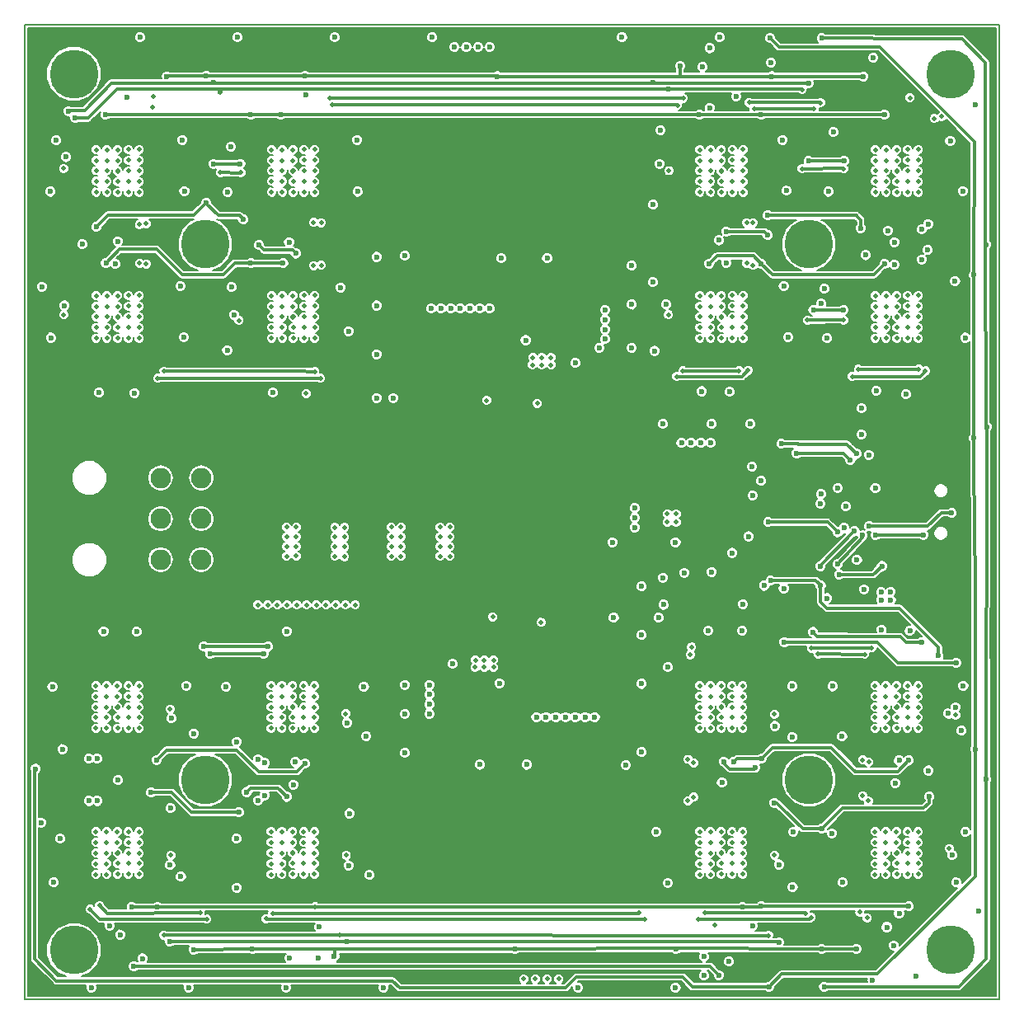
<source format=gbr>
G04 (created by PCBNEW (2013-05-16 BZR 4016)-stable) date 5. 1. 2014 18:12:53*
%MOIN*%
G04 Gerber Fmt 3.4, Leading zero omitted, Abs format*
%FSLAX34Y34*%
G01*
G70*
G90*
G04 APERTURE LIST*
%ADD10C,0.00590551*%
%ADD11C,0.19685*%
%ADD12O,0.0826X0.0826*%
%ADD13C,0.023622*%
%ADD14C,0.019685*%
%ADD15C,0.011811*%
%ADD16C,0.00787402*%
G04 APERTURE END LIST*
G54D10*
X38779Y-61023D02*
X78149Y-61023D01*
X78149Y-61023D02*
X78149Y-21653D01*
X78149Y-21653D02*
X38779Y-21653D01*
X38779Y-21653D02*
X38779Y-61023D01*
G54D11*
X46062Y-30511D03*
X40748Y-23622D03*
X40748Y-59055D03*
X46062Y-52165D03*
X70472Y-52165D03*
X76181Y-59055D03*
X76181Y-23622D03*
X70472Y-30511D03*
G54D12*
X44252Y-43267D03*
X44252Y-41614D03*
X44252Y-39961D03*
X45904Y-39961D03*
X45904Y-41614D03*
X45904Y-43267D03*
G54D13*
X62578Y-45610D03*
X64389Y-45610D03*
X57952Y-48267D03*
X56062Y-47480D03*
X59015Y-34389D03*
X61023Y-35314D03*
X62519Y-42559D03*
X65078Y-42559D03*
G54D14*
X59665Y-35393D03*
X59665Y-35098D03*
X60039Y-35393D03*
X59291Y-35393D03*
X60039Y-35098D03*
X59311Y-35098D03*
X57437Y-36828D03*
X59484Y-36946D03*
X57342Y-47323D03*
X57342Y-47618D03*
X57716Y-47618D03*
X56968Y-47618D03*
X57716Y-47322D03*
X56988Y-47322D03*
X57688Y-45578D03*
X59641Y-45804D03*
G54D13*
X65266Y-23307D03*
X72559Y-29862D03*
X72667Y-23730D03*
X50098Y-23720D03*
X47608Y-29517D03*
X41653Y-29812D03*
X44507Y-23740D03*
X57874Y-23724D03*
X68976Y-23724D03*
X46102Y-23720D03*
X46102Y-28838D03*
X68809Y-29350D03*
X69074Y-53100D03*
X72381Y-59005D03*
X65088Y-58996D03*
X75344Y-52844D03*
X43877Y-52677D03*
X51278Y-59320D03*
X45590Y-59025D03*
X58582Y-58995D03*
X47972Y-59015D03*
X70984Y-59011D03*
X70984Y-54143D03*
X47421Y-53484D03*
X73523Y-31318D03*
X49212Y-31279D03*
X49114Y-25275D03*
X68543Y-31299D03*
X66437Y-31299D03*
X42047Y-31259D03*
X42027Y-25275D03*
X47913Y-25275D03*
X47913Y-31279D03*
X68169Y-39507D03*
X68543Y-25275D03*
X73523Y-25275D03*
X66043Y-25275D03*
X68188Y-40669D03*
X44094Y-51358D03*
X67421Y-51437D03*
X74507Y-51377D03*
X50098Y-51515D03*
G54D14*
X50511Y-57303D03*
G54D13*
X43090Y-57303D03*
X68562Y-51299D03*
X68543Y-57283D03*
X74507Y-57283D03*
X67785Y-57303D03*
X44129Y-57307D03*
X68818Y-41751D03*
X71624Y-42155D03*
G54D14*
X73011Y-46830D03*
X70570Y-46850D03*
X70326Y-57559D03*
X66271Y-57549D03*
X72724Y-47090D03*
X70846Y-47086D03*
X70561Y-57724D03*
X66003Y-57793D03*
X72889Y-51448D03*
X72866Y-53019D03*
X72645Y-52807D03*
X72641Y-51358D03*
X65807Y-52870D03*
X65807Y-51484D03*
X65580Y-51338D03*
X65578Y-53015D03*
X48789Y-57559D03*
X63582Y-57549D03*
X65728Y-46801D03*
X48523Y-57785D03*
X63818Y-57795D03*
X65669Y-47106D03*
G54D13*
X48602Y-46781D03*
X46003Y-46781D03*
G54D14*
X45856Y-57549D03*
X41791Y-57253D03*
X41407Y-57401D03*
X46122Y-57805D03*
G54D13*
X46259Y-47076D03*
X48415Y-47066D03*
X48464Y-51486D03*
X48464Y-52795D03*
X48198Y-53001D03*
X48198Y-51328D03*
X41692Y-51318D03*
X41692Y-53021D03*
X41358Y-53021D03*
X41358Y-51318D03*
G54D14*
X50492Y-35657D03*
X44393Y-35645D03*
X43980Y-24555D03*
X50716Y-35937D03*
X44145Y-35937D03*
X43917Y-24984D03*
X65381Y-24610D03*
X65374Y-35633D03*
X67645Y-35625D03*
X51098Y-24618D03*
X65149Y-24889D03*
X65127Y-35860D03*
X68011Y-35606D03*
X51181Y-24881D03*
X43405Y-31287D03*
X43397Y-29716D03*
X43677Y-31311D03*
X43673Y-29688D03*
X50440Y-31374D03*
X50444Y-29633D03*
X50751Y-29641D03*
X50751Y-31366D03*
X68051Y-24779D03*
X70935Y-24789D03*
X72468Y-35570D03*
X74909Y-35561D03*
X75177Y-35637D03*
X72214Y-35856D03*
X70679Y-25033D03*
X68248Y-25043D03*
G54D13*
X72913Y-41919D03*
X76240Y-41377D03*
G54D14*
X75836Y-25354D03*
G54D13*
X73159Y-42273D03*
X75098Y-42263D03*
G54D14*
X75531Y-25437D03*
X67952Y-29641D03*
X67952Y-31283D03*
X68212Y-29645D03*
X68208Y-31370D03*
G54D13*
X75031Y-31133D03*
X75031Y-29909D03*
X75275Y-30748D03*
X75283Y-29696D03*
X72637Y-42283D03*
X71643Y-43445D03*
G54D14*
X72824Y-57755D03*
G54D13*
X72411Y-43277D03*
G54D14*
X72529Y-57507D03*
G54D13*
X72391Y-38986D03*
X69350Y-38582D03*
X69980Y-38956D03*
X72145Y-39232D03*
X71889Y-41988D03*
X72893Y-39025D03*
X73415Y-43523D03*
X71692Y-43868D03*
X73149Y-40383D03*
X72312Y-42116D03*
X70935Y-43523D03*
X69084Y-49990D03*
X70944Y-44320D03*
X68917Y-44104D03*
X44645Y-55610D03*
X44625Y-58700D03*
X44685Y-49685D03*
X51850Y-55629D03*
X51791Y-58700D03*
X51791Y-49862D03*
X76102Y-49488D03*
X69251Y-55590D03*
X69251Y-58740D03*
X76259Y-55216D03*
X64429Y-27263D03*
X64153Y-23976D03*
X64685Y-32952D03*
X46397Y-27263D03*
X47480Y-27263D03*
X46397Y-23976D03*
X47224Y-33366D03*
X40433Y-26988D03*
X40374Y-32992D03*
X40531Y-25127D03*
X70452Y-23996D03*
X70452Y-27145D03*
X71889Y-27145D03*
X71870Y-33169D03*
X70649Y-33169D03*
X75708Y-47155D03*
X76397Y-49232D03*
G54D14*
X76141Y-54940D03*
X76397Y-49547D03*
G54D13*
X69468Y-46594D03*
X76417Y-47440D03*
X64803Y-24251D03*
X68651Y-44320D03*
X46673Y-24330D03*
G54D14*
X44665Y-55216D03*
X44389Y-58444D03*
X44645Y-49311D03*
X51763Y-55212D03*
X51503Y-58444D03*
X51744Y-49496D03*
X69074Y-55212D03*
X68830Y-58456D03*
X69070Y-49519D03*
X64803Y-27539D03*
X64791Y-33370D03*
X70196Y-24271D03*
X71877Y-27460D03*
X70196Y-27460D03*
X70413Y-33582D03*
X71870Y-33582D03*
X47500Y-27618D03*
X46673Y-27618D03*
X47429Y-33590D03*
X40342Y-33366D03*
X40334Y-27452D03*
G54D13*
X40807Y-25403D03*
X39202Y-51722D03*
X77185Y-50925D03*
X68897Y-22185D03*
X68858Y-60531D03*
X77145Y-38346D03*
X77145Y-31751D03*
X43179Y-59704D03*
X39429Y-53897D03*
X66820Y-60059D03*
X77637Y-52145D03*
X70984Y-22185D03*
X71082Y-60531D03*
X77618Y-30531D03*
X77657Y-37893D03*
X70935Y-41003D03*
X70639Y-46190D03*
X75019Y-46614D03*
X72588Y-38208D03*
X70964Y-32903D03*
X72598Y-37145D03*
X73385Y-44576D03*
X73769Y-44566D03*
X73779Y-44891D03*
X72696Y-44468D03*
X73385Y-44891D03*
X70954Y-40610D03*
G54D14*
X55954Y-43129D03*
X55954Y-42736D03*
X55954Y-42342D03*
X53582Y-43129D03*
X53582Y-42736D03*
X53582Y-42342D03*
X53582Y-41948D03*
X53976Y-41948D03*
X53976Y-42342D03*
X53976Y-42736D03*
X51299Y-43129D03*
X51692Y-43139D03*
X51692Y-42746D03*
X51692Y-42352D03*
X51692Y-41958D03*
X51299Y-41958D03*
X51299Y-42352D03*
X51299Y-42746D03*
X49744Y-43120D03*
X49350Y-43129D03*
X49350Y-42736D03*
X49350Y-42342D03*
X49350Y-41948D03*
X49744Y-41948D03*
X49744Y-42342D03*
X49744Y-42736D03*
G54D13*
X73041Y-60265D03*
X66220Y-60078D03*
X67244Y-59517D03*
X66456Y-22588D03*
X49478Y-59370D03*
X71210Y-44822D03*
X69448Y-44429D03*
X67805Y-45068D03*
X64586Y-45088D03*
X43523Y-59389D03*
X40285Y-50925D03*
X47125Y-32244D03*
X74393Y-36578D03*
X67519Y-24537D03*
X50137Y-24488D03*
X42906Y-24562D03*
G54D14*
X74015Y-55551D03*
X74015Y-55984D03*
X74448Y-55984D03*
X74881Y-55984D03*
X74881Y-55551D03*
X74448Y-55551D03*
X74015Y-55118D03*
X74015Y-55137D03*
X74448Y-54704D03*
X74448Y-54271D03*
X74881Y-54271D03*
X74881Y-54704D03*
X74881Y-55137D03*
X74448Y-55137D03*
X74005Y-54694D03*
X74005Y-54261D03*
X73572Y-54261D03*
X73139Y-54261D03*
X73139Y-54694D03*
X73572Y-54694D03*
X74005Y-55127D03*
X74005Y-55127D03*
X73572Y-55561D03*
X73572Y-55994D03*
X73139Y-55994D03*
X73139Y-55561D03*
X73139Y-55127D03*
X73572Y-55127D03*
X66929Y-55551D03*
X66929Y-55984D03*
X67362Y-55984D03*
X67795Y-55984D03*
X67795Y-55551D03*
X67362Y-55551D03*
X66929Y-55118D03*
X66929Y-55137D03*
X67362Y-54704D03*
X67362Y-54271D03*
X67795Y-54271D03*
X67795Y-54704D03*
X67795Y-55137D03*
X67362Y-55137D03*
X66919Y-54694D03*
X66919Y-54261D03*
X66486Y-54261D03*
X66053Y-54261D03*
X66053Y-54694D03*
X66486Y-54694D03*
X66919Y-55127D03*
X66919Y-55127D03*
X66486Y-55561D03*
X66486Y-55994D03*
X66053Y-55994D03*
X66053Y-55561D03*
X66053Y-55127D03*
X66486Y-55127D03*
X74015Y-49645D03*
X74015Y-50078D03*
X74448Y-50078D03*
X74881Y-50078D03*
X74881Y-49645D03*
X74448Y-49645D03*
X74015Y-49212D03*
X74015Y-49232D03*
X74448Y-48799D03*
X74448Y-48366D03*
X74881Y-48366D03*
X74881Y-48799D03*
X74881Y-49232D03*
X74448Y-49232D03*
X74005Y-48789D03*
X74005Y-48356D03*
X73572Y-48356D03*
X73139Y-48356D03*
X73139Y-48789D03*
X73572Y-48789D03*
X74005Y-49222D03*
X74005Y-49222D03*
X73572Y-49655D03*
X73572Y-50088D03*
X73139Y-50088D03*
X73139Y-49655D03*
X73139Y-49222D03*
X73572Y-49222D03*
X66486Y-49222D03*
X66053Y-49222D03*
X66053Y-49655D03*
X66053Y-50088D03*
X66486Y-50088D03*
X66486Y-49655D03*
X66919Y-49222D03*
X66919Y-49222D03*
X66486Y-48789D03*
X66053Y-48789D03*
X66053Y-48356D03*
X66486Y-48356D03*
X66919Y-48356D03*
X66919Y-48789D03*
X67362Y-49232D03*
X67795Y-49232D03*
X67795Y-48799D03*
X67795Y-48366D03*
X67362Y-48366D03*
X67362Y-48799D03*
X66929Y-49232D03*
X66929Y-49212D03*
X67362Y-49645D03*
X67795Y-49645D03*
X67795Y-50078D03*
X67362Y-50078D03*
X66929Y-50078D03*
X66929Y-49645D03*
X49163Y-55127D03*
X48730Y-55127D03*
X48730Y-55561D03*
X48730Y-55994D03*
X49163Y-55994D03*
X49163Y-55561D03*
X49596Y-55127D03*
X49596Y-55127D03*
X49163Y-54694D03*
X48730Y-54694D03*
X48730Y-54261D03*
X49163Y-54261D03*
X49596Y-54261D03*
X49596Y-54694D03*
X50039Y-55137D03*
X50472Y-55137D03*
X50472Y-54704D03*
X50472Y-54271D03*
X50039Y-54271D03*
X50039Y-54704D03*
X49606Y-55137D03*
X49606Y-55118D03*
X50039Y-55551D03*
X50472Y-55551D03*
X50472Y-55984D03*
X50039Y-55984D03*
X49606Y-55984D03*
X49606Y-55551D03*
X49163Y-49222D03*
X48730Y-49222D03*
X48730Y-49655D03*
X48730Y-50088D03*
X49163Y-50088D03*
X49163Y-49655D03*
X49596Y-49222D03*
X49596Y-49222D03*
X49163Y-48789D03*
X48730Y-48789D03*
X48730Y-48356D03*
X49163Y-48356D03*
X49596Y-48356D03*
X49596Y-48789D03*
X50039Y-49232D03*
X50472Y-49232D03*
X50472Y-48799D03*
X50472Y-48366D03*
X50039Y-48366D03*
X50039Y-48799D03*
X49606Y-49232D03*
X49606Y-49212D03*
X50039Y-49645D03*
X50472Y-49645D03*
X50472Y-50078D03*
X50039Y-50078D03*
X49606Y-50078D03*
X49606Y-49645D03*
X42076Y-55127D03*
X41643Y-55127D03*
X41643Y-55561D03*
X41643Y-55994D03*
X42076Y-55994D03*
X42076Y-55561D03*
X42509Y-55127D03*
X42509Y-55127D03*
X42076Y-54694D03*
X41643Y-54694D03*
X41643Y-54261D03*
X42076Y-54261D03*
X42509Y-54261D03*
X42509Y-54694D03*
X42952Y-55137D03*
X43385Y-55137D03*
X43385Y-54704D03*
X43385Y-54271D03*
X42952Y-54271D03*
X42952Y-54704D03*
X42519Y-55137D03*
X42519Y-55118D03*
X42952Y-55551D03*
X43385Y-55551D03*
X43385Y-55984D03*
X42952Y-55984D03*
X42519Y-55984D03*
X42519Y-55551D03*
X42519Y-49645D03*
X42519Y-50078D03*
X42952Y-50078D03*
X43385Y-50078D03*
X43385Y-49645D03*
X42952Y-49645D03*
X42519Y-49212D03*
X42519Y-49232D03*
X42952Y-48799D03*
X42952Y-48366D03*
X43385Y-48366D03*
X43385Y-48799D03*
X43385Y-49232D03*
X42952Y-49232D03*
X42509Y-48789D03*
X42509Y-48356D03*
X42076Y-48356D03*
X41643Y-48356D03*
X41643Y-48789D03*
X42076Y-48789D03*
X42509Y-49222D03*
X42509Y-49222D03*
X42076Y-49655D03*
X42076Y-50088D03*
X41643Y-50088D03*
X41643Y-49655D03*
X41643Y-49222D03*
X42076Y-49222D03*
X74458Y-33454D03*
X74891Y-33454D03*
X74891Y-33021D03*
X74891Y-32588D03*
X74458Y-32588D03*
X74458Y-33021D03*
X74025Y-33454D03*
X74025Y-33454D03*
X74458Y-33887D03*
X74891Y-33887D03*
X74891Y-34320D03*
X74458Y-34320D03*
X74025Y-34320D03*
X74025Y-33887D03*
X73582Y-33444D03*
X73149Y-33444D03*
X73149Y-33877D03*
X73149Y-34311D03*
X73582Y-34311D03*
X73582Y-33877D03*
X74015Y-33444D03*
X74015Y-33464D03*
X73582Y-33031D03*
X73149Y-33031D03*
X73149Y-32598D03*
X73582Y-32598D03*
X74015Y-32598D03*
X74015Y-33031D03*
X67372Y-33454D03*
X67805Y-33454D03*
X67805Y-33021D03*
X67805Y-32588D03*
X67372Y-32588D03*
X67372Y-33021D03*
X66938Y-33454D03*
X66938Y-33454D03*
X67372Y-33887D03*
X67805Y-33887D03*
X67805Y-34320D03*
X67372Y-34320D03*
X66938Y-34320D03*
X66938Y-33887D03*
X66496Y-33444D03*
X66062Y-33444D03*
X66062Y-33877D03*
X66062Y-34311D03*
X66496Y-34311D03*
X66496Y-33877D03*
X66929Y-33444D03*
X66929Y-33464D03*
X66496Y-33031D03*
X66062Y-33031D03*
X66062Y-32598D03*
X66496Y-32598D03*
X66929Y-32598D03*
X66929Y-33031D03*
X74458Y-27549D03*
X74891Y-27549D03*
X74891Y-27116D03*
X74891Y-26683D03*
X74458Y-26683D03*
X74458Y-27116D03*
X74025Y-27549D03*
X74025Y-27549D03*
X74458Y-27982D03*
X74891Y-27982D03*
X74891Y-28415D03*
X74458Y-28415D03*
X74025Y-28415D03*
X74025Y-27982D03*
X73582Y-27539D03*
X73149Y-27539D03*
X73149Y-27972D03*
X73149Y-28405D03*
X73582Y-28405D03*
X73582Y-27972D03*
X74015Y-27539D03*
X74015Y-27559D03*
X73582Y-27125D03*
X73149Y-27125D03*
X73149Y-26692D03*
X73582Y-26692D03*
X74015Y-26692D03*
X74015Y-27125D03*
X66929Y-27125D03*
X66929Y-26692D03*
X66496Y-26692D03*
X66062Y-26692D03*
X66062Y-27125D03*
X66496Y-27125D03*
X66929Y-27559D03*
X66929Y-27539D03*
X66496Y-27972D03*
X66496Y-28405D03*
X66062Y-28405D03*
X66062Y-27972D03*
X66062Y-27539D03*
X66496Y-27539D03*
X66938Y-27982D03*
X66938Y-28415D03*
X67372Y-28415D03*
X67805Y-28415D03*
X67805Y-27982D03*
X67372Y-27982D03*
X66938Y-27549D03*
X66938Y-27549D03*
X67372Y-27116D03*
X67372Y-26683D03*
X67805Y-26683D03*
X67805Y-27116D03*
X67805Y-27549D03*
X67372Y-27549D03*
X49606Y-33031D03*
X49606Y-32598D03*
X49173Y-32598D03*
X48740Y-32598D03*
X48740Y-33031D03*
X49173Y-33031D03*
X49606Y-33464D03*
X49606Y-33444D03*
X49173Y-33877D03*
X49173Y-34311D03*
X48740Y-34311D03*
X48740Y-33877D03*
X48740Y-33444D03*
X49173Y-33444D03*
X49616Y-33887D03*
X49616Y-34320D03*
X50049Y-34320D03*
X50482Y-34320D03*
X50482Y-33887D03*
X50049Y-33887D03*
X49616Y-33454D03*
X49616Y-33454D03*
X50049Y-33021D03*
X50049Y-32588D03*
X50482Y-32588D03*
X50482Y-33021D03*
X50482Y-33454D03*
X50049Y-33454D03*
X42519Y-33031D03*
X42519Y-32598D03*
X42086Y-32598D03*
X41653Y-32598D03*
X41653Y-33031D03*
X42086Y-33031D03*
X42519Y-33464D03*
X42519Y-33444D03*
X42086Y-33877D03*
X42086Y-34311D03*
X41653Y-34311D03*
X41653Y-33877D03*
X41653Y-33444D03*
X42086Y-33444D03*
X42529Y-33887D03*
X42529Y-34320D03*
X42962Y-34320D03*
X43395Y-34320D03*
X43395Y-33887D03*
X42962Y-33887D03*
X42529Y-33454D03*
X42529Y-33454D03*
X42962Y-33021D03*
X42962Y-32588D03*
X43395Y-32588D03*
X43395Y-33021D03*
X43395Y-33454D03*
X42962Y-33454D03*
X49606Y-27125D03*
X49606Y-26692D03*
X49173Y-26692D03*
X48740Y-26692D03*
X48740Y-27125D03*
X49173Y-27125D03*
X49606Y-27559D03*
X49606Y-27539D03*
X49173Y-27972D03*
X49173Y-28405D03*
X48740Y-28405D03*
X48740Y-27972D03*
X48740Y-27539D03*
X49173Y-27539D03*
X49616Y-27982D03*
X49616Y-28415D03*
X50049Y-28415D03*
X50482Y-28415D03*
X50482Y-27982D03*
X50049Y-27982D03*
X49616Y-27549D03*
X49616Y-27549D03*
X50049Y-27116D03*
X50049Y-26683D03*
X50482Y-26683D03*
X50482Y-27116D03*
X50482Y-27549D03*
X50049Y-27549D03*
X42962Y-27549D03*
X43395Y-27549D03*
X43395Y-27116D03*
X43395Y-26683D03*
X42962Y-26683D03*
X42962Y-27116D03*
X42529Y-27549D03*
X42529Y-27549D03*
X42962Y-27982D03*
X43395Y-27982D03*
X43395Y-28415D03*
X42962Y-28415D03*
X42529Y-28415D03*
X42529Y-27982D03*
X42086Y-27539D03*
X41653Y-27539D03*
X41653Y-27972D03*
X41653Y-28405D03*
X42086Y-28405D03*
X42086Y-27972D03*
X42519Y-27539D03*
X42519Y-27559D03*
X42086Y-27125D03*
X41653Y-27125D03*
X41653Y-26692D03*
X42086Y-26692D03*
X42519Y-26692D03*
X42519Y-27125D03*
G54D13*
X62913Y-22145D03*
X66850Y-22145D03*
X77204Y-24862D03*
X76417Y-56318D03*
X77342Y-57480D03*
X74783Y-60098D03*
X42194Y-58070D03*
X53267Y-60570D03*
X49330Y-60570D03*
X45393Y-60570D03*
X41456Y-60570D03*
X73614Y-58122D03*
G54D14*
X58937Y-60216D03*
X59409Y-60216D03*
X59881Y-60216D03*
X60354Y-60216D03*
G54D13*
X65078Y-60570D03*
X61141Y-60570D03*
X68031Y-42322D03*
X67362Y-42992D03*
X66535Y-43759D03*
X65433Y-43799D03*
X64566Y-43996D03*
X68110Y-37775D03*
X66535Y-37775D03*
X64566Y-37775D03*
X63700Y-44350D03*
X63700Y-46318D03*
X63700Y-48287D03*
X63700Y-51043D03*
X63070Y-51574D03*
X59448Y-49625D03*
X59842Y-49625D03*
X60236Y-49625D03*
X60629Y-49625D03*
X61023Y-49625D03*
X61417Y-49625D03*
X61811Y-49625D03*
X59055Y-51555D03*
X57165Y-51555D03*
X54133Y-51082D03*
X54133Y-49507D03*
X54133Y-48326D03*
G54D14*
X74551Y-24598D03*
G54D13*
X73070Y-22972D03*
X56614Y-22539D03*
X56141Y-22539D03*
X57086Y-22539D03*
X57559Y-22539D03*
X43425Y-22145D03*
X47362Y-22145D03*
X51299Y-22145D03*
X55236Y-22145D03*
X57559Y-33110D03*
X57165Y-33110D03*
X56771Y-33110D03*
X56377Y-33110D03*
X55984Y-33110D03*
X55590Y-33110D03*
X55196Y-33110D03*
X63307Y-31377D03*
X63307Y-32952D03*
X63307Y-34704D03*
X61988Y-34704D03*
X58031Y-31082D03*
X59881Y-31082D03*
X53661Y-36732D03*
X52992Y-36732D03*
X52992Y-34960D03*
X52992Y-32992D03*
X52992Y-31023D03*
X54133Y-30984D03*
G54D14*
X48188Y-45098D03*
X48582Y-45098D03*
X48976Y-45098D03*
X49370Y-45098D03*
X49763Y-45098D03*
X52125Y-45098D03*
X51732Y-45098D03*
X51338Y-45098D03*
X50944Y-45098D03*
X50551Y-45098D03*
X50157Y-45098D03*
X53976Y-43129D03*
X55954Y-41948D03*
X55561Y-41948D03*
X55561Y-42342D03*
X55561Y-42736D03*
X55561Y-43129D03*
G54D13*
X66948Y-52282D03*
X71830Y-56318D03*
X76377Y-32007D03*
G54D14*
X50141Y-36555D03*
X66653Y-58055D03*
G54D13*
X39823Y-34291D03*
X76181Y-26338D03*
X39940Y-56318D03*
X43287Y-46181D03*
X45610Y-50295D03*
X45294Y-48366D03*
X46969Y-28405D03*
X39804Y-28385D03*
X76692Y-28366D03*
X67775Y-46141D03*
X64763Y-47618D03*
X69783Y-48385D03*
X66397Y-46141D03*
X64763Y-56338D03*
X64292Y-54271D03*
X69842Y-54271D03*
X76790Y-34291D03*
X76790Y-54271D03*
X73956Y-52302D03*
X74547Y-46141D03*
X73405Y-46102D03*
X71811Y-50413D03*
X71201Y-34311D03*
X76712Y-48366D03*
X76643Y-50177D03*
X71260Y-28385D03*
X71092Y-32312D03*
X71456Y-25984D03*
X73917Y-30433D03*
X66830Y-30355D03*
X67263Y-36480D03*
X69448Y-32204D03*
X66141Y-36456D03*
X73188Y-36437D03*
X52204Y-26299D03*
X43208Y-36535D03*
X48799Y-36515D03*
X45059Y-32204D03*
X41771Y-36515D03*
X64232Y-34822D03*
X69409Y-26299D03*
X64173Y-28917D03*
X52706Y-56013D03*
X45078Y-56082D03*
X52480Y-48405D03*
X49350Y-46161D03*
X49625Y-52361D03*
X51889Y-53524D03*
X44655Y-53316D03*
X42539Y-52184D03*
X51535Y-32263D03*
X46948Y-34803D03*
X49448Y-30432D03*
X42519Y-30392D03*
X68937Y-23169D03*
X62224Y-33169D03*
X62224Y-33562D03*
X62224Y-33956D03*
X62224Y-34350D03*
X63425Y-41968D03*
X63425Y-41574D03*
X63425Y-41181D03*
X55118Y-49507D03*
X55118Y-49114D03*
X55118Y-48720D03*
X55118Y-48326D03*
X66496Y-38543D03*
X66102Y-38543D03*
X65708Y-38543D03*
X65314Y-38543D03*
G54D14*
X65098Y-41751D03*
X64744Y-41751D03*
X65098Y-41417D03*
X64744Y-41417D03*
G54D13*
X68543Y-40078D03*
X47342Y-56534D03*
X41948Y-46161D03*
X47342Y-50629D03*
X52568Y-50403D03*
X69793Y-50442D03*
X69812Y-56505D03*
X69566Y-28346D03*
X64468Y-25905D03*
X69625Y-34271D03*
X64153Y-32047D03*
X51850Y-34034D03*
X52224Y-28385D03*
X45196Y-34271D03*
X45137Y-26299D03*
X45216Y-28366D03*
X47106Y-26574D03*
X39458Y-32234D03*
X40039Y-26318D03*
X46909Y-48405D03*
X71397Y-54330D03*
X47322Y-54546D03*
X40196Y-54546D03*
X39881Y-48405D03*
X71417Y-48385D03*
X71958Y-41112D03*
X71633Y-40374D03*
X42421Y-31318D03*
X41092Y-30511D03*
X49723Y-30885D03*
X48238Y-30551D03*
X50679Y-58120D03*
X50620Y-59370D03*
X42618Y-58425D03*
X47746Y-52658D03*
X49350Y-52854D03*
X49704Y-51437D03*
X66456Y-25000D03*
X66171Y-23346D03*
X67125Y-31259D03*
X67125Y-30000D03*
X68809Y-30147D03*
X72765Y-30954D03*
X73917Y-31338D03*
X73661Y-29960D03*
X68306Y-51673D03*
X67027Y-51427D03*
X75305Y-51791D03*
X74114Y-51377D03*
X66220Y-59311D03*
X68188Y-58061D03*
X74114Y-57559D03*
X73897Y-58858D03*
X70905Y-42795D03*
X69635Y-39419D03*
X69133Y-34901D03*
X71200Y-44094D03*
X67706Y-43780D03*
X76279Y-34901D03*
X39183Y-49990D03*
G54D14*
X57440Y-60275D03*
X57007Y-60275D03*
X56535Y-60275D03*
X56062Y-60275D03*
X56082Y-59340D03*
X56545Y-59340D03*
G54D13*
X60374Y-23366D03*
X60374Y-22952D03*
X60374Y-22500D03*
X59921Y-22480D03*
X59488Y-22460D03*
X59035Y-22460D03*
X76663Y-26279D03*
X47480Y-29015D03*
X40314Y-34901D03*
X64409Y-50551D03*
X64763Y-48129D03*
X69192Y-47755D03*
X64271Y-56437D03*
X64803Y-53681D03*
X69271Y-53700D03*
X71338Y-56456D03*
X76279Y-53681D03*
X71889Y-53641D03*
X71318Y-50511D03*
X71712Y-34960D03*
X76122Y-47795D03*
X71909Y-47795D03*
X71771Y-29015D03*
X76889Y-32578D03*
X76220Y-28996D03*
X69911Y-32214D03*
X64724Y-34192D03*
X69881Y-26240D03*
X69133Y-28937D03*
X64685Y-28307D03*
X52007Y-47716D03*
X46614Y-50531D03*
X47421Y-47795D03*
X46594Y-56456D03*
X52007Y-54035D03*
X47185Y-54035D03*
X44665Y-54311D03*
X39448Y-56476D03*
X40059Y-54035D03*
X40374Y-47814D03*
X44783Y-47795D03*
X52027Y-31614D03*
X51968Y-34547D03*
X47460Y-34212D03*
X45551Y-32106D03*
X52696Y-26200D03*
X45629Y-26181D03*
X40295Y-29015D03*
X72303Y-38543D03*
X67086Y-40019D03*
X66692Y-40019D03*
X66692Y-39625D03*
X67086Y-39625D03*
X67086Y-39232D03*
X66692Y-39232D03*
X75000Y-38346D03*
X51732Y-28956D03*
X44704Y-34881D03*
X44704Y-28956D03*
X69271Y-59527D03*
X71062Y-23169D03*
G54D15*
X65255Y-23724D02*
X65255Y-23317D01*
X65255Y-23317D02*
X65266Y-23307D01*
X57874Y-23724D02*
X65255Y-23724D01*
X65255Y-23724D02*
X66830Y-23724D01*
X72381Y-29350D02*
X72381Y-29360D01*
X72559Y-29537D02*
X72559Y-29862D01*
X69921Y-29350D02*
X69448Y-29350D01*
X72381Y-29350D02*
X69921Y-29350D01*
X69448Y-29350D02*
X68809Y-29350D01*
X72381Y-29360D02*
X72559Y-29537D01*
X72661Y-23724D02*
X68976Y-23724D01*
X72667Y-23730D02*
X72661Y-23724D01*
X47460Y-29350D02*
X47608Y-29517D01*
X46102Y-28838D02*
X46102Y-28858D01*
X46594Y-29350D02*
X47460Y-29350D01*
X46102Y-28858D02*
X46594Y-29350D01*
X45610Y-29330D02*
X42135Y-29330D01*
X42135Y-29330D02*
X41653Y-29812D01*
X45610Y-29330D02*
X46102Y-28838D01*
X44507Y-23740D02*
X44507Y-23720D01*
X66830Y-23724D02*
X68976Y-23724D01*
X57869Y-23720D02*
X50098Y-23720D01*
X50098Y-23720D02*
X49507Y-23720D01*
X57869Y-23720D02*
X57874Y-23724D01*
X49507Y-23720D02*
X46102Y-23720D01*
X46102Y-23720D02*
X44507Y-23720D01*
X44507Y-23720D02*
X44488Y-23720D01*
X69409Y-53346D02*
X69163Y-53100D01*
X70216Y-54143D02*
X69409Y-53346D01*
X70984Y-54143D02*
X70216Y-54143D01*
X69163Y-53100D02*
X69074Y-53100D01*
X70984Y-59011D02*
X72381Y-59005D01*
X65088Y-58996D02*
X65088Y-58996D01*
X65088Y-58996D02*
X65088Y-58988D01*
X75098Y-53307D02*
X75108Y-53307D01*
X71820Y-53307D02*
X75098Y-53307D01*
X70984Y-54143D02*
X71820Y-53307D01*
X75324Y-53090D02*
X75344Y-52844D01*
X75108Y-53307D02*
X75324Y-53090D01*
X45511Y-53484D02*
X44704Y-52677D01*
X45511Y-53484D02*
X47421Y-53484D01*
X43877Y-52677D02*
X44704Y-52677D01*
X43877Y-52677D02*
X43877Y-52677D01*
X51309Y-59015D02*
X51309Y-59290D01*
X51309Y-59290D02*
X51278Y-59320D01*
X58562Y-59015D02*
X51309Y-59015D01*
X51309Y-59015D02*
X49921Y-59015D01*
X49921Y-59015D02*
X47972Y-59015D01*
X47972Y-59015D02*
X45590Y-59025D01*
X45590Y-59025D02*
X45600Y-59025D01*
X70984Y-59011D02*
X65088Y-58988D01*
X65088Y-58988D02*
X58582Y-58995D01*
X58562Y-59015D02*
X58582Y-58995D01*
X73090Y-31751D02*
X73523Y-31318D01*
X68996Y-31751D02*
X73090Y-31751D01*
X68543Y-31299D02*
X68996Y-31751D01*
X49212Y-31279D02*
X47913Y-31279D01*
X66437Y-31299D02*
X66764Y-30982D01*
X66764Y-30982D02*
X68226Y-30982D01*
X68226Y-30982D02*
X68543Y-31299D01*
X66043Y-25275D02*
X49192Y-25275D01*
X49192Y-25275D02*
X49114Y-25275D01*
X49114Y-25275D02*
X47913Y-25275D01*
X42047Y-25275D02*
X42027Y-25275D01*
X47913Y-25275D02*
X42047Y-25275D01*
X47283Y-31279D02*
X47263Y-31279D01*
X47913Y-31279D02*
X47283Y-31279D01*
X46791Y-31751D02*
X45137Y-31751D01*
X45137Y-31751D02*
X44106Y-30716D01*
X44106Y-30716D02*
X42590Y-30712D01*
X42590Y-30712D02*
X42047Y-31259D01*
X47263Y-31279D02*
X46791Y-31751D01*
X68543Y-25275D02*
X73523Y-25275D01*
X68543Y-25275D02*
X66043Y-25275D01*
X67421Y-51437D02*
X67568Y-51299D01*
X67568Y-51299D02*
X68562Y-51299D01*
X72338Y-51826D02*
X74059Y-51822D01*
X74059Y-51822D02*
X74507Y-51377D01*
X71377Y-50866D02*
X68996Y-50866D01*
X68562Y-51299D02*
X68996Y-50866D01*
X72318Y-51807D02*
X72338Y-51826D01*
X72338Y-51826D02*
X71377Y-50866D01*
X44094Y-51358D02*
X44494Y-50964D01*
X44494Y-50964D02*
X47338Y-50960D01*
X47338Y-50960D02*
X48218Y-51840D01*
X48218Y-51840D02*
X49773Y-51840D01*
X49773Y-51840D02*
X50098Y-51515D01*
X43090Y-57303D02*
X44129Y-57307D01*
X68543Y-57283D02*
X74507Y-57283D01*
X68543Y-57283D02*
X68523Y-57303D01*
X68523Y-57303D02*
X67785Y-57303D01*
X50413Y-57303D02*
X50511Y-57303D01*
X50511Y-57303D02*
X67785Y-57303D01*
X44129Y-57307D02*
X50413Y-57303D01*
X71220Y-41751D02*
X68818Y-41751D01*
X71624Y-42155D02*
X71220Y-41751D01*
X73011Y-46830D02*
X72992Y-46850D01*
X72992Y-46850D02*
X70570Y-46850D01*
X70326Y-57559D02*
X70316Y-57549D01*
X66271Y-57549D02*
X70316Y-57549D01*
X72724Y-47090D02*
X70846Y-47086D01*
X66003Y-57793D02*
X70492Y-57793D01*
X48789Y-57559D02*
X48779Y-57559D01*
X63553Y-57578D02*
X48789Y-57559D01*
X48789Y-57559D02*
X48779Y-57559D01*
X63582Y-57549D02*
X63553Y-57578D01*
X63818Y-57795D02*
X48533Y-57795D01*
X48533Y-57795D02*
X48523Y-57785D01*
X63818Y-57795D02*
X63828Y-57805D01*
X46003Y-46781D02*
X48602Y-46781D01*
X42096Y-57559D02*
X45856Y-57549D01*
X41791Y-57253D02*
X42096Y-57559D01*
X46112Y-57795D02*
X41801Y-57795D01*
X41801Y-57795D02*
X41407Y-57401D01*
X46122Y-57805D02*
X46112Y-57795D01*
X48405Y-47076D02*
X46259Y-47076D01*
X48415Y-47066D02*
X48405Y-47076D01*
X50492Y-35657D02*
X49763Y-35653D01*
X49763Y-35653D02*
X44830Y-35649D01*
X44830Y-35649D02*
X44393Y-35645D01*
X50488Y-35938D02*
X50716Y-35937D01*
X44375Y-35938D02*
X50488Y-35938D01*
X44145Y-35937D02*
X44375Y-35938D01*
X67635Y-35635D02*
X65374Y-35633D01*
X67645Y-35625D02*
X67635Y-35635D01*
X65377Y-24606D02*
X51098Y-24618D01*
X65381Y-24610D02*
X65377Y-24606D01*
X65127Y-35860D02*
X65137Y-35870D01*
X65137Y-35870D02*
X67751Y-35870D01*
X67751Y-35870D02*
X68011Y-35606D01*
X65141Y-24881D02*
X51181Y-24881D01*
X65149Y-24889D02*
X65141Y-24881D01*
X70925Y-24779D02*
X68051Y-24779D01*
X70935Y-24789D02*
X70925Y-24779D01*
X74899Y-35570D02*
X72468Y-35570D01*
X74909Y-35561D02*
X74899Y-35570D01*
X75177Y-35667D02*
X75177Y-35637D01*
X74980Y-35856D02*
X75177Y-35667D01*
X72214Y-35856D02*
X74980Y-35856D01*
X68257Y-25033D02*
X70679Y-25033D01*
X68248Y-25043D02*
X68257Y-25033D01*
X72913Y-41919D02*
X75275Y-41919D01*
X75275Y-41919D02*
X75816Y-41377D01*
X75816Y-41377D02*
X76240Y-41377D01*
X75836Y-25354D02*
X75816Y-25374D01*
X75098Y-42263D02*
X73149Y-42263D01*
X72637Y-42381D02*
X72637Y-42283D01*
X72637Y-42381D02*
X71643Y-43445D01*
X72391Y-38986D02*
X71998Y-38592D01*
X71998Y-38592D02*
X70029Y-38592D01*
X70029Y-38592D02*
X70019Y-38582D01*
X70019Y-38582D02*
X69350Y-38582D01*
X69960Y-38956D02*
X69980Y-38956D01*
X71879Y-38956D02*
X69960Y-38956D01*
X72145Y-39232D02*
X71879Y-38956D01*
X73061Y-43877D02*
X73415Y-43523D01*
X71702Y-43877D02*
X73061Y-43877D01*
X71692Y-43868D02*
X71702Y-43877D01*
X72312Y-42119D02*
X72312Y-42116D01*
X70944Y-43494D02*
X72312Y-42119D01*
X70974Y-43484D02*
X70944Y-43494D01*
X70935Y-43523D02*
X70974Y-43484D01*
X75708Y-46811D02*
X75708Y-47155D01*
X70944Y-44320D02*
X70954Y-44320D01*
X70738Y-44104D02*
X68917Y-44104D01*
X70954Y-44320D02*
X70738Y-44104D01*
X71240Y-45226D02*
X71190Y-45226D01*
X70935Y-44970D02*
X70944Y-44320D01*
X71190Y-45226D02*
X70935Y-44970D01*
X69212Y-58700D02*
X51791Y-58700D01*
X51791Y-58700D02*
X44625Y-58700D01*
X69251Y-58740D02*
X69212Y-58700D01*
X64153Y-23976D02*
X64153Y-23996D01*
X47480Y-27263D02*
X46397Y-27263D01*
X46397Y-23976D02*
X46397Y-23996D01*
X70452Y-23996D02*
X64153Y-23996D01*
X64153Y-23996D02*
X46397Y-23996D01*
X46397Y-23996D02*
X42261Y-23996D01*
X40531Y-25127D02*
X40551Y-25108D01*
X40551Y-25108D02*
X41188Y-25108D01*
X41188Y-25108D02*
X42261Y-23996D01*
X71889Y-27145D02*
X70452Y-27145D01*
X71870Y-33169D02*
X70649Y-33169D01*
X74124Y-45226D02*
X75708Y-46811D01*
X71230Y-45226D02*
X71240Y-45226D01*
X71240Y-45226D02*
X74124Y-45226D01*
X69468Y-46594D02*
X73228Y-46594D01*
X74074Y-47440D02*
X73228Y-46594D01*
X76417Y-47440D02*
X74074Y-47440D01*
X64803Y-24251D02*
X64803Y-24234D01*
X64803Y-24251D02*
X64803Y-24251D01*
X46673Y-24271D02*
X46673Y-24389D01*
X44393Y-58448D02*
X45169Y-58448D01*
X44389Y-58444D02*
X44393Y-58448D01*
X51503Y-58444D02*
X51503Y-58451D01*
X51503Y-58444D02*
X51503Y-58444D01*
X68830Y-58456D02*
X68830Y-58458D01*
X68830Y-58456D02*
X68830Y-58456D01*
X68830Y-58458D02*
X51503Y-58451D01*
X51503Y-58451D02*
X45169Y-58448D01*
X53838Y-24232D02*
X64803Y-24234D01*
X64803Y-24234D02*
X70192Y-24236D01*
X70192Y-24236D02*
X70196Y-24232D01*
X70149Y-24224D02*
X70196Y-24232D01*
X70196Y-24271D02*
X70149Y-24224D01*
X71877Y-27460D02*
X71870Y-27452D01*
X71870Y-27452D02*
X70196Y-27460D01*
X71866Y-33578D02*
X70413Y-33582D01*
X71870Y-33582D02*
X71866Y-33578D01*
X47500Y-27618D02*
X47496Y-27622D01*
X47496Y-27622D02*
X46673Y-27618D01*
X42499Y-24232D02*
X46673Y-24232D01*
X46673Y-24232D02*
X46681Y-24232D01*
X46681Y-24232D02*
X53838Y-24232D01*
X53838Y-24232D02*
X53842Y-24232D01*
X41318Y-25413D02*
X42499Y-24232D01*
X40814Y-25411D02*
X41318Y-25413D01*
X40807Y-25403D02*
X40814Y-25411D01*
X68858Y-60531D02*
X65757Y-60531D01*
X39163Y-51761D02*
X39202Y-51722D01*
X39163Y-59419D02*
X39163Y-51761D01*
X40039Y-60295D02*
X39163Y-59419D01*
X53641Y-60295D02*
X40039Y-60295D01*
X53917Y-60570D02*
X53641Y-60295D01*
X60639Y-60570D02*
X53917Y-60570D01*
X61072Y-60137D02*
X60639Y-60570D01*
X65364Y-60137D02*
X61072Y-60137D01*
X65757Y-60531D02*
X65364Y-60137D01*
X77185Y-50925D02*
X77185Y-50984D01*
X72913Y-22539D02*
X69251Y-22539D01*
X69251Y-22539D02*
X68897Y-22185D01*
X69370Y-60019D02*
X68858Y-60531D01*
X73238Y-60019D02*
X69370Y-60019D01*
X77185Y-56072D02*
X73238Y-60019D01*
X77185Y-55905D02*
X77185Y-56072D01*
X77185Y-53011D02*
X77185Y-55905D01*
X77185Y-50984D02*
X77185Y-53011D01*
X77185Y-47204D02*
X77185Y-50984D01*
X77145Y-38346D02*
X77145Y-38051D01*
X77165Y-42933D02*
X77185Y-43267D01*
X77185Y-43267D02*
X77185Y-47204D01*
X77185Y-47204D02*
X77185Y-47204D01*
X77145Y-38346D02*
X77165Y-42933D01*
X77145Y-31673D02*
X77157Y-26360D01*
X73336Y-22539D02*
X72913Y-22539D01*
X72913Y-22539D02*
X72893Y-22539D01*
X77157Y-26360D02*
X73336Y-22539D01*
X77145Y-38051D02*
X77145Y-31751D01*
X77145Y-31751D02*
X77145Y-31673D01*
X66466Y-59704D02*
X43179Y-59704D01*
X43179Y-59704D02*
X43218Y-59704D01*
X66820Y-60059D02*
X66466Y-59704D01*
X75157Y-22204D02*
X70984Y-22185D01*
X77637Y-57755D02*
X77637Y-59409D01*
X77637Y-50059D02*
X77637Y-52145D01*
X77637Y-52145D02*
X77637Y-57755D01*
X77637Y-59409D02*
X76515Y-60531D01*
X77637Y-47263D02*
X77637Y-50059D01*
X77634Y-47260D02*
X77637Y-47263D01*
X77660Y-43185D02*
X77634Y-47260D01*
X76515Y-60531D02*
X71082Y-60531D01*
X77612Y-30531D02*
X77612Y-30531D01*
X77618Y-30531D02*
X77612Y-30531D01*
X77618Y-30531D02*
X77618Y-30531D01*
X77657Y-37893D02*
X77618Y-37716D01*
X77618Y-37460D02*
X77612Y-30531D01*
X77612Y-30531D02*
X77612Y-30511D01*
X77608Y-24188D02*
X77608Y-23159D01*
X77612Y-30511D02*
X77608Y-24188D01*
X77608Y-23159D02*
X76653Y-22204D01*
X77618Y-37716D02*
X77618Y-37460D01*
X77657Y-42500D02*
X77660Y-43185D01*
X77657Y-42500D02*
X77657Y-37893D01*
X76653Y-22204D02*
X76240Y-22204D01*
X76240Y-22204D02*
X75157Y-22204D01*
X70797Y-46358D02*
X70639Y-46190D01*
X75019Y-46614D02*
X74399Y-46614D01*
X74153Y-46368D02*
X70797Y-46358D01*
X74399Y-46614D02*
X74153Y-46368D01*
X48435Y-30748D02*
X48238Y-30551D01*
X49585Y-30748D02*
X48435Y-30748D01*
X49723Y-30885D02*
X49585Y-30748D01*
X48996Y-52500D02*
X49350Y-52854D01*
X47904Y-52500D02*
X48996Y-52500D01*
X47904Y-52500D02*
X47746Y-52658D01*
X67125Y-30000D02*
X68661Y-30000D01*
X68661Y-30000D02*
X68809Y-30147D01*
X67027Y-51496D02*
X67027Y-51427D01*
X67253Y-51722D02*
X67027Y-51496D01*
X68256Y-51722D02*
X67253Y-51722D01*
X68306Y-51673D02*
X68256Y-51722D01*
G54D10*
G36*
X66123Y-59527D02*
X51397Y-59527D01*
X51412Y-59521D01*
X51479Y-59454D01*
X51515Y-59368D01*
X51515Y-59274D01*
X51486Y-59204D01*
X51486Y-59192D01*
X58445Y-59192D01*
X58448Y-59195D01*
X58535Y-59231D01*
X58629Y-59231D01*
X58716Y-59195D01*
X58739Y-59172D01*
X64920Y-59161D01*
X64954Y-59196D01*
X65041Y-59232D01*
X65135Y-59232D01*
X65222Y-59196D01*
X65252Y-59165D01*
X66029Y-59168D01*
X66020Y-59177D01*
X65984Y-59264D01*
X65984Y-59358D01*
X66020Y-59445D01*
X66086Y-59512D01*
X66123Y-59527D01*
X66123Y-59527D01*
G37*
G54D16*
X66123Y-59527D02*
X51397Y-59527D01*
X51412Y-59521D01*
X51479Y-59454D01*
X51515Y-59368D01*
X51515Y-59274D01*
X51486Y-59204D01*
X51486Y-59192D01*
X58445Y-59192D01*
X58448Y-59195D01*
X58535Y-59231D01*
X58629Y-59231D01*
X58716Y-59195D01*
X58739Y-59172D01*
X64920Y-59161D01*
X64954Y-59196D01*
X65041Y-59232D01*
X65135Y-59232D01*
X65222Y-59196D01*
X65252Y-59165D01*
X66029Y-59168D01*
X66020Y-59177D01*
X65984Y-59264D01*
X65984Y-59358D01*
X66020Y-59445D01*
X66086Y-59512D01*
X66123Y-59527D01*
G54D10*
G36*
X78031Y-60905D02*
X77893Y-60905D01*
X77893Y-37846D01*
X77857Y-37760D01*
X77795Y-37697D01*
X77795Y-37697D01*
X77795Y-37460D01*
X77790Y-37434D01*
X77790Y-30693D01*
X77818Y-30665D01*
X77854Y-30578D01*
X77854Y-30484D01*
X77818Y-30397D01*
X77785Y-30364D01*
X77785Y-24188D01*
X77785Y-23159D01*
X77785Y-23159D01*
X77771Y-23091D01*
X77733Y-23034D01*
X77733Y-23034D01*
X76778Y-22079D01*
X76721Y-22041D01*
X76653Y-22027D01*
X76240Y-22027D01*
X75157Y-22027D01*
X75146Y-22029D01*
X71141Y-22008D01*
X71118Y-21984D01*
X71031Y-21948D01*
X70937Y-21948D01*
X70850Y-21984D01*
X70784Y-22051D01*
X70748Y-22137D01*
X70747Y-22231D01*
X70783Y-22318D01*
X70827Y-22362D01*
X69325Y-22362D01*
X69133Y-22170D01*
X69133Y-22138D01*
X69098Y-22051D01*
X69031Y-21984D01*
X68944Y-21948D01*
X68850Y-21948D01*
X68764Y-21984D01*
X68697Y-22051D01*
X68661Y-22137D01*
X68661Y-22231D01*
X68697Y-22318D01*
X68763Y-22385D01*
X68850Y-22421D01*
X68883Y-22421D01*
X69126Y-22664D01*
X69184Y-22703D01*
X69251Y-22716D01*
X72893Y-22716D01*
X72913Y-22716D01*
X73263Y-22716D01*
X75716Y-25169D01*
X75714Y-25170D01*
X75653Y-25231D01*
X75645Y-25249D01*
X75574Y-25220D01*
X75488Y-25220D01*
X75408Y-25253D01*
X75348Y-25314D01*
X75314Y-25393D01*
X75314Y-25479D01*
X75347Y-25559D01*
X75408Y-25620D01*
X75488Y-25653D01*
X75574Y-25653D01*
X75653Y-25620D01*
X75714Y-25559D01*
X75722Y-25541D01*
X75793Y-25570D01*
X75879Y-25570D01*
X75959Y-25538D01*
X76020Y-25477D01*
X76021Y-25474D01*
X76977Y-26430D01*
X76968Y-31594D01*
X76945Y-31617D01*
X76929Y-31657D01*
X76929Y-28319D01*
X76893Y-28232D01*
X76826Y-28166D01*
X76740Y-28129D01*
X76646Y-28129D01*
X76559Y-28165D01*
X76492Y-28232D01*
X76456Y-28318D01*
X76456Y-28412D01*
X76492Y-28499D01*
X76558Y-28566D01*
X76645Y-28602D01*
X76739Y-28602D01*
X76826Y-28566D01*
X76893Y-28500D01*
X76929Y-28413D01*
X76929Y-28319D01*
X76929Y-31657D01*
X76909Y-31704D01*
X76909Y-31798D01*
X76945Y-31885D01*
X76968Y-31908D01*
X76968Y-34135D01*
X76924Y-34091D01*
X76837Y-34055D01*
X76743Y-34055D01*
X76656Y-34090D01*
X76614Y-34133D01*
X76614Y-31961D01*
X76578Y-31874D01*
X76511Y-31807D01*
X76425Y-31771D01*
X76417Y-31771D01*
X76417Y-26291D01*
X76381Y-26204D01*
X76315Y-26138D01*
X76228Y-26102D01*
X76134Y-26102D01*
X76047Y-26138D01*
X75980Y-26204D01*
X75944Y-26291D01*
X75944Y-26385D01*
X75980Y-26472D01*
X76047Y-26538D01*
X76133Y-26574D01*
X76227Y-26574D01*
X76314Y-26538D01*
X76381Y-26472D01*
X76417Y-26385D01*
X76417Y-26291D01*
X76417Y-31771D01*
X76331Y-31771D01*
X76244Y-31807D01*
X76177Y-31873D01*
X76141Y-31960D01*
X76141Y-32054D01*
X76177Y-32141D01*
X76243Y-32208D01*
X76330Y-32244D01*
X76424Y-32244D01*
X76511Y-32208D01*
X76578Y-32141D01*
X76614Y-32055D01*
X76614Y-31961D01*
X76614Y-34133D01*
X76590Y-34157D01*
X76554Y-34244D01*
X76554Y-34338D01*
X76590Y-34424D01*
X76656Y-34491D01*
X76743Y-34527D01*
X76837Y-34527D01*
X76924Y-34491D01*
X76968Y-34447D01*
X76968Y-38051D01*
X76968Y-38189D01*
X76945Y-38212D01*
X76909Y-38299D01*
X76909Y-38393D01*
X76945Y-38480D01*
X76969Y-38503D01*
X76984Y-42933D01*
X76989Y-42957D01*
X77007Y-43269D01*
X77007Y-47204D01*
X77007Y-50768D01*
X76984Y-50791D01*
X76948Y-50878D01*
X76948Y-48319D01*
X76912Y-48232D01*
X76846Y-48166D01*
X76759Y-48129D01*
X76665Y-48129D01*
X76653Y-48134D01*
X76653Y-47394D01*
X76617Y-47307D01*
X76551Y-47240D01*
X76476Y-47209D01*
X76476Y-41331D01*
X76440Y-41244D01*
X76374Y-41177D01*
X76287Y-41141D01*
X76193Y-41141D01*
X76106Y-41177D01*
X76102Y-41181D01*
X76102Y-40414D01*
X76058Y-40305D01*
X75975Y-40222D01*
X75866Y-40177D01*
X75749Y-40177D01*
X75640Y-40222D01*
X75557Y-40305D01*
X75519Y-40396D01*
X75519Y-29650D01*
X75483Y-29563D01*
X75417Y-29496D01*
X75330Y-29460D01*
X75236Y-29460D01*
X75149Y-29496D01*
X75108Y-29537D01*
X75108Y-28372D01*
X75075Y-28292D01*
X75014Y-28231D01*
X74934Y-28198D01*
X74934Y-28198D01*
X75014Y-28165D01*
X75075Y-28105D01*
X75108Y-28025D01*
X75108Y-27939D01*
X75075Y-27859D01*
X75014Y-27798D01*
X74934Y-27765D01*
X74934Y-27765D01*
X75014Y-27732D01*
X75075Y-27672D01*
X75108Y-27592D01*
X75108Y-27506D01*
X75075Y-27426D01*
X75014Y-27365D01*
X74934Y-27332D01*
X74934Y-27332D01*
X75014Y-27299D01*
X75075Y-27238D01*
X75108Y-27159D01*
X75108Y-27073D01*
X75075Y-26993D01*
X75014Y-26932D01*
X74934Y-26899D01*
X74934Y-26899D01*
X75014Y-26866D01*
X75075Y-26805D01*
X75108Y-26726D01*
X75108Y-26640D01*
X75075Y-26560D01*
X75014Y-26499D01*
X74934Y-26466D01*
X74848Y-26466D01*
X74769Y-26499D01*
X74767Y-26500D01*
X74767Y-24555D01*
X74734Y-24475D01*
X74673Y-24414D01*
X74594Y-24381D01*
X74508Y-24381D01*
X74428Y-24414D01*
X74367Y-24475D01*
X74334Y-24555D01*
X74334Y-24641D01*
X74367Y-24720D01*
X74428Y-24781D01*
X74507Y-24814D01*
X74594Y-24814D01*
X74673Y-24782D01*
X74734Y-24721D01*
X74767Y-24641D01*
X74767Y-24555D01*
X74767Y-26500D01*
X74708Y-26560D01*
X74675Y-26639D01*
X74675Y-26640D01*
X74642Y-26560D01*
X74581Y-26499D01*
X74501Y-26466D01*
X74415Y-26466D01*
X74336Y-26499D01*
X74275Y-26560D01*
X74242Y-26639D01*
X74242Y-26725D01*
X74274Y-26805D01*
X74335Y-26866D01*
X74415Y-26899D01*
X74501Y-26899D01*
X74415Y-26899D01*
X74336Y-26932D01*
X74275Y-26993D01*
X74242Y-27072D01*
X74242Y-27159D01*
X74274Y-27238D01*
X74335Y-27299D01*
X74415Y-27332D01*
X74501Y-27332D01*
X74415Y-27332D01*
X74336Y-27365D01*
X74275Y-27426D01*
X74242Y-27505D01*
X74242Y-27506D01*
X74209Y-27426D01*
X74148Y-27365D01*
X74148Y-27365D01*
X74138Y-27355D01*
X74082Y-27332D01*
X74138Y-27309D01*
X74199Y-27248D01*
X74232Y-27169D01*
X74232Y-27083D01*
X74199Y-27003D01*
X74138Y-26942D01*
X74059Y-26909D01*
X74058Y-26909D01*
X74138Y-26876D01*
X74199Y-26815D01*
X74232Y-26736D01*
X74232Y-26650D01*
X74199Y-26570D01*
X74138Y-26509D01*
X74059Y-26476D01*
X73972Y-26476D01*
X73893Y-26509D01*
X73832Y-26570D01*
X73799Y-26649D01*
X73799Y-26650D01*
X73766Y-26570D01*
X73759Y-26563D01*
X73759Y-25228D01*
X73723Y-25141D01*
X73657Y-25075D01*
X73570Y-25039D01*
X73476Y-25039D01*
X73389Y-25075D01*
X73366Y-25098D01*
X73307Y-25098D01*
X73307Y-22925D01*
X73271Y-22838D01*
X73204Y-22772D01*
X73118Y-22736D01*
X73024Y-22736D01*
X72937Y-22772D01*
X72870Y-22838D01*
X72834Y-22925D01*
X72834Y-23019D01*
X72870Y-23106D01*
X72936Y-23172D01*
X73023Y-23208D01*
X73117Y-23208D01*
X73204Y-23172D01*
X73271Y-23106D01*
X73307Y-23019D01*
X73307Y-22925D01*
X73307Y-25098D01*
X70886Y-25098D01*
X70895Y-25076D01*
X70895Y-25005D01*
X70977Y-25005D01*
X71057Y-24973D01*
X71118Y-24912D01*
X71151Y-24832D01*
X71151Y-24746D01*
X71118Y-24666D01*
X71057Y-24605D01*
X70978Y-24572D01*
X70892Y-24572D01*
X70820Y-24602D01*
X68180Y-24602D01*
X68173Y-24596D01*
X68094Y-24563D01*
X68008Y-24562D01*
X67928Y-24595D01*
X67867Y-24656D01*
X67834Y-24736D01*
X67834Y-24822D01*
X67867Y-24902D01*
X67928Y-24962D01*
X68007Y-24996D01*
X68033Y-24996D01*
X68031Y-25000D01*
X68031Y-25086D01*
X68036Y-25098D01*
X66671Y-25098D01*
X66692Y-25047D01*
X66692Y-24953D01*
X66657Y-24866D01*
X66590Y-24799D01*
X66503Y-24763D01*
X66409Y-24763D01*
X66323Y-24799D01*
X66256Y-24866D01*
X66220Y-24952D01*
X66220Y-25046D01*
X66241Y-25098D01*
X66200Y-25098D01*
X66177Y-25075D01*
X66090Y-25039D01*
X65996Y-25039D01*
X65909Y-25075D01*
X65886Y-25098D01*
X65211Y-25098D01*
X65272Y-25073D01*
X65333Y-25012D01*
X65366Y-24933D01*
X65366Y-24846D01*
X65357Y-24826D01*
X65424Y-24826D01*
X65504Y-24793D01*
X65565Y-24733D01*
X65598Y-24653D01*
X65598Y-24567D01*
X65565Y-24487D01*
X65504Y-24426D01*
X65469Y-24412D01*
X67315Y-24412D01*
X67283Y-24490D01*
X67283Y-24584D01*
X67319Y-24671D01*
X67385Y-24737D01*
X67472Y-24773D01*
X67566Y-24773D01*
X67653Y-24737D01*
X67719Y-24671D01*
X67755Y-24584D01*
X67755Y-24490D01*
X67723Y-24412D01*
X70031Y-24412D01*
X70074Y-24455D01*
X70153Y-24488D01*
X70239Y-24488D01*
X70319Y-24455D01*
X70380Y-24394D01*
X70413Y-24314D01*
X70413Y-24232D01*
X70499Y-24232D01*
X70586Y-24196D01*
X70652Y-24130D01*
X70688Y-24043D01*
X70689Y-23949D01*
X70669Y-23902D01*
X72504Y-23902D01*
X72533Y-23930D01*
X72620Y-23966D01*
X72714Y-23966D01*
X72800Y-23930D01*
X72867Y-23864D01*
X72903Y-23777D01*
X72903Y-23683D01*
X72867Y-23596D01*
X72801Y-23530D01*
X72714Y-23494D01*
X72620Y-23494D01*
X72533Y-23529D01*
X72515Y-23547D01*
X69173Y-23547D01*
X69173Y-23122D01*
X69137Y-23035D01*
X69070Y-22969D01*
X68984Y-22933D01*
X68890Y-22933D01*
X68803Y-22968D01*
X68736Y-23035D01*
X68700Y-23122D01*
X68700Y-23216D01*
X68736Y-23302D01*
X68803Y-23369D01*
X68889Y-23405D01*
X68983Y-23405D01*
X69070Y-23369D01*
X69137Y-23303D01*
X69173Y-23216D01*
X69173Y-23122D01*
X69173Y-23547D01*
X69133Y-23547D01*
X69110Y-23524D01*
X69023Y-23488D01*
X68929Y-23488D01*
X68842Y-23524D01*
X68819Y-23547D01*
X67086Y-23547D01*
X67086Y-22098D01*
X67050Y-22012D01*
X66984Y-21945D01*
X66897Y-21909D01*
X66803Y-21909D01*
X66716Y-21945D01*
X66650Y-22011D01*
X66614Y-22098D01*
X66614Y-22192D01*
X66650Y-22279D01*
X66716Y-22345D01*
X66803Y-22381D01*
X66897Y-22381D01*
X66984Y-22346D01*
X67050Y-22279D01*
X67086Y-22192D01*
X67086Y-22098D01*
X67086Y-23547D01*
X66830Y-23547D01*
X66692Y-23547D01*
X66692Y-22541D01*
X66657Y-22454D01*
X66590Y-22388D01*
X66503Y-22352D01*
X66409Y-22352D01*
X66323Y-22388D01*
X66256Y-22454D01*
X66220Y-22541D01*
X66220Y-22635D01*
X66256Y-22722D01*
X66322Y-22788D01*
X66409Y-22824D01*
X66503Y-22824D01*
X66590Y-22788D01*
X66656Y-22722D01*
X66692Y-22635D01*
X66692Y-22541D01*
X66692Y-23547D01*
X66302Y-23547D01*
X66304Y-23546D01*
X66371Y-23480D01*
X66407Y-23393D01*
X66407Y-23299D01*
X66371Y-23212D01*
X66305Y-23146D01*
X66218Y-23110D01*
X66124Y-23110D01*
X66037Y-23146D01*
X65971Y-23212D01*
X65935Y-23299D01*
X65934Y-23393D01*
X65970Y-23480D01*
X66037Y-23546D01*
X66039Y-23547D01*
X65433Y-23547D01*
X65433Y-23474D01*
X65466Y-23441D01*
X65502Y-23354D01*
X65502Y-23260D01*
X65466Y-23173D01*
X65400Y-23106D01*
X65313Y-23070D01*
X65219Y-23070D01*
X65132Y-23106D01*
X65066Y-23173D01*
X65030Y-23259D01*
X65030Y-23353D01*
X65066Y-23440D01*
X65078Y-23453D01*
X65078Y-23547D01*
X63149Y-23547D01*
X63149Y-22098D01*
X63113Y-22012D01*
X63047Y-21945D01*
X62960Y-21909D01*
X62866Y-21909D01*
X62779Y-21945D01*
X62713Y-22011D01*
X62677Y-22098D01*
X62677Y-22192D01*
X62713Y-22279D01*
X62779Y-22345D01*
X62866Y-22381D01*
X62960Y-22381D01*
X63047Y-22346D01*
X63113Y-22279D01*
X63149Y-22192D01*
X63149Y-22098D01*
X63149Y-23547D01*
X58030Y-23547D01*
X58007Y-23524D01*
X57921Y-23488D01*
X57827Y-23488D01*
X57795Y-23501D01*
X57795Y-22492D01*
X57759Y-22405D01*
X57693Y-22339D01*
X57606Y-22303D01*
X57512Y-22303D01*
X57425Y-22338D01*
X57358Y-22405D01*
X57322Y-22492D01*
X57322Y-22492D01*
X57286Y-22405D01*
X57220Y-22339D01*
X57133Y-22303D01*
X57039Y-22303D01*
X56952Y-22338D01*
X56886Y-22405D01*
X56850Y-22492D01*
X56850Y-22492D01*
X56814Y-22405D01*
X56748Y-22339D01*
X56661Y-22303D01*
X56567Y-22303D01*
X56480Y-22338D01*
X56414Y-22405D01*
X56377Y-22492D01*
X56377Y-22492D01*
X56342Y-22405D01*
X56275Y-22339D01*
X56188Y-22303D01*
X56094Y-22303D01*
X56008Y-22338D01*
X55941Y-22405D01*
X55905Y-22492D01*
X55905Y-22586D01*
X55941Y-22673D01*
X56007Y-22739D01*
X56094Y-22775D01*
X56188Y-22775D01*
X56275Y-22739D01*
X56341Y-22673D01*
X56377Y-22586D01*
X56377Y-22586D01*
X56413Y-22673D01*
X56480Y-22739D01*
X56566Y-22775D01*
X56660Y-22775D01*
X56747Y-22739D01*
X56814Y-22673D01*
X56850Y-22586D01*
X56850Y-22586D01*
X56886Y-22673D01*
X56952Y-22739D01*
X57039Y-22775D01*
X57133Y-22775D01*
X57220Y-22739D01*
X57286Y-22673D01*
X57322Y-22586D01*
X57322Y-22586D01*
X57358Y-22673D01*
X57425Y-22739D01*
X57511Y-22775D01*
X57605Y-22775D01*
X57692Y-22739D01*
X57759Y-22673D01*
X57795Y-22586D01*
X57795Y-22492D01*
X57795Y-23501D01*
X57740Y-23524D01*
X57721Y-23543D01*
X55472Y-23543D01*
X55472Y-22098D01*
X55436Y-22012D01*
X55370Y-21945D01*
X55283Y-21909D01*
X55189Y-21909D01*
X55102Y-21945D01*
X55036Y-22011D01*
X55000Y-22098D01*
X54999Y-22192D01*
X55035Y-22279D01*
X55102Y-22345D01*
X55189Y-22381D01*
X55283Y-22381D01*
X55369Y-22346D01*
X55436Y-22279D01*
X55472Y-22192D01*
X55472Y-22098D01*
X55472Y-23543D01*
X51535Y-23543D01*
X51535Y-22098D01*
X51499Y-22012D01*
X51433Y-21945D01*
X51346Y-21909D01*
X51252Y-21909D01*
X51165Y-21945D01*
X51099Y-22011D01*
X51063Y-22098D01*
X51062Y-22192D01*
X51098Y-22279D01*
X51165Y-22345D01*
X51252Y-22381D01*
X51345Y-22381D01*
X51432Y-22346D01*
X51499Y-22279D01*
X51535Y-22192D01*
X51535Y-22098D01*
X51535Y-23543D01*
X50255Y-23543D01*
X50232Y-23520D01*
X50145Y-23484D01*
X50051Y-23484D01*
X49964Y-23520D01*
X49941Y-23543D01*
X49507Y-23543D01*
X47598Y-23543D01*
X47598Y-22098D01*
X47562Y-22012D01*
X47496Y-21945D01*
X47409Y-21909D01*
X47315Y-21909D01*
X47228Y-21945D01*
X47162Y-22011D01*
X47126Y-22098D01*
X47125Y-22192D01*
X47161Y-22279D01*
X47228Y-22345D01*
X47315Y-22381D01*
X47408Y-22381D01*
X47495Y-22346D01*
X47562Y-22279D01*
X47598Y-22192D01*
X47598Y-22098D01*
X47598Y-23543D01*
X46259Y-23543D01*
X46236Y-23520D01*
X46149Y-23484D01*
X46055Y-23484D01*
X45968Y-23520D01*
X45945Y-23543D01*
X44645Y-23543D01*
X44641Y-23540D01*
X44555Y-23503D01*
X44461Y-23503D01*
X44374Y-23539D01*
X44307Y-23606D01*
X44271Y-23692D01*
X44271Y-23786D01*
X44284Y-23818D01*
X43661Y-23818D01*
X43661Y-22098D01*
X43625Y-22012D01*
X43559Y-21945D01*
X43472Y-21909D01*
X43378Y-21909D01*
X43291Y-21945D01*
X43225Y-22011D01*
X43189Y-22098D01*
X43188Y-22192D01*
X43224Y-22279D01*
X43291Y-22345D01*
X43378Y-22381D01*
X43471Y-22381D01*
X43558Y-22346D01*
X43625Y-22279D01*
X43661Y-22192D01*
X43661Y-22098D01*
X43661Y-23818D01*
X42261Y-23818D01*
X42193Y-23832D01*
X42136Y-23870D01*
X42133Y-23874D01*
X41850Y-24167D01*
X41850Y-23403D01*
X41683Y-22998D01*
X41373Y-22688D01*
X40968Y-22519D01*
X40529Y-22519D01*
X40124Y-22686D01*
X39814Y-22996D01*
X39645Y-23401D01*
X39645Y-23840D01*
X39812Y-24245D01*
X40122Y-24556D01*
X40527Y-24724D01*
X40966Y-24724D01*
X41371Y-24557D01*
X41682Y-24247D01*
X41850Y-23842D01*
X41850Y-23403D01*
X41850Y-24167D01*
X41113Y-24931D01*
X40668Y-24931D01*
X40665Y-24927D01*
X40578Y-24891D01*
X40484Y-24891D01*
X40397Y-24927D01*
X40331Y-24993D01*
X40295Y-25080D01*
X40295Y-25174D01*
X40331Y-25261D01*
X40397Y-25328D01*
X40484Y-25364D01*
X40570Y-25364D01*
X40570Y-25450D01*
X40606Y-25537D01*
X40673Y-25603D01*
X40759Y-25639D01*
X40853Y-25639D01*
X40940Y-25603D01*
X40955Y-25589D01*
X41317Y-25590D01*
X41318Y-25590D01*
X41386Y-25577D01*
X41444Y-25538D01*
X41817Y-25165D01*
X41791Y-25228D01*
X41791Y-25322D01*
X41827Y-25409D01*
X41893Y-25475D01*
X41980Y-25511D01*
X42074Y-25511D01*
X42161Y-25475D01*
X42184Y-25452D01*
X47756Y-25452D01*
X47779Y-25475D01*
X47866Y-25511D01*
X47960Y-25511D01*
X48047Y-25475D01*
X48070Y-25452D01*
X48957Y-25452D01*
X48980Y-25475D01*
X49066Y-25511D01*
X49160Y-25511D01*
X49247Y-25475D01*
X49271Y-25452D01*
X65886Y-25452D01*
X65909Y-25475D01*
X65996Y-25511D01*
X66090Y-25511D01*
X66176Y-25475D01*
X66200Y-25452D01*
X68386Y-25452D01*
X68409Y-25475D01*
X68496Y-25511D01*
X68590Y-25511D01*
X68676Y-25475D01*
X68700Y-25452D01*
X73366Y-25452D01*
X73389Y-25475D01*
X73476Y-25511D01*
X73570Y-25511D01*
X73657Y-25475D01*
X73723Y-25409D01*
X73759Y-25322D01*
X73759Y-25228D01*
X73759Y-26563D01*
X73705Y-26509D01*
X73625Y-26476D01*
X73539Y-26476D01*
X73460Y-26509D01*
X73399Y-26570D01*
X73366Y-26649D01*
X73366Y-26650D01*
X73333Y-26570D01*
X73272Y-26509D01*
X73192Y-26476D01*
X73106Y-26476D01*
X73027Y-26509D01*
X72966Y-26570D01*
X72933Y-26649D01*
X72933Y-26735D01*
X72965Y-26815D01*
X73026Y-26876D01*
X73106Y-26909D01*
X73192Y-26909D01*
X73106Y-26909D01*
X73027Y-26942D01*
X72966Y-27003D01*
X72933Y-27082D01*
X72933Y-27168D01*
X72965Y-27248D01*
X73026Y-27309D01*
X73082Y-27332D01*
X73027Y-27355D01*
X72966Y-27416D01*
X72933Y-27496D01*
X72933Y-27582D01*
X72965Y-27661D01*
X73026Y-27722D01*
X73106Y-27755D01*
X73192Y-27755D01*
X73106Y-27755D01*
X73027Y-27788D01*
X72966Y-27849D01*
X72933Y-27929D01*
X72933Y-28015D01*
X72965Y-28094D01*
X73026Y-28155D01*
X73106Y-28188D01*
X73192Y-28189D01*
X73106Y-28188D01*
X73027Y-28221D01*
X72966Y-28282D01*
X72933Y-28362D01*
X72933Y-28448D01*
X72965Y-28528D01*
X73026Y-28588D01*
X73106Y-28622D01*
X73192Y-28622D01*
X73272Y-28589D01*
X73333Y-28528D01*
X73366Y-28448D01*
X73366Y-28362D01*
X73366Y-28448D01*
X73399Y-28528D01*
X73459Y-28588D01*
X73539Y-28622D01*
X73625Y-28622D01*
X73705Y-28589D01*
X73766Y-28528D01*
X73799Y-28448D01*
X73799Y-28362D01*
X73766Y-28283D01*
X73705Y-28222D01*
X73625Y-28189D01*
X73625Y-28189D01*
X73705Y-28156D01*
X73766Y-28095D01*
X73799Y-28015D01*
X73799Y-27929D01*
X73766Y-27849D01*
X73705Y-27788D01*
X73625Y-27755D01*
X73625Y-27755D01*
X73705Y-27723D01*
X73766Y-27662D01*
X73799Y-27582D01*
X73799Y-27496D01*
X73799Y-27582D01*
X73799Y-27582D01*
X73799Y-27601D01*
X73832Y-27681D01*
X73892Y-27742D01*
X73965Y-27772D01*
X73903Y-27798D01*
X73842Y-27859D01*
X73809Y-27939D01*
X73809Y-28025D01*
X73841Y-28104D01*
X73902Y-28165D01*
X73982Y-28198D01*
X74068Y-28198D01*
X73982Y-28198D01*
X73903Y-28231D01*
X73842Y-28292D01*
X73809Y-28372D01*
X73809Y-28458D01*
X73841Y-28537D01*
X73902Y-28598D01*
X73982Y-28631D01*
X74068Y-28631D01*
X74148Y-28599D01*
X74209Y-28538D01*
X74242Y-28458D01*
X74242Y-28372D01*
X74242Y-28458D01*
X74274Y-28537D01*
X74335Y-28598D01*
X74415Y-28631D01*
X74501Y-28631D01*
X74581Y-28599D01*
X74642Y-28538D01*
X74675Y-28458D01*
X74675Y-28372D01*
X74675Y-28458D01*
X74708Y-28537D01*
X74768Y-28598D01*
X74848Y-28631D01*
X74934Y-28631D01*
X75014Y-28599D01*
X75075Y-28538D01*
X75108Y-28458D01*
X75108Y-28372D01*
X75108Y-29537D01*
X75083Y-29562D01*
X75047Y-29649D01*
X75047Y-29673D01*
X74984Y-29673D01*
X74897Y-29709D01*
X74831Y-29775D01*
X74795Y-29862D01*
X74795Y-29956D01*
X74831Y-30043D01*
X74897Y-30109D01*
X74984Y-30145D01*
X75078Y-30145D01*
X75165Y-30109D01*
X75231Y-30043D01*
X75267Y-29956D01*
X75267Y-29933D01*
X75330Y-29933D01*
X75417Y-29897D01*
X75483Y-29830D01*
X75519Y-29744D01*
X75519Y-29650D01*
X75519Y-40396D01*
X75512Y-40413D01*
X75512Y-40531D01*
X75557Y-40639D01*
X75640Y-40722D01*
X75748Y-40767D01*
X75866Y-40767D01*
X75974Y-40722D01*
X76057Y-40639D01*
X76102Y-40531D01*
X76102Y-40414D01*
X76102Y-41181D01*
X76083Y-41200D01*
X75816Y-41200D01*
X75749Y-41214D01*
X75691Y-41252D01*
X75511Y-41432D01*
X75511Y-30701D01*
X75475Y-30614D01*
X75409Y-30547D01*
X75322Y-30511D01*
X75228Y-30511D01*
X75141Y-30547D01*
X75075Y-30614D01*
X75039Y-30700D01*
X75039Y-30794D01*
X75075Y-30881D01*
X75100Y-30906D01*
X75078Y-30897D01*
X74984Y-30897D01*
X74897Y-30933D01*
X74831Y-30999D01*
X74795Y-31086D01*
X74795Y-31180D01*
X74831Y-31267D01*
X74897Y-31333D01*
X74984Y-31370D01*
X75078Y-31370D01*
X75165Y-31334D01*
X75231Y-31267D01*
X75267Y-31181D01*
X75267Y-31087D01*
X75231Y-31000D01*
X75207Y-30975D01*
X75228Y-30984D01*
X75322Y-30984D01*
X75409Y-30948D01*
X75475Y-30882D01*
X75511Y-30795D01*
X75511Y-30701D01*
X75511Y-41432D01*
X75393Y-41550D01*
X75393Y-35594D01*
X75360Y-35515D01*
X75299Y-35454D01*
X75220Y-35421D01*
X75134Y-35421D01*
X75108Y-35431D01*
X75108Y-34277D01*
X75075Y-34198D01*
X75014Y-34137D01*
X74934Y-34104D01*
X74934Y-34104D01*
X75014Y-34071D01*
X75075Y-34010D01*
X75108Y-33931D01*
X75108Y-33844D01*
X75075Y-33765D01*
X75014Y-33704D01*
X74934Y-33671D01*
X74934Y-33671D01*
X75014Y-33638D01*
X75075Y-33577D01*
X75108Y-33497D01*
X75108Y-33411D01*
X75075Y-33332D01*
X75014Y-33271D01*
X74934Y-33238D01*
X74934Y-33238D01*
X75014Y-33205D01*
X75075Y-33144D01*
X75108Y-33064D01*
X75108Y-32978D01*
X75075Y-32899D01*
X75014Y-32838D01*
X74934Y-32805D01*
X74934Y-32805D01*
X75014Y-32772D01*
X75075Y-32711D01*
X75108Y-32631D01*
X75108Y-32545D01*
X75075Y-32466D01*
X75014Y-32405D01*
X74934Y-32372D01*
X74848Y-32372D01*
X74769Y-32404D01*
X74708Y-32465D01*
X74675Y-32545D01*
X74675Y-32545D01*
X74642Y-32466D01*
X74581Y-32405D01*
X74501Y-32372D01*
X74415Y-32372D01*
X74336Y-32404D01*
X74275Y-32465D01*
X74242Y-32545D01*
X74242Y-32631D01*
X74274Y-32711D01*
X74335Y-32772D01*
X74415Y-32805D01*
X74501Y-32805D01*
X74415Y-32805D01*
X74336Y-32837D01*
X74275Y-32898D01*
X74242Y-32978D01*
X74242Y-33064D01*
X74274Y-33144D01*
X74335Y-33205D01*
X74415Y-33238D01*
X74501Y-33238D01*
X74415Y-33238D01*
X74336Y-33271D01*
X74275Y-33331D01*
X74242Y-33411D01*
X74242Y-33411D01*
X74209Y-33332D01*
X74148Y-33271D01*
X74148Y-33271D01*
X74138Y-33261D01*
X74082Y-33238D01*
X74138Y-33215D01*
X74199Y-33154D01*
X74232Y-33074D01*
X74232Y-32988D01*
X74199Y-32908D01*
X74138Y-32848D01*
X74059Y-32814D01*
X74058Y-32814D01*
X74138Y-32782D01*
X74199Y-32721D01*
X74232Y-32641D01*
X74232Y-32555D01*
X74199Y-32475D01*
X74154Y-32430D01*
X74154Y-31291D01*
X74153Y-31290D01*
X74153Y-30387D01*
X74117Y-30300D01*
X74051Y-30233D01*
X73964Y-30197D01*
X73897Y-30197D01*
X73897Y-29913D01*
X73861Y-29826D01*
X73795Y-29760D01*
X73708Y-29724D01*
X73614Y-29724D01*
X73527Y-29760D01*
X73461Y-29826D01*
X73425Y-29913D01*
X73425Y-30007D01*
X73461Y-30094D01*
X73527Y-30160D01*
X73614Y-30196D01*
X73708Y-30196D01*
X73795Y-30161D01*
X73861Y-30094D01*
X73897Y-30007D01*
X73897Y-29913D01*
X73897Y-30197D01*
X73870Y-30197D01*
X73783Y-30233D01*
X73717Y-30299D01*
X73681Y-30386D01*
X73681Y-30480D01*
X73716Y-30567D01*
X73783Y-30634D01*
X73870Y-30670D01*
X73964Y-30670D01*
X74050Y-30634D01*
X74117Y-30567D01*
X74153Y-30481D01*
X74153Y-30387D01*
X74153Y-31290D01*
X74118Y-31204D01*
X74051Y-31138D01*
X73964Y-31102D01*
X73870Y-31102D01*
X73784Y-31138D01*
X73727Y-31194D01*
X73723Y-31185D01*
X73657Y-31118D01*
X73570Y-31082D01*
X73476Y-31082D01*
X73389Y-31118D01*
X73323Y-31184D01*
X73287Y-31271D01*
X73287Y-31304D01*
X73017Y-31574D01*
X73002Y-31574D01*
X73002Y-30907D01*
X72966Y-30821D01*
X72899Y-30754D01*
X72812Y-30718D01*
X72718Y-30718D01*
X72632Y-30754D01*
X72565Y-30820D01*
X72529Y-30907D01*
X72529Y-31001D01*
X72565Y-31088D01*
X72631Y-31154D01*
X72718Y-31190D01*
X72812Y-31190D01*
X72899Y-31155D01*
X72965Y-31088D01*
X73001Y-31001D01*
X73002Y-30907D01*
X73002Y-31574D01*
X70786Y-31574D01*
X71096Y-31446D01*
X71406Y-31137D01*
X71574Y-30732D01*
X71574Y-30293D01*
X71407Y-29888D01*
X71097Y-29577D01*
X70976Y-29527D01*
X72298Y-29527D01*
X72381Y-29610D01*
X72381Y-29705D01*
X72358Y-29728D01*
X72322Y-29815D01*
X72322Y-29908D01*
X72358Y-29995D01*
X72425Y-30062D01*
X72511Y-30098D01*
X72605Y-30098D01*
X72692Y-30062D01*
X72759Y-29996D01*
X72795Y-29909D01*
X72795Y-29815D01*
X72759Y-29728D01*
X72736Y-29705D01*
X72736Y-29537D01*
X72722Y-29469D01*
X72722Y-29469D01*
X72684Y-29412D01*
X72526Y-29254D01*
X72507Y-29225D01*
X72449Y-29186D01*
X72381Y-29173D01*
X72126Y-29173D01*
X72126Y-27098D01*
X72090Y-27012D01*
X72023Y-26945D01*
X71936Y-26909D01*
X71842Y-26909D01*
X71756Y-26945D01*
X71732Y-26968D01*
X71692Y-26968D01*
X71692Y-25937D01*
X71657Y-25850D01*
X71590Y-25784D01*
X71503Y-25748D01*
X71409Y-25747D01*
X71323Y-25783D01*
X71256Y-25850D01*
X71220Y-25937D01*
X71220Y-26031D01*
X71256Y-26117D01*
X71322Y-26184D01*
X71409Y-26220D01*
X71503Y-26220D01*
X71590Y-26184D01*
X71656Y-26118D01*
X71692Y-26031D01*
X71692Y-25937D01*
X71692Y-26968D01*
X70609Y-26968D01*
X70586Y-26945D01*
X70499Y-26909D01*
X70405Y-26909D01*
X70319Y-26945D01*
X70252Y-27011D01*
X70216Y-27098D01*
X70216Y-27192D01*
X70237Y-27244D01*
X70153Y-27244D01*
X70074Y-27276D01*
X70013Y-27337D01*
X69980Y-27417D01*
X69980Y-27503D01*
X70013Y-27583D01*
X70074Y-27644D01*
X70153Y-27677D01*
X70239Y-27677D01*
X70319Y-27644D01*
X70326Y-27637D01*
X71740Y-27629D01*
X71755Y-27644D01*
X71834Y-27677D01*
X71920Y-27677D01*
X72000Y-27644D01*
X72061Y-27583D01*
X72094Y-27503D01*
X72094Y-27417D01*
X72061Y-27338D01*
X72046Y-27322D01*
X72089Y-27279D01*
X72125Y-27192D01*
X72126Y-27098D01*
X72126Y-29173D01*
X71497Y-29173D01*
X71497Y-28339D01*
X71461Y-28252D01*
X71394Y-28185D01*
X71307Y-28149D01*
X71213Y-28149D01*
X71127Y-28185D01*
X71060Y-28251D01*
X71024Y-28338D01*
X71024Y-28432D01*
X71060Y-28519D01*
X71126Y-28585D01*
X71213Y-28622D01*
X71307Y-28622D01*
X71394Y-28586D01*
X71460Y-28519D01*
X71496Y-28433D01*
X71497Y-28339D01*
X71497Y-29173D01*
X69921Y-29173D01*
X69803Y-29173D01*
X69803Y-28299D01*
X69767Y-28212D01*
X69700Y-28146D01*
X69645Y-28123D01*
X69645Y-26252D01*
X69609Y-26165D01*
X69543Y-26099D01*
X69456Y-26063D01*
X69362Y-26062D01*
X69275Y-26098D01*
X69209Y-26165D01*
X69173Y-26252D01*
X69173Y-26345D01*
X69209Y-26432D01*
X69275Y-26499D01*
X69362Y-26535D01*
X69456Y-26535D01*
X69543Y-26499D01*
X69609Y-26433D01*
X69645Y-26346D01*
X69645Y-26252D01*
X69645Y-28123D01*
X69614Y-28110D01*
X69520Y-28110D01*
X69433Y-28146D01*
X69366Y-28212D01*
X69330Y-28299D01*
X69330Y-28393D01*
X69366Y-28480D01*
X69432Y-28546D01*
X69519Y-28582D01*
X69613Y-28582D01*
X69700Y-28546D01*
X69767Y-28480D01*
X69803Y-28393D01*
X69803Y-28299D01*
X69803Y-29173D01*
X69448Y-29173D01*
X68965Y-29173D01*
X68943Y-29150D01*
X68856Y-29114D01*
X68762Y-29114D01*
X68675Y-29150D01*
X68608Y-29216D01*
X68572Y-29303D01*
X68572Y-29397D01*
X68608Y-29484D01*
X68675Y-29550D01*
X68761Y-29586D01*
X68855Y-29586D01*
X68942Y-29550D01*
X68965Y-29527D01*
X69448Y-29527D01*
X69921Y-29527D01*
X69967Y-29527D01*
X69848Y-29576D01*
X69538Y-29886D01*
X69370Y-30291D01*
X69369Y-30730D01*
X69537Y-31135D01*
X69847Y-31445D01*
X70157Y-31574D01*
X69069Y-31574D01*
X69045Y-31550D01*
X69045Y-30100D01*
X69009Y-30014D01*
X68943Y-29947D01*
X68856Y-29911D01*
X68823Y-29911D01*
X68786Y-29874D01*
X68729Y-29836D01*
X68661Y-29822D01*
X68341Y-29822D01*
X68396Y-29768D01*
X68429Y-29688D01*
X68429Y-29602D01*
X68396Y-29523D01*
X68335Y-29462D01*
X68255Y-29429D01*
X68169Y-29429D01*
X68090Y-29461D01*
X68084Y-29467D01*
X68075Y-29458D01*
X68021Y-29435D01*
X68021Y-28372D01*
X67988Y-28292D01*
X67927Y-28231D01*
X67848Y-28198D01*
X67848Y-28198D01*
X67927Y-28165D01*
X67988Y-28105D01*
X68021Y-28025D01*
X68021Y-27939D01*
X67988Y-27859D01*
X67927Y-27798D01*
X67848Y-27765D01*
X67848Y-27765D01*
X67927Y-27732D01*
X67988Y-27672D01*
X68021Y-27592D01*
X68021Y-27506D01*
X67988Y-27426D01*
X67927Y-27365D01*
X67848Y-27332D01*
X67848Y-27332D01*
X67927Y-27299D01*
X67988Y-27238D01*
X68021Y-27159D01*
X68021Y-27073D01*
X67988Y-26993D01*
X67927Y-26932D01*
X67848Y-26899D01*
X67848Y-26899D01*
X67927Y-26866D01*
X67988Y-26805D01*
X68021Y-26726D01*
X68021Y-26640D01*
X67988Y-26560D01*
X67927Y-26499D01*
X67848Y-26466D01*
X67762Y-26466D01*
X67682Y-26499D01*
X67621Y-26560D01*
X67588Y-26639D01*
X67588Y-26640D01*
X67555Y-26560D01*
X67494Y-26499D01*
X67415Y-26466D01*
X67329Y-26466D01*
X67249Y-26499D01*
X67188Y-26560D01*
X67155Y-26639D01*
X67155Y-26725D01*
X67188Y-26805D01*
X67249Y-26866D01*
X67328Y-26899D01*
X67414Y-26899D01*
X67329Y-26899D01*
X67249Y-26932D01*
X67188Y-26993D01*
X67155Y-27072D01*
X67155Y-27159D01*
X67188Y-27238D01*
X67249Y-27299D01*
X67328Y-27332D01*
X67414Y-27332D01*
X67329Y-27332D01*
X67249Y-27365D01*
X67188Y-27426D01*
X67155Y-27505D01*
X67155Y-27506D01*
X67122Y-27426D01*
X67061Y-27365D01*
X67061Y-27365D01*
X67051Y-27355D01*
X66995Y-27332D01*
X67051Y-27309D01*
X67112Y-27248D01*
X67145Y-27169D01*
X67145Y-27083D01*
X67112Y-27003D01*
X67051Y-26942D01*
X66972Y-26909D01*
X66972Y-26909D01*
X67051Y-26876D01*
X67112Y-26815D01*
X67145Y-26736D01*
X67145Y-26650D01*
X67112Y-26570D01*
X67051Y-26509D01*
X66972Y-26476D01*
X66886Y-26476D01*
X66806Y-26509D01*
X66745Y-26570D01*
X66712Y-26649D01*
X66712Y-26650D01*
X66679Y-26570D01*
X66618Y-26509D01*
X66539Y-26476D01*
X66453Y-26476D01*
X66373Y-26509D01*
X66312Y-26570D01*
X66279Y-26649D01*
X66279Y-26650D01*
X66246Y-26570D01*
X66185Y-26509D01*
X66106Y-26476D01*
X66020Y-26476D01*
X65940Y-26509D01*
X65879Y-26570D01*
X65846Y-26649D01*
X65846Y-26735D01*
X65879Y-26815D01*
X65940Y-26876D01*
X66019Y-26909D01*
X66105Y-26909D01*
X66020Y-26909D01*
X65940Y-26942D01*
X65879Y-27003D01*
X65846Y-27082D01*
X65846Y-27168D01*
X65879Y-27248D01*
X65940Y-27309D01*
X65996Y-27332D01*
X65940Y-27355D01*
X65879Y-27416D01*
X65846Y-27496D01*
X65846Y-27582D01*
X65879Y-27661D01*
X65940Y-27722D01*
X66019Y-27755D01*
X66105Y-27755D01*
X66020Y-27755D01*
X65940Y-27788D01*
X65879Y-27849D01*
X65846Y-27929D01*
X65846Y-28015D01*
X65879Y-28094D01*
X65940Y-28155D01*
X66019Y-28188D01*
X66105Y-28189D01*
X66020Y-28188D01*
X65940Y-28221D01*
X65879Y-28282D01*
X65846Y-28362D01*
X65846Y-28448D01*
X65879Y-28528D01*
X65940Y-28588D01*
X66019Y-28622D01*
X66105Y-28622D01*
X66185Y-28589D01*
X66246Y-28528D01*
X66279Y-28448D01*
X66279Y-28362D01*
X66279Y-28448D01*
X66312Y-28528D01*
X66373Y-28588D01*
X66452Y-28622D01*
X66538Y-28622D01*
X66618Y-28589D01*
X66679Y-28528D01*
X66712Y-28448D01*
X66712Y-28362D01*
X66679Y-28283D01*
X66618Y-28222D01*
X66539Y-28189D01*
X66538Y-28189D01*
X66618Y-28156D01*
X66679Y-28095D01*
X66712Y-28015D01*
X66712Y-27929D01*
X66679Y-27849D01*
X66618Y-27788D01*
X66539Y-27755D01*
X66538Y-27755D01*
X66618Y-27723D01*
X66679Y-27662D01*
X66712Y-27582D01*
X66712Y-27496D01*
X66712Y-27582D01*
X66712Y-27582D01*
X66712Y-27601D01*
X66745Y-27681D01*
X66806Y-27742D01*
X66879Y-27772D01*
X66816Y-27798D01*
X66755Y-27859D01*
X66722Y-27939D01*
X66722Y-28025D01*
X66755Y-28104D01*
X66816Y-28165D01*
X66895Y-28198D01*
X66981Y-28198D01*
X66896Y-28198D01*
X66816Y-28231D01*
X66755Y-28292D01*
X66722Y-28372D01*
X66722Y-28458D01*
X66755Y-28537D01*
X66816Y-28598D01*
X66895Y-28631D01*
X66981Y-28631D01*
X67061Y-28599D01*
X67122Y-28538D01*
X67155Y-28458D01*
X67155Y-28372D01*
X67155Y-28458D01*
X67188Y-28537D01*
X67249Y-28598D01*
X67328Y-28631D01*
X67414Y-28631D01*
X67494Y-28599D01*
X67555Y-28538D01*
X67588Y-28458D01*
X67588Y-28372D01*
X67588Y-28458D01*
X67621Y-28537D01*
X67682Y-28598D01*
X67761Y-28631D01*
X67848Y-28631D01*
X67927Y-28599D01*
X67988Y-28538D01*
X68021Y-28458D01*
X68021Y-28372D01*
X68021Y-29435D01*
X67996Y-29425D01*
X67909Y-29425D01*
X67830Y-29458D01*
X67769Y-29518D01*
X67736Y-29598D01*
X67736Y-29684D01*
X67769Y-29764D01*
X67827Y-29822D01*
X67282Y-29822D01*
X67259Y-29799D01*
X67173Y-29763D01*
X67079Y-29763D01*
X66992Y-29799D01*
X66925Y-29866D01*
X66889Y-29952D01*
X66889Y-30046D01*
X66925Y-30133D01*
X66934Y-30142D01*
X66877Y-30119D01*
X66783Y-30118D01*
X66697Y-30154D01*
X66630Y-30221D01*
X66594Y-30308D01*
X66594Y-30402D01*
X66630Y-30488D01*
X66696Y-30555D01*
X66783Y-30591D01*
X66877Y-30591D01*
X66964Y-30555D01*
X67030Y-30489D01*
X67066Y-30402D01*
X67066Y-30308D01*
X67031Y-30221D01*
X67022Y-30212D01*
X67078Y-30236D01*
X67172Y-30236D01*
X67259Y-30200D01*
X67282Y-30177D01*
X68572Y-30177D01*
X68572Y-30194D01*
X68608Y-30281D01*
X68675Y-30347D01*
X68761Y-30383D01*
X68855Y-30383D01*
X68942Y-30348D01*
X69009Y-30281D01*
X69045Y-30194D01*
X69045Y-30100D01*
X69045Y-31550D01*
X68779Y-31284D01*
X68779Y-31252D01*
X68743Y-31165D01*
X68677Y-31099D01*
X68590Y-31063D01*
X68557Y-31063D01*
X68351Y-30857D01*
X68294Y-30818D01*
X68226Y-30805D01*
X66768Y-30805D01*
X66767Y-30804D01*
X66765Y-30805D01*
X66764Y-30805D01*
X66752Y-30807D01*
X66699Y-30817D01*
X66697Y-30818D01*
X66696Y-30818D01*
X66689Y-30823D01*
X66641Y-30854D01*
X66426Y-31062D01*
X66390Y-31062D01*
X66303Y-31098D01*
X66236Y-31165D01*
X66200Y-31252D01*
X66200Y-31345D01*
X66236Y-31432D01*
X66303Y-31499D01*
X66389Y-31535D01*
X66483Y-31535D01*
X66570Y-31499D01*
X66637Y-31433D01*
X66673Y-31346D01*
X66673Y-31317D01*
X66835Y-31159D01*
X66911Y-31159D01*
X66889Y-31212D01*
X66889Y-31306D01*
X66925Y-31393D01*
X66992Y-31459D01*
X67078Y-31496D01*
X67172Y-31496D01*
X67259Y-31460D01*
X67326Y-31393D01*
X67362Y-31307D01*
X67362Y-31213D01*
X67340Y-31159D01*
X67770Y-31159D01*
X67769Y-31160D01*
X67736Y-31240D01*
X67736Y-31326D01*
X67769Y-31405D01*
X67829Y-31466D01*
X67909Y-31499D01*
X67995Y-31500D01*
X68023Y-31488D01*
X68024Y-31492D01*
X68085Y-31553D01*
X68165Y-31586D01*
X68251Y-31586D01*
X68331Y-31553D01*
X68392Y-31492D01*
X68395Y-31485D01*
X68409Y-31499D01*
X68496Y-31535D01*
X68528Y-31535D01*
X68870Y-31877D01*
X68928Y-31915D01*
X68996Y-31929D01*
X73090Y-31929D01*
X73158Y-31915D01*
X73158Y-31915D01*
X73215Y-31877D01*
X73537Y-31555D01*
X73570Y-31555D01*
X73657Y-31519D01*
X73713Y-31463D01*
X73717Y-31472D01*
X73783Y-31538D01*
X73870Y-31574D01*
X73964Y-31574D01*
X74051Y-31538D01*
X74117Y-31472D01*
X74153Y-31385D01*
X74154Y-31291D01*
X74154Y-32430D01*
X74138Y-32414D01*
X74059Y-32381D01*
X73972Y-32381D01*
X73893Y-32414D01*
X73832Y-32475D01*
X73799Y-32555D01*
X73799Y-32555D01*
X73766Y-32475D01*
X73705Y-32414D01*
X73625Y-32381D01*
X73539Y-32381D01*
X73460Y-32414D01*
X73399Y-32475D01*
X73366Y-32555D01*
X73366Y-32555D01*
X73333Y-32475D01*
X73272Y-32414D01*
X73192Y-32381D01*
X73106Y-32381D01*
X73027Y-32414D01*
X72966Y-32475D01*
X72933Y-32555D01*
X72933Y-32641D01*
X72965Y-32720D01*
X73026Y-32781D01*
X73106Y-32814D01*
X73192Y-32814D01*
X73106Y-32814D01*
X73027Y-32847D01*
X72966Y-32908D01*
X72933Y-32988D01*
X72933Y-33074D01*
X72965Y-33153D01*
X73026Y-33214D01*
X73082Y-33238D01*
X73027Y-33261D01*
X72966Y-33322D01*
X72933Y-33401D01*
X72933Y-33487D01*
X72965Y-33567D01*
X73026Y-33628D01*
X73106Y-33661D01*
X73192Y-33661D01*
X73106Y-33661D01*
X73027Y-33694D01*
X72966Y-33755D01*
X72933Y-33834D01*
X72933Y-33920D01*
X72965Y-34000D01*
X73026Y-34061D01*
X73106Y-34094D01*
X73192Y-34094D01*
X73106Y-34094D01*
X73027Y-34127D01*
X72966Y-34188D01*
X72933Y-34267D01*
X72933Y-34353D01*
X72965Y-34433D01*
X73026Y-34494D01*
X73106Y-34527D01*
X73192Y-34527D01*
X73272Y-34494D01*
X73333Y-34433D01*
X73366Y-34354D01*
X73366Y-34268D01*
X73366Y-34353D01*
X73399Y-34433D01*
X73459Y-34494D01*
X73539Y-34527D01*
X73625Y-34527D01*
X73705Y-34494D01*
X73766Y-34433D01*
X73799Y-34354D01*
X73799Y-34268D01*
X73766Y-34188D01*
X73705Y-34127D01*
X73625Y-34094D01*
X73625Y-34094D01*
X73705Y-34061D01*
X73766Y-34000D01*
X73799Y-33921D01*
X73799Y-33835D01*
X73766Y-33755D01*
X73705Y-33694D01*
X73625Y-33661D01*
X73625Y-33661D01*
X73705Y-33628D01*
X73766Y-33567D01*
X73799Y-33488D01*
X73799Y-33401D01*
X73799Y-33487D01*
X73799Y-33487D01*
X73799Y-33507D01*
X73832Y-33587D01*
X73892Y-33648D01*
X73965Y-33678D01*
X73903Y-33704D01*
X73842Y-33764D01*
X73809Y-33844D01*
X73809Y-33930D01*
X73841Y-34010D01*
X73902Y-34071D01*
X73982Y-34104D01*
X74068Y-34104D01*
X73982Y-34104D01*
X73903Y-34137D01*
X73842Y-34198D01*
X73809Y-34277D01*
X73809Y-34363D01*
X73841Y-34443D01*
X73902Y-34504D01*
X73982Y-34537D01*
X74068Y-34537D01*
X74148Y-34504D01*
X74209Y-34443D01*
X74242Y-34364D01*
X74242Y-34277D01*
X74242Y-34363D01*
X74274Y-34443D01*
X74335Y-34504D01*
X74415Y-34537D01*
X74501Y-34537D01*
X74581Y-34504D01*
X74642Y-34443D01*
X74675Y-34364D01*
X74675Y-34277D01*
X74675Y-34363D01*
X74708Y-34443D01*
X74768Y-34504D01*
X74848Y-34537D01*
X74934Y-34537D01*
X75014Y-34504D01*
X75075Y-34443D01*
X75108Y-34364D01*
X75108Y-34277D01*
X75108Y-35431D01*
X75092Y-35438D01*
X75032Y-35377D01*
X74952Y-35344D01*
X74866Y-35344D01*
X74786Y-35377D01*
X74770Y-35393D01*
X72597Y-35393D01*
X72591Y-35387D01*
X72511Y-35354D01*
X72425Y-35354D01*
X72346Y-35387D01*
X72285Y-35448D01*
X72252Y-35527D01*
X72251Y-35613D01*
X72263Y-35642D01*
X72257Y-35639D01*
X72171Y-35639D01*
X72106Y-35666D01*
X72106Y-33122D01*
X72070Y-33035D01*
X72004Y-32969D01*
X71917Y-32933D01*
X71823Y-32933D01*
X71736Y-32968D01*
X71713Y-32992D01*
X71328Y-32992D01*
X71328Y-32266D01*
X71292Y-32179D01*
X71226Y-32112D01*
X71139Y-32076D01*
X71045Y-32076D01*
X70958Y-32112D01*
X70892Y-32179D01*
X70856Y-32265D01*
X70856Y-32359D01*
X70892Y-32446D01*
X70958Y-32513D01*
X71045Y-32549D01*
X71139Y-32549D01*
X71226Y-32513D01*
X71292Y-32446D01*
X71328Y-32360D01*
X71328Y-32266D01*
X71328Y-32992D01*
X71183Y-32992D01*
X71200Y-32950D01*
X71200Y-32856D01*
X71164Y-32769D01*
X71098Y-32703D01*
X71011Y-32667D01*
X70917Y-32667D01*
X70830Y-32703D01*
X70764Y-32769D01*
X70728Y-32856D01*
X70728Y-32946D01*
X70696Y-32933D01*
X70602Y-32933D01*
X70515Y-32968D01*
X70449Y-33035D01*
X70413Y-33122D01*
X70413Y-33216D01*
X70449Y-33302D01*
X70515Y-33369D01*
X70600Y-33404D01*
X70542Y-33405D01*
X70536Y-33399D01*
X70456Y-33366D01*
X70370Y-33366D01*
X70290Y-33399D01*
X70229Y-33459D01*
X70196Y-33539D01*
X70196Y-33625D01*
X70229Y-33705D01*
X70290Y-33766D01*
X70370Y-33799D01*
X70456Y-33799D01*
X70535Y-33766D01*
X70542Y-33759D01*
X71736Y-33755D01*
X71747Y-33766D01*
X71826Y-33799D01*
X71912Y-33799D01*
X71992Y-33766D01*
X72053Y-33705D01*
X72086Y-33625D01*
X72086Y-33539D01*
X72053Y-33460D01*
X71992Y-33399D01*
X71962Y-33386D01*
X72003Y-33369D01*
X72070Y-33303D01*
X72106Y-33216D01*
X72106Y-33122D01*
X72106Y-35666D01*
X72092Y-35672D01*
X72031Y-35733D01*
X71998Y-35813D01*
X71997Y-35899D01*
X72030Y-35978D01*
X72091Y-36039D01*
X72171Y-36072D01*
X72257Y-36072D01*
X72337Y-36039D01*
X72343Y-36033D01*
X74980Y-36033D01*
X75012Y-36027D01*
X75044Y-36021D01*
X75046Y-36020D01*
X75048Y-36019D01*
X75075Y-36001D01*
X75102Y-35984D01*
X75252Y-35841D01*
X75299Y-35821D01*
X75360Y-35760D01*
X75393Y-35681D01*
X75393Y-35594D01*
X75393Y-41550D01*
X75202Y-41742D01*
X74629Y-41742D01*
X74629Y-36531D01*
X74594Y-36445D01*
X74527Y-36378D01*
X74440Y-36342D01*
X74346Y-36342D01*
X74260Y-36378D01*
X74193Y-36444D01*
X74157Y-36531D01*
X74157Y-36625D01*
X74193Y-36712D01*
X74259Y-36778D01*
X74346Y-36814D01*
X74440Y-36815D01*
X74527Y-36779D01*
X74593Y-36712D01*
X74629Y-36625D01*
X74629Y-36531D01*
X74629Y-41742D01*
X73425Y-41742D01*
X73425Y-36390D01*
X73389Y-36303D01*
X73322Y-36236D01*
X73236Y-36200D01*
X73142Y-36200D01*
X73055Y-36236D01*
X72988Y-36303D01*
X72952Y-36389D01*
X72952Y-36483D01*
X72988Y-36570D01*
X73054Y-36637D01*
X73141Y-36673D01*
X73235Y-36673D01*
X73322Y-36637D01*
X73389Y-36570D01*
X73425Y-36484D01*
X73425Y-36390D01*
X73425Y-41742D01*
X73385Y-41742D01*
X73385Y-40337D01*
X73349Y-40250D01*
X73283Y-40183D01*
X73196Y-40147D01*
X73129Y-40147D01*
X73129Y-38978D01*
X73094Y-38891D01*
X73027Y-38825D01*
X72940Y-38789D01*
X72846Y-38789D01*
X72834Y-38794D01*
X72834Y-37098D01*
X72798Y-37012D01*
X72732Y-36945D01*
X72645Y-36909D01*
X72551Y-36909D01*
X72464Y-36945D01*
X72398Y-37011D01*
X72362Y-37098D01*
X72362Y-37192D01*
X72398Y-37279D01*
X72464Y-37345D01*
X72551Y-37381D01*
X72645Y-37381D01*
X72732Y-37346D01*
X72798Y-37279D01*
X72834Y-37192D01*
X72834Y-37098D01*
X72834Y-38794D01*
X72824Y-38798D01*
X72824Y-38161D01*
X72788Y-38075D01*
X72722Y-38008D01*
X72635Y-37972D01*
X72541Y-37972D01*
X72454Y-38008D01*
X72388Y-38074D01*
X72352Y-38161D01*
X72352Y-38255D01*
X72388Y-38342D01*
X72454Y-38408D01*
X72541Y-38444D01*
X72635Y-38444D01*
X72722Y-38409D01*
X72788Y-38342D01*
X72824Y-38255D01*
X72824Y-38161D01*
X72824Y-38798D01*
X72760Y-38825D01*
X72693Y-38891D01*
X72657Y-38978D01*
X72657Y-39072D01*
X72693Y-39159D01*
X72759Y-39225D01*
X72846Y-39261D01*
X72940Y-39261D01*
X73027Y-39225D01*
X73093Y-39159D01*
X73129Y-39072D01*
X73129Y-38978D01*
X73129Y-40147D01*
X73102Y-40147D01*
X73015Y-40183D01*
X72949Y-40249D01*
X72913Y-40336D01*
X72913Y-40430D01*
X72949Y-40517D01*
X73015Y-40583D01*
X73102Y-40620D01*
X73196Y-40620D01*
X73283Y-40584D01*
X73349Y-40517D01*
X73385Y-40431D01*
X73385Y-40337D01*
X73385Y-41742D01*
X73070Y-41742D01*
X73047Y-41719D01*
X72960Y-41683D01*
X72866Y-41683D01*
X72779Y-41718D01*
X72713Y-41785D01*
X72677Y-41872D01*
X72677Y-41966D01*
X72713Y-42052D01*
X72723Y-42063D01*
X72684Y-42047D01*
X72627Y-42047D01*
X72627Y-38939D01*
X72592Y-38852D01*
X72525Y-38786D01*
X72438Y-38750D01*
X72406Y-38750D01*
X72123Y-38467D01*
X72065Y-38428D01*
X71998Y-38415D01*
X71437Y-38415D01*
X71437Y-34264D01*
X71402Y-34177D01*
X71335Y-34110D01*
X71248Y-34074D01*
X71154Y-34074D01*
X71068Y-34110D01*
X71001Y-34177D01*
X70965Y-34263D01*
X70965Y-34357D01*
X71001Y-34444D01*
X71067Y-34511D01*
X71154Y-34547D01*
X71248Y-34547D01*
X71335Y-34511D01*
X71401Y-34445D01*
X71437Y-34358D01*
X71437Y-34264D01*
X71437Y-38415D01*
X70069Y-38415D01*
X70019Y-38405D01*
X69862Y-38405D01*
X69862Y-34224D01*
X69826Y-34138D01*
X69759Y-34071D01*
X69685Y-34040D01*
X69685Y-32157D01*
X69649Y-32071D01*
X69582Y-32004D01*
X69496Y-31968D01*
X69402Y-31968D01*
X69315Y-32004D01*
X69248Y-32070D01*
X69212Y-32157D01*
X69212Y-32251D01*
X69248Y-32338D01*
X69314Y-32404D01*
X69401Y-32440D01*
X69495Y-32440D01*
X69582Y-32405D01*
X69648Y-32338D01*
X69684Y-32251D01*
X69685Y-32157D01*
X69685Y-34040D01*
X69673Y-34035D01*
X69579Y-34035D01*
X69492Y-34071D01*
X69425Y-34137D01*
X69389Y-34224D01*
X69389Y-34318D01*
X69425Y-34405D01*
X69492Y-34471D01*
X69578Y-34507D01*
X69672Y-34507D01*
X69759Y-34472D01*
X69826Y-34405D01*
X69862Y-34318D01*
X69862Y-34224D01*
X69862Y-38405D01*
X69507Y-38405D01*
X69484Y-38382D01*
X69397Y-38346D01*
X69303Y-38346D01*
X69216Y-38382D01*
X69150Y-38448D01*
X69114Y-38535D01*
X69114Y-38629D01*
X69150Y-38716D01*
X69216Y-38782D01*
X69303Y-38818D01*
X69397Y-38818D01*
X69484Y-38783D01*
X69507Y-38759D01*
X69843Y-38759D01*
X69780Y-38822D01*
X69744Y-38909D01*
X69744Y-39003D01*
X69779Y-39090D01*
X69846Y-39156D01*
X69933Y-39192D01*
X70027Y-39192D01*
X70113Y-39157D01*
X70137Y-39133D01*
X71804Y-39133D01*
X71909Y-39242D01*
X71909Y-39279D01*
X71945Y-39365D01*
X72011Y-39432D01*
X72098Y-39468D01*
X72192Y-39468D01*
X72279Y-39432D01*
X72345Y-39366D01*
X72381Y-39279D01*
X72381Y-39222D01*
X72438Y-39222D01*
X72525Y-39186D01*
X72591Y-39120D01*
X72627Y-39033D01*
X72627Y-38939D01*
X72627Y-42047D01*
X72591Y-42047D01*
X72547Y-42065D01*
X72513Y-41982D01*
X72446Y-41916D01*
X72360Y-41879D01*
X72266Y-41879D01*
X72194Y-41909D01*
X72194Y-41065D01*
X72159Y-40978D01*
X72092Y-40912D01*
X72005Y-40876D01*
X71911Y-40875D01*
X71870Y-40893D01*
X71870Y-40327D01*
X71834Y-40240D01*
X71767Y-40173D01*
X71681Y-40137D01*
X71587Y-40137D01*
X71500Y-40173D01*
X71433Y-40240D01*
X71397Y-40326D01*
X71397Y-40420D01*
X71433Y-40507D01*
X71499Y-40574D01*
X71586Y-40610D01*
X71680Y-40610D01*
X71767Y-40574D01*
X71833Y-40507D01*
X71870Y-40421D01*
X71870Y-40327D01*
X71870Y-40893D01*
X71825Y-40911D01*
X71758Y-40978D01*
X71722Y-41065D01*
X71722Y-41158D01*
X71758Y-41245D01*
X71824Y-41312D01*
X71911Y-41348D01*
X72005Y-41348D01*
X72092Y-41312D01*
X72158Y-41246D01*
X72194Y-41159D01*
X72194Y-41065D01*
X72194Y-41909D01*
X72179Y-41915D01*
X72126Y-41969D01*
X72126Y-41941D01*
X72090Y-41854D01*
X72023Y-41788D01*
X71936Y-41752D01*
X71842Y-41751D01*
X71756Y-41787D01*
X71689Y-41854D01*
X71662Y-41919D01*
X71638Y-41919D01*
X71345Y-41626D01*
X71288Y-41588D01*
X71220Y-41574D01*
X71190Y-41574D01*
X71190Y-40563D01*
X71155Y-40476D01*
X71088Y-40410D01*
X71001Y-40374D01*
X70907Y-40373D01*
X70821Y-40409D01*
X70754Y-40476D01*
X70718Y-40563D01*
X70718Y-40657D01*
X70754Y-40743D01*
X70810Y-40799D01*
X70801Y-40803D01*
X70734Y-40869D01*
X70698Y-40956D01*
X70698Y-41050D01*
X70734Y-41137D01*
X70801Y-41204D01*
X70887Y-41240D01*
X70981Y-41240D01*
X71068Y-41204D01*
X71135Y-41137D01*
X71171Y-41051D01*
X71171Y-40957D01*
X71135Y-40870D01*
X71079Y-40814D01*
X71088Y-40810D01*
X71154Y-40744D01*
X71190Y-40657D01*
X71190Y-40563D01*
X71190Y-41574D01*
X68975Y-41574D01*
X68952Y-41551D01*
X68866Y-41515D01*
X68779Y-41515D01*
X68779Y-40031D01*
X68743Y-39945D01*
X68677Y-39878D01*
X68590Y-39842D01*
X68496Y-39842D01*
X68409Y-39878D01*
X68405Y-39882D01*
X68405Y-39461D01*
X68369Y-39374D01*
X68346Y-39351D01*
X68346Y-37728D01*
X68310Y-37641D01*
X68244Y-37575D01*
X68228Y-37568D01*
X68228Y-35563D01*
X68195Y-35483D01*
X68134Y-35422D01*
X68055Y-35389D01*
X68021Y-35389D01*
X68021Y-34277D01*
X67988Y-34198D01*
X67927Y-34137D01*
X67848Y-34104D01*
X67848Y-34104D01*
X67927Y-34071D01*
X67988Y-34010D01*
X68021Y-33931D01*
X68021Y-33844D01*
X67988Y-33765D01*
X67927Y-33704D01*
X67848Y-33671D01*
X67848Y-33671D01*
X67927Y-33638D01*
X67988Y-33577D01*
X68021Y-33497D01*
X68021Y-33411D01*
X67988Y-33332D01*
X67927Y-33271D01*
X67848Y-33238D01*
X67848Y-33238D01*
X67927Y-33205D01*
X67988Y-33144D01*
X68021Y-33064D01*
X68021Y-32978D01*
X67988Y-32899D01*
X67927Y-32838D01*
X67848Y-32805D01*
X67848Y-32805D01*
X67927Y-32772D01*
X67988Y-32711D01*
X68021Y-32631D01*
X68021Y-32545D01*
X67988Y-32466D01*
X67927Y-32405D01*
X67848Y-32372D01*
X67762Y-32372D01*
X67682Y-32404D01*
X67621Y-32465D01*
X67588Y-32545D01*
X67588Y-32545D01*
X67555Y-32466D01*
X67494Y-32405D01*
X67415Y-32372D01*
X67329Y-32372D01*
X67249Y-32404D01*
X67188Y-32465D01*
X67155Y-32545D01*
X67155Y-32631D01*
X67188Y-32711D01*
X67249Y-32772D01*
X67328Y-32805D01*
X67414Y-32805D01*
X67329Y-32805D01*
X67249Y-32837D01*
X67188Y-32898D01*
X67155Y-32978D01*
X67155Y-33064D01*
X67188Y-33144D01*
X67249Y-33205D01*
X67328Y-33238D01*
X67414Y-33238D01*
X67329Y-33238D01*
X67249Y-33271D01*
X67188Y-33331D01*
X67155Y-33411D01*
X67155Y-33411D01*
X67122Y-33332D01*
X67061Y-33271D01*
X67061Y-33271D01*
X67051Y-33261D01*
X66995Y-33238D01*
X67051Y-33215D01*
X67112Y-33154D01*
X67145Y-33074D01*
X67145Y-32988D01*
X67112Y-32908D01*
X67051Y-32848D01*
X66972Y-32814D01*
X66972Y-32814D01*
X67051Y-32782D01*
X67112Y-32721D01*
X67145Y-32641D01*
X67145Y-32555D01*
X67112Y-32475D01*
X67051Y-32414D01*
X66972Y-32381D01*
X66886Y-32381D01*
X66806Y-32414D01*
X66745Y-32475D01*
X66712Y-32555D01*
X66712Y-32555D01*
X66679Y-32475D01*
X66618Y-32414D01*
X66539Y-32381D01*
X66453Y-32381D01*
X66373Y-32414D01*
X66312Y-32475D01*
X66279Y-32555D01*
X66279Y-32555D01*
X66246Y-32475D01*
X66185Y-32414D01*
X66106Y-32381D01*
X66020Y-32381D01*
X65940Y-32414D01*
X65879Y-32475D01*
X65846Y-32555D01*
X65846Y-32641D01*
X65879Y-32720D01*
X65940Y-32781D01*
X66019Y-32814D01*
X66105Y-32814D01*
X66020Y-32814D01*
X65940Y-32847D01*
X65879Y-32908D01*
X65846Y-32988D01*
X65846Y-33074D01*
X65879Y-33153D01*
X65940Y-33214D01*
X65996Y-33238D01*
X65940Y-33261D01*
X65879Y-33322D01*
X65846Y-33401D01*
X65846Y-33487D01*
X65879Y-33567D01*
X65940Y-33628D01*
X66019Y-33661D01*
X66105Y-33661D01*
X66020Y-33661D01*
X65940Y-33694D01*
X65879Y-33755D01*
X65846Y-33834D01*
X65846Y-33920D01*
X65879Y-34000D01*
X65940Y-34061D01*
X66019Y-34094D01*
X66105Y-34094D01*
X66020Y-34094D01*
X65940Y-34127D01*
X65879Y-34188D01*
X65846Y-34267D01*
X65846Y-34353D01*
X65879Y-34433D01*
X65940Y-34494D01*
X66019Y-34527D01*
X66105Y-34527D01*
X66185Y-34494D01*
X66246Y-34433D01*
X66279Y-34354D01*
X66279Y-34268D01*
X66279Y-34353D01*
X66312Y-34433D01*
X66373Y-34494D01*
X66452Y-34527D01*
X66538Y-34527D01*
X66618Y-34494D01*
X66679Y-34433D01*
X66712Y-34354D01*
X66712Y-34268D01*
X66679Y-34188D01*
X66618Y-34127D01*
X66539Y-34094D01*
X66538Y-34094D01*
X66618Y-34061D01*
X66679Y-34000D01*
X66712Y-33921D01*
X66712Y-33835D01*
X66679Y-33755D01*
X66618Y-33694D01*
X66539Y-33661D01*
X66538Y-33661D01*
X66618Y-33628D01*
X66679Y-33567D01*
X66712Y-33488D01*
X66712Y-33401D01*
X66712Y-33487D01*
X66712Y-33487D01*
X66712Y-33507D01*
X66745Y-33587D01*
X66806Y-33648D01*
X66879Y-33678D01*
X66816Y-33704D01*
X66755Y-33764D01*
X66722Y-33844D01*
X66722Y-33930D01*
X66755Y-34010D01*
X66816Y-34071D01*
X66895Y-34104D01*
X66981Y-34104D01*
X66896Y-34104D01*
X66816Y-34137D01*
X66755Y-34198D01*
X66722Y-34277D01*
X66722Y-34363D01*
X66755Y-34443D01*
X66816Y-34504D01*
X66895Y-34537D01*
X66981Y-34537D01*
X67061Y-34504D01*
X67122Y-34443D01*
X67155Y-34364D01*
X67155Y-34277D01*
X67155Y-34363D01*
X67188Y-34443D01*
X67249Y-34504D01*
X67328Y-34537D01*
X67414Y-34537D01*
X67494Y-34504D01*
X67555Y-34443D01*
X67588Y-34364D01*
X67588Y-34277D01*
X67588Y-34363D01*
X67621Y-34443D01*
X67682Y-34504D01*
X67761Y-34537D01*
X67848Y-34537D01*
X67927Y-34504D01*
X67988Y-34443D01*
X68021Y-34364D01*
X68021Y-34277D01*
X68021Y-35389D01*
X67968Y-35389D01*
X67889Y-35422D01*
X67828Y-35483D01*
X67822Y-35496D01*
X67768Y-35442D01*
X67688Y-35409D01*
X67602Y-35409D01*
X67523Y-35442D01*
X67508Y-35456D01*
X65503Y-35456D01*
X65496Y-35450D01*
X65417Y-35417D01*
X65331Y-35417D01*
X65251Y-35450D01*
X65190Y-35511D01*
X65157Y-35590D01*
X65157Y-35643D01*
X65085Y-35643D01*
X65019Y-35670D01*
X65019Y-27496D01*
X64986Y-27416D01*
X64925Y-27355D01*
X64846Y-27322D01*
X64760Y-27322D01*
X64704Y-27345D01*
X64704Y-25858D01*
X64668Y-25771D01*
X64602Y-25705D01*
X64515Y-25669D01*
X64421Y-25669D01*
X64334Y-25705D01*
X64268Y-25771D01*
X64232Y-25858D01*
X64232Y-25952D01*
X64268Y-26039D01*
X64334Y-26105D01*
X64421Y-26141D01*
X64515Y-26141D01*
X64602Y-26105D01*
X64668Y-26039D01*
X64704Y-25952D01*
X64704Y-25858D01*
X64704Y-27345D01*
X64680Y-27355D01*
X64665Y-27370D01*
X64665Y-27216D01*
X64629Y-27130D01*
X64563Y-27063D01*
X64476Y-27027D01*
X64382Y-27027D01*
X64295Y-27063D01*
X64228Y-27129D01*
X64192Y-27216D01*
X64192Y-27310D01*
X64228Y-27397D01*
X64295Y-27463D01*
X64381Y-27499D01*
X64475Y-27500D01*
X64562Y-27464D01*
X64629Y-27397D01*
X64665Y-27310D01*
X64665Y-27216D01*
X64665Y-27370D01*
X64619Y-27416D01*
X64586Y-27496D01*
X64586Y-27582D01*
X64619Y-27661D01*
X64680Y-27722D01*
X64759Y-27755D01*
X64846Y-27755D01*
X64925Y-27723D01*
X64986Y-27662D01*
X65019Y-27582D01*
X65019Y-27496D01*
X65019Y-35670D01*
X65007Y-35675D01*
X65007Y-33327D01*
X64975Y-33247D01*
X64914Y-33186D01*
X64834Y-33153D01*
X64817Y-33153D01*
X64818Y-33153D01*
X64885Y-33086D01*
X64921Y-32999D01*
X64921Y-32905D01*
X64885Y-32819D01*
X64819Y-32752D01*
X64732Y-32716D01*
X64638Y-32716D01*
X64551Y-32752D01*
X64484Y-32818D01*
X64448Y-32905D01*
X64448Y-32999D01*
X64484Y-33086D01*
X64551Y-33152D01*
X64637Y-33188D01*
X64666Y-33188D01*
X64607Y-33247D01*
X64574Y-33326D01*
X64574Y-33412D01*
X64607Y-33492D01*
X64668Y-33553D01*
X64748Y-33586D01*
X64834Y-33586D01*
X64913Y-33553D01*
X64974Y-33492D01*
X65007Y-33413D01*
X65007Y-33327D01*
X65007Y-35675D01*
X65005Y-35676D01*
X64944Y-35737D01*
X64911Y-35816D01*
X64911Y-35903D01*
X64944Y-35982D01*
X65005Y-36043D01*
X65084Y-36076D01*
X65170Y-36076D01*
X65242Y-36047D01*
X67751Y-36047D01*
X67752Y-36047D01*
X67753Y-36047D01*
X67786Y-36040D01*
X67819Y-36033D01*
X67820Y-36033D01*
X67820Y-36033D01*
X67849Y-36014D01*
X67877Y-35995D01*
X67877Y-35994D01*
X67878Y-35994D01*
X68047Y-35822D01*
X68054Y-35822D01*
X68134Y-35789D01*
X68195Y-35729D01*
X68228Y-35649D01*
X68228Y-35563D01*
X68228Y-37568D01*
X68157Y-37539D01*
X68063Y-37539D01*
X67976Y-37575D01*
X67910Y-37641D01*
X67874Y-37728D01*
X67873Y-37822D01*
X67909Y-37909D01*
X67976Y-37975D01*
X68063Y-38011D01*
X68157Y-38011D01*
X68243Y-37975D01*
X68310Y-37909D01*
X68346Y-37822D01*
X68346Y-37728D01*
X68346Y-39351D01*
X68303Y-39307D01*
X68216Y-39271D01*
X68122Y-39271D01*
X68035Y-39307D01*
X67969Y-39373D01*
X67933Y-39460D01*
X67933Y-39554D01*
X67968Y-39641D01*
X68035Y-39708D01*
X68122Y-39744D01*
X68216Y-39744D01*
X68302Y-39708D01*
X68369Y-39641D01*
X68405Y-39555D01*
X68405Y-39461D01*
X68405Y-39882D01*
X68343Y-39944D01*
X68307Y-40031D01*
X68307Y-40125D01*
X68342Y-40212D01*
X68409Y-40278D01*
X68496Y-40314D01*
X68590Y-40315D01*
X68676Y-40279D01*
X68743Y-40212D01*
X68779Y-40125D01*
X68779Y-40031D01*
X68779Y-41515D01*
X68772Y-41515D01*
X68685Y-41551D01*
X68618Y-41617D01*
X68582Y-41704D01*
X68582Y-41798D01*
X68618Y-41885D01*
X68684Y-41952D01*
X68771Y-41988D01*
X68865Y-41988D01*
X68952Y-41952D01*
X68975Y-41929D01*
X71147Y-41929D01*
X71387Y-42169D01*
X71387Y-42202D01*
X71423Y-42289D01*
X71490Y-42355D01*
X71576Y-42391D01*
X71670Y-42391D01*
X71757Y-42355D01*
X71824Y-42289D01*
X71851Y-42224D01*
X71936Y-42224D01*
X71976Y-42207D01*
X70900Y-43287D01*
X70888Y-43287D01*
X70801Y-43323D01*
X70734Y-43389D01*
X70698Y-43476D01*
X70698Y-43570D01*
X70734Y-43657D01*
X70801Y-43723D01*
X70887Y-43759D01*
X70981Y-43759D01*
X71068Y-43723D01*
X71135Y-43657D01*
X71171Y-43570D01*
X71171Y-43517D01*
X72332Y-42352D01*
X72359Y-42352D01*
X72403Y-42334D01*
X72414Y-42361D01*
X71621Y-43208D01*
X71596Y-43208D01*
X71509Y-43244D01*
X71443Y-43311D01*
X71407Y-43398D01*
X71407Y-43491D01*
X71442Y-43578D01*
X71509Y-43645D01*
X71561Y-43666D01*
X71559Y-43667D01*
X71492Y-43734D01*
X71456Y-43820D01*
X71456Y-43914D01*
X71492Y-44001D01*
X71558Y-44068D01*
X71645Y-44104D01*
X71739Y-44104D01*
X71826Y-44068D01*
X71839Y-44055D01*
X73061Y-44055D01*
X73128Y-44041D01*
X73128Y-44041D01*
X73186Y-44003D01*
X73429Y-43759D01*
X73462Y-43759D01*
X73548Y-43723D01*
X73615Y-43657D01*
X73651Y-43570D01*
X73651Y-43476D01*
X73615Y-43389D01*
X73549Y-43323D01*
X73462Y-43287D01*
X73368Y-43287D01*
X73281Y-43323D01*
X73215Y-43389D01*
X73179Y-43476D01*
X73179Y-43509D01*
X72987Y-43700D01*
X72647Y-43700D01*
X72647Y-43230D01*
X72611Y-43143D01*
X72545Y-43077D01*
X72458Y-43041D01*
X72364Y-43041D01*
X72277Y-43077D01*
X72211Y-43143D01*
X72175Y-43230D01*
X72175Y-43324D01*
X72211Y-43411D01*
X72277Y-43477D01*
X72364Y-43513D01*
X72458Y-43513D01*
X72545Y-43477D01*
X72611Y-43411D01*
X72647Y-43324D01*
X72647Y-43230D01*
X72647Y-43700D01*
X71859Y-43700D01*
X71826Y-43667D01*
X71774Y-43646D01*
X71776Y-43645D01*
X71843Y-43579D01*
X71879Y-43492D01*
X71879Y-43452D01*
X72767Y-42503D01*
X72791Y-42464D01*
X72793Y-42462D01*
X72837Y-42417D01*
X72873Y-42330D01*
X72874Y-42236D01*
X72838Y-42149D01*
X72827Y-42139D01*
X72866Y-42155D01*
X72952Y-42155D01*
X72923Y-42226D01*
X72923Y-42320D01*
X72959Y-42407D01*
X73025Y-42473D01*
X73112Y-42509D01*
X73206Y-42509D01*
X73293Y-42473D01*
X73326Y-42440D01*
X74941Y-42440D01*
X74964Y-42463D01*
X75051Y-42499D01*
X75145Y-42500D01*
X75232Y-42464D01*
X75298Y-42397D01*
X75334Y-42310D01*
X75334Y-42216D01*
X75298Y-42130D01*
X75265Y-42096D01*
X75275Y-42096D01*
X75343Y-42082D01*
X75343Y-42082D01*
X75400Y-42044D01*
X75890Y-41555D01*
X76083Y-41555D01*
X76106Y-41578D01*
X76192Y-41614D01*
X76286Y-41614D01*
X76373Y-41578D01*
X76440Y-41511D01*
X76476Y-41425D01*
X76476Y-41331D01*
X76476Y-47209D01*
X76464Y-47204D01*
X76370Y-47204D01*
X76283Y-47240D01*
X76260Y-47263D01*
X76102Y-47263D01*
X76102Y-42146D01*
X76058Y-42037D01*
X75975Y-41954D01*
X75866Y-41909D01*
X75749Y-41909D01*
X75640Y-41954D01*
X75557Y-42037D01*
X75512Y-42145D01*
X75512Y-42263D01*
X75557Y-42371D01*
X75640Y-42454D01*
X75748Y-42499D01*
X75866Y-42499D01*
X75974Y-42454D01*
X76057Y-42371D01*
X76102Y-42263D01*
X76102Y-42146D01*
X76102Y-47263D01*
X75919Y-47263D01*
X75944Y-47202D01*
X75944Y-47108D01*
X75909Y-47021D01*
X75885Y-46998D01*
X75885Y-46811D01*
X75872Y-46743D01*
X75833Y-46685D01*
X74249Y-45101D01*
X74191Y-45062D01*
X74124Y-45049D01*
X73956Y-45049D01*
X73979Y-45025D01*
X74015Y-44938D01*
X74015Y-44844D01*
X73979Y-44758D01*
X73946Y-44724D01*
X73969Y-44700D01*
X74005Y-44614D01*
X74005Y-44520D01*
X73970Y-44433D01*
X73903Y-44366D01*
X73816Y-44330D01*
X73722Y-44330D01*
X73636Y-44366D01*
X73572Y-44429D01*
X73519Y-44376D01*
X73433Y-44340D01*
X73339Y-44340D01*
X73252Y-44376D01*
X73185Y-44442D01*
X73149Y-44529D01*
X73149Y-44623D01*
X73185Y-44710D01*
X73209Y-44734D01*
X73185Y-44757D01*
X73149Y-44844D01*
X73149Y-44938D01*
X73185Y-45025D01*
X73209Y-45049D01*
X72933Y-45049D01*
X72933Y-44421D01*
X72897Y-44334D01*
X72830Y-44268D01*
X72744Y-44232D01*
X72650Y-44232D01*
X72563Y-44268D01*
X72496Y-44334D01*
X72460Y-44421D01*
X72460Y-44515D01*
X72496Y-44602D01*
X72562Y-44668D01*
X72649Y-44704D01*
X72743Y-44704D01*
X72830Y-44668D01*
X72896Y-44602D01*
X72933Y-44515D01*
X72933Y-44421D01*
X72933Y-45049D01*
X71281Y-45049D01*
X71344Y-45023D01*
X71410Y-44956D01*
X71446Y-44870D01*
X71446Y-44776D01*
X71411Y-44689D01*
X71344Y-44622D01*
X71257Y-44586D01*
X71163Y-44586D01*
X71117Y-44605D01*
X71119Y-44479D01*
X71145Y-44454D01*
X71181Y-44368D01*
X71181Y-44274D01*
X71145Y-44187D01*
X71078Y-44120D01*
X70992Y-44084D01*
X70969Y-44084D01*
X70863Y-43979D01*
X70805Y-43940D01*
X70738Y-43927D01*
X69074Y-43927D01*
X69051Y-43904D01*
X68964Y-43868D01*
X68870Y-43868D01*
X68783Y-43903D01*
X68717Y-43970D01*
X68681Y-44057D01*
X68681Y-44084D01*
X68604Y-44084D01*
X68517Y-44120D01*
X68451Y-44186D01*
X68425Y-44249D01*
X68425Y-40622D01*
X68389Y-40535D01*
X68322Y-40469D01*
X68236Y-40433D01*
X68142Y-40433D01*
X68055Y-40468D01*
X67988Y-40535D01*
X67952Y-40622D01*
X67952Y-40716D01*
X67988Y-40802D01*
X68054Y-40869D01*
X68141Y-40905D01*
X68235Y-40905D01*
X68322Y-40869D01*
X68389Y-40803D01*
X68425Y-40716D01*
X68425Y-40622D01*
X68425Y-44249D01*
X68415Y-44273D01*
X68415Y-44367D01*
X68451Y-44454D01*
X68517Y-44521D01*
X68604Y-44557D01*
X68698Y-44557D01*
X68785Y-44521D01*
X68851Y-44454D01*
X68887Y-44368D01*
X68887Y-44340D01*
X68964Y-44340D01*
X69050Y-44304D01*
X69074Y-44281D01*
X69262Y-44281D01*
X69248Y-44295D01*
X69212Y-44381D01*
X69212Y-44475D01*
X69248Y-44562D01*
X69314Y-44629D01*
X69401Y-44665D01*
X69495Y-44665D01*
X69582Y-44629D01*
X69648Y-44563D01*
X69684Y-44476D01*
X69685Y-44382D01*
X69649Y-44295D01*
X69635Y-44281D01*
X70664Y-44281D01*
X70708Y-44325D01*
X70708Y-44367D01*
X70744Y-44454D01*
X70765Y-44475D01*
X70757Y-44967D01*
X70758Y-44969D01*
X70757Y-44970D01*
X70764Y-45003D01*
X70770Y-45035D01*
X70771Y-45036D01*
X70771Y-45038D01*
X70789Y-45065D01*
X70807Y-45093D01*
X70808Y-45094D01*
X70809Y-45095D01*
X71065Y-45351D01*
X71065Y-45351D01*
X71123Y-45390D01*
X71190Y-45403D01*
X71190Y-45403D01*
X71230Y-45403D01*
X71240Y-45403D01*
X74050Y-45403D01*
X74552Y-45905D01*
X74500Y-45905D01*
X74413Y-45941D01*
X74347Y-46007D01*
X74311Y-46094D01*
X74310Y-46188D01*
X74346Y-46275D01*
X74413Y-46341D01*
X74500Y-46377D01*
X74594Y-46377D01*
X74680Y-46342D01*
X74747Y-46275D01*
X74783Y-46188D01*
X74783Y-46136D01*
X75025Y-46377D01*
X74972Y-46377D01*
X74886Y-46413D01*
X74862Y-46437D01*
X74472Y-46437D01*
X74278Y-46242D01*
X74221Y-46204D01*
X74153Y-46190D01*
X74144Y-46192D01*
X73624Y-46190D01*
X73641Y-46149D01*
X73641Y-46055D01*
X73605Y-45968D01*
X73539Y-45902D01*
X73452Y-45866D01*
X73358Y-45866D01*
X73271Y-45901D01*
X73205Y-45968D01*
X73169Y-46055D01*
X73169Y-46149D01*
X73185Y-46189D01*
X70875Y-46181D01*
X70876Y-46144D01*
X70840Y-46057D01*
X70773Y-45990D01*
X70686Y-45954D01*
X70592Y-45954D01*
X70506Y-45990D01*
X70439Y-46056D01*
X70403Y-46143D01*
X70403Y-46237D01*
X70439Y-46324D01*
X70505Y-46391D01*
X70568Y-46417D01*
X69625Y-46417D01*
X69602Y-46394D01*
X69515Y-46358D01*
X69421Y-46358D01*
X69334Y-46394D01*
X69268Y-46460D01*
X69232Y-46547D01*
X69232Y-46641D01*
X69268Y-46728D01*
X69334Y-46794D01*
X69421Y-46830D01*
X69515Y-46830D01*
X69602Y-46794D01*
X69625Y-46771D01*
X70369Y-46771D01*
X70354Y-46807D01*
X70354Y-46893D01*
X70387Y-46972D01*
X70448Y-47033D01*
X70527Y-47066D01*
X70613Y-47066D01*
X70629Y-47060D01*
X70629Y-47129D01*
X70662Y-47209D01*
X70723Y-47270D01*
X70803Y-47303D01*
X70889Y-47303D01*
X70968Y-47270D01*
X70975Y-47264D01*
X72594Y-47266D01*
X72601Y-47274D01*
X72681Y-47307D01*
X72767Y-47307D01*
X72846Y-47274D01*
X72907Y-47213D01*
X72940Y-47133D01*
X72940Y-47047D01*
X72935Y-47033D01*
X72968Y-47047D01*
X73054Y-47047D01*
X73134Y-47014D01*
X73195Y-46953D01*
X73228Y-46873D01*
X73228Y-46845D01*
X73949Y-47566D01*
X74007Y-47604D01*
X74007Y-47604D01*
X74074Y-47618D01*
X76260Y-47618D01*
X76283Y-47641D01*
X76370Y-47677D01*
X76464Y-47677D01*
X76550Y-47641D01*
X76617Y-47574D01*
X76653Y-47488D01*
X76653Y-47394D01*
X76653Y-48134D01*
X76578Y-48165D01*
X76512Y-48232D01*
X76476Y-48318D01*
X76476Y-48412D01*
X76512Y-48499D01*
X76578Y-48566D01*
X76665Y-48602D01*
X76759Y-48602D01*
X76846Y-48566D01*
X76912Y-48500D01*
X76948Y-48413D01*
X76948Y-48319D01*
X76948Y-50878D01*
X76948Y-50971D01*
X76984Y-51058D01*
X77007Y-51082D01*
X77007Y-53011D01*
X77007Y-54179D01*
X76990Y-54138D01*
X76924Y-54071D01*
X76879Y-54053D01*
X76879Y-50130D01*
X76844Y-50043D01*
X76777Y-49977D01*
X76690Y-49940D01*
X76633Y-49940D01*
X76633Y-49185D01*
X76598Y-49098D01*
X76531Y-49032D01*
X76444Y-48996D01*
X76350Y-48996D01*
X76264Y-49031D01*
X76197Y-49098D01*
X76161Y-49185D01*
X76161Y-49256D01*
X76149Y-49252D01*
X76055Y-49251D01*
X75968Y-49287D01*
X75902Y-49354D01*
X75866Y-49440D01*
X75866Y-49534D01*
X75901Y-49621D01*
X75968Y-49688D01*
X76055Y-49724D01*
X76149Y-49724D01*
X76233Y-49689D01*
X76274Y-49730D01*
X76354Y-49763D01*
X76440Y-49763D01*
X76520Y-49730D01*
X76581Y-49670D01*
X76614Y-49590D01*
X76614Y-49504D01*
X76581Y-49424D01*
X76560Y-49403D01*
X76597Y-49366D01*
X76633Y-49279D01*
X76633Y-49185D01*
X76633Y-49940D01*
X76596Y-49940D01*
X76510Y-49976D01*
X76443Y-50043D01*
X76407Y-50129D01*
X76407Y-50223D01*
X76443Y-50310D01*
X76509Y-50377D01*
X76596Y-50413D01*
X76690Y-50413D01*
X76777Y-50377D01*
X76843Y-50311D01*
X76879Y-50224D01*
X76879Y-50130D01*
X76879Y-54053D01*
X76837Y-54035D01*
X76743Y-54035D01*
X76656Y-54071D01*
X76590Y-54137D01*
X76554Y-54224D01*
X76554Y-54318D01*
X76590Y-54405D01*
X76656Y-54471D01*
X76743Y-54507D01*
X76837Y-54507D01*
X76924Y-54472D01*
X76990Y-54405D01*
X77007Y-54363D01*
X77007Y-55905D01*
X77007Y-55999D01*
X76653Y-56353D01*
X76653Y-56272D01*
X76617Y-56185D01*
X76551Y-56118D01*
X76496Y-56095D01*
X76496Y-55169D01*
X76460Y-55082D01*
X76393Y-55016D01*
X76352Y-54999D01*
X76358Y-54984D01*
X76358Y-54898D01*
X76325Y-54818D01*
X76264Y-54757D01*
X76184Y-54724D01*
X76098Y-54724D01*
X76019Y-54757D01*
X75958Y-54818D01*
X75925Y-54897D01*
X75925Y-54983D01*
X75958Y-55063D01*
X76018Y-55124D01*
X76038Y-55132D01*
X76023Y-55169D01*
X76023Y-55263D01*
X76059Y-55350D01*
X76125Y-55416D01*
X76212Y-55452D01*
X76306Y-55452D01*
X76393Y-55416D01*
X76459Y-55350D01*
X76496Y-55263D01*
X76496Y-55169D01*
X76496Y-56095D01*
X76464Y-56082D01*
X76370Y-56082D01*
X76283Y-56118D01*
X76217Y-56184D01*
X76181Y-56271D01*
X76181Y-56365D01*
X76216Y-56452D01*
X76283Y-56519D01*
X76370Y-56555D01*
X76452Y-56555D01*
X75580Y-57426D01*
X75580Y-52797D01*
X75544Y-52710D01*
X75541Y-52707D01*
X75541Y-51744D01*
X75505Y-51657D01*
X75439Y-51591D01*
X75352Y-51555D01*
X75258Y-51555D01*
X75171Y-51590D01*
X75104Y-51657D01*
X75098Y-51673D01*
X75098Y-50035D01*
X75065Y-49956D01*
X75004Y-49895D01*
X74925Y-49862D01*
X74924Y-49862D01*
X75004Y-49829D01*
X75065Y-49768D01*
X75098Y-49688D01*
X75098Y-49602D01*
X75065Y-49523D01*
X75004Y-49462D01*
X74948Y-49438D01*
X75004Y-49415D01*
X75065Y-49355D01*
X75098Y-49275D01*
X75098Y-49189D01*
X75065Y-49109D01*
X75004Y-49048D01*
X74925Y-49015D01*
X74924Y-49015D01*
X75004Y-48982D01*
X75065Y-48922D01*
X75098Y-48842D01*
X75098Y-48756D01*
X75065Y-48676D01*
X75004Y-48615D01*
X74925Y-48582D01*
X74924Y-48582D01*
X75004Y-48549D01*
X75065Y-48488D01*
X75098Y-48409D01*
X75098Y-48323D01*
X75065Y-48243D01*
X75004Y-48182D01*
X74925Y-48149D01*
X74839Y-48149D01*
X74759Y-48182D01*
X74698Y-48243D01*
X74665Y-48322D01*
X74665Y-48323D01*
X74632Y-48243D01*
X74571Y-48182D01*
X74492Y-48149D01*
X74405Y-48149D01*
X74326Y-48182D01*
X74265Y-48243D01*
X74232Y-48322D01*
X74232Y-48409D01*
X74265Y-48488D01*
X74326Y-48549D01*
X74405Y-48582D01*
X74491Y-48582D01*
X74405Y-48582D01*
X74326Y-48615D01*
X74265Y-48676D01*
X74232Y-48755D01*
X74232Y-48842D01*
X74265Y-48921D01*
X74326Y-48982D01*
X74405Y-49015D01*
X74491Y-49015D01*
X74405Y-49015D01*
X74326Y-49048D01*
X74265Y-49109D01*
X74232Y-49189D01*
X74232Y-49189D01*
X74232Y-49189D01*
X74232Y-49169D01*
X74199Y-49090D01*
X74138Y-49029D01*
X74065Y-48998D01*
X74128Y-48973D01*
X74189Y-48912D01*
X74222Y-48832D01*
X74222Y-48746D01*
X74189Y-48666D01*
X74128Y-48605D01*
X74049Y-48572D01*
X74048Y-48572D01*
X74128Y-48539D01*
X74189Y-48479D01*
X74222Y-48399D01*
X74222Y-48313D01*
X74189Y-48233D01*
X74128Y-48172D01*
X74049Y-48139D01*
X73963Y-48139D01*
X73883Y-48172D01*
X73822Y-48233D01*
X73789Y-48313D01*
X73789Y-48313D01*
X73756Y-48233D01*
X73695Y-48172D01*
X73616Y-48139D01*
X73529Y-48139D01*
X73450Y-48172D01*
X73389Y-48233D01*
X73356Y-48313D01*
X73356Y-48313D01*
X73323Y-48233D01*
X73262Y-48172D01*
X73183Y-48139D01*
X73096Y-48139D01*
X73017Y-48172D01*
X72956Y-48233D01*
X72923Y-48313D01*
X72923Y-48399D01*
X72956Y-48478D01*
X73016Y-48539D01*
X73096Y-48572D01*
X73182Y-48572D01*
X73096Y-48572D01*
X73017Y-48605D01*
X72956Y-48666D01*
X72923Y-48746D01*
X72923Y-48832D01*
X72956Y-48911D01*
X73016Y-48972D01*
X73096Y-49005D01*
X73182Y-49005D01*
X73096Y-49005D01*
X73017Y-49038D01*
X72956Y-49099D01*
X72923Y-49179D01*
X72923Y-49265D01*
X72956Y-49344D01*
X73016Y-49405D01*
X73096Y-49438D01*
X73182Y-49439D01*
X73096Y-49438D01*
X73017Y-49471D01*
X72956Y-49532D01*
X72923Y-49612D01*
X72923Y-49698D01*
X72956Y-49778D01*
X73016Y-49838D01*
X73096Y-49872D01*
X73182Y-49872D01*
X73096Y-49872D01*
X73017Y-49904D01*
X72956Y-49965D01*
X72923Y-50045D01*
X72923Y-50131D01*
X72956Y-50211D01*
X73016Y-50272D01*
X73096Y-50305D01*
X73182Y-50305D01*
X73262Y-50272D01*
X73323Y-50211D01*
X73356Y-50131D01*
X73356Y-50045D01*
X73356Y-50131D01*
X73389Y-50211D01*
X73450Y-50272D01*
X73529Y-50305D01*
X73615Y-50305D01*
X73695Y-50272D01*
X73756Y-50211D01*
X73789Y-50131D01*
X73789Y-50045D01*
X73756Y-49966D01*
X73695Y-49905D01*
X73616Y-49872D01*
X73615Y-49872D01*
X73695Y-49839D01*
X73756Y-49778D01*
X73789Y-49698D01*
X73789Y-49612D01*
X73756Y-49533D01*
X73695Y-49472D01*
X73616Y-49439D01*
X73615Y-49439D01*
X73695Y-49406D01*
X73756Y-49345D01*
X73789Y-49265D01*
X73789Y-49179D01*
X73789Y-49265D01*
X73822Y-49344D01*
X73883Y-49405D01*
X73883Y-49405D01*
X73892Y-49415D01*
X73948Y-49438D01*
X73893Y-49461D01*
X73832Y-49522D01*
X73799Y-49602D01*
X73799Y-49688D01*
X73832Y-49768D01*
X73892Y-49829D01*
X73972Y-49862D01*
X74058Y-49862D01*
X73972Y-49862D01*
X73893Y-49895D01*
X73832Y-49955D01*
X73799Y-50035D01*
X73799Y-50121D01*
X73832Y-50201D01*
X73892Y-50262D01*
X73972Y-50295D01*
X74058Y-50295D01*
X74138Y-50262D01*
X74199Y-50201D01*
X74232Y-50122D01*
X74232Y-50035D01*
X74232Y-50121D01*
X74265Y-50201D01*
X74326Y-50262D01*
X74405Y-50295D01*
X74491Y-50295D01*
X74571Y-50262D01*
X74632Y-50201D01*
X74665Y-50122D01*
X74665Y-50035D01*
X74665Y-50121D01*
X74698Y-50201D01*
X74759Y-50262D01*
X74838Y-50295D01*
X74924Y-50295D01*
X75004Y-50262D01*
X75065Y-50201D01*
X75098Y-50122D01*
X75098Y-50035D01*
X75098Y-51673D01*
X75068Y-51744D01*
X75068Y-51838D01*
X75104Y-51924D01*
X75171Y-51991D01*
X75257Y-52027D01*
X75351Y-52027D01*
X75438Y-51991D01*
X75505Y-51925D01*
X75541Y-51838D01*
X75541Y-51744D01*
X75541Y-52707D01*
X75478Y-52644D01*
X75391Y-52608D01*
X75297Y-52608D01*
X75210Y-52644D01*
X75144Y-52710D01*
X75108Y-52797D01*
X75108Y-52891D01*
X75144Y-52978D01*
X75155Y-52989D01*
X75153Y-53011D01*
X75034Y-53129D01*
X74744Y-53129D01*
X74744Y-51331D01*
X74708Y-51244D01*
X74641Y-51177D01*
X74555Y-51141D01*
X74461Y-51141D01*
X74374Y-51177D01*
X74310Y-51240D01*
X74248Y-51177D01*
X74161Y-51141D01*
X74067Y-51141D01*
X73980Y-51177D01*
X73914Y-51243D01*
X73877Y-51330D01*
X73877Y-51424D01*
X73913Y-51511D01*
X73980Y-51578D01*
X74032Y-51599D01*
X73985Y-51646D01*
X72973Y-51648D01*
X73012Y-51632D01*
X73073Y-51571D01*
X73106Y-51492D01*
X73106Y-51405D01*
X73073Y-51326D01*
X73012Y-51265D01*
X72933Y-51232D01*
X72846Y-51232D01*
X72827Y-51240D01*
X72825Y-51235D01*
X72764Y-51174D01*
X72684Y-51141D01*
X72598Y-51141D01*
X72519Y-51174D01*
X72458Y-51235D01*
X72425Y-51315D01*
X72425Y-51401D01*
X72458Y-51480D01*
X72518Y-51541D01*
X72598Y-51574D01*
X72684Y-51574D01*
X72704Y-51566D01*
X72706Y-51571D01*
X72766Y-51632D01*
X72806Y-51648D01*
X72411Y-51649D01*
X72047Y-51284D01*
X72047Y-50366D01*
X72011Y-50279D01*
X71945Y-50213D01*
X71858Y-50177D01*
X71764Y-50177D01*
X71677Y-50213D01*
X71653Y-50236D01*
X71653Y-48339D01*
X71617Y-48252D01*
X71551Y-48185D01*
X71464Y-48149D01*
X71370Y-48149D01*
X71283Y-48185D01*
X71217Y-48251D01*
X71181Y-48338D01*
X71181Y-48432D01*
X71216Y-48519D01*
X71283Y-48585D01*
X71370Y-48622D01*
X71464Y-48622D01*
X71550Y-48586D01*
X71617Y-48519D01*
X71653Y-48433D01*
X71653Y-48339D01*
X71653Y-50236D01*
X71610Y-50279D01*
X71574Y-50366D01*
X71574Y-50460D01*
X71610Y-50547D01*
X71677Y-50613D01*
X71763Y-50649D01*
X71857Y-50649D01*
X71944Y-50613D01*
X72011Y-50547D01*
X72047Y-50460D01*
X72047Y-50366D01*
X72047Y-51284D01*
X71503Y-50740D01*
X71445Y-50702D01*
X71377Y-50688D01*
X70029Y-50688D01*
X70029Y-50396D01*
X70019Y-50372D01*
X70019Y-48339D01*
X69983Y-48252D01*
X69917Y-48185D01*
X69830Y-48149D01*
X69736Y-48149D01*
X69649Y-48185D01*
X69583Y-48251D01*
X69547Y-48338D01*
X69547Y-48432D01*
X69583Y-48519D01*
X69649Y-48585D01*
X69736Y-48622D01*
X69830Y-48622D01*
X69917Y-48586D01*
X69983Y-48519D01*
X70019Y-48433D01*
X70019Y-48339D01*
X70019Y-50372D01*
X69993Y-50309D01*
X69927Y-50242D01*
X69840Y-50206D01*
X69746Y-50206D01*
X69659Y-50242D01*
X69593Y-50308D01*
X69557Y-50395D01*
X69557Y-50489D01*
X69592Y-50576D01*
X69659Y-50643D01*
X69746Y-50679D01*
X69840Y-50679D01*
X69926Y-50643D01*
X69993Y-50576D01*
X70029Y-50490D01*
X70029Y-50396D01*
X70029Y-50688D01*
X69320Y-50688D01*
X69320Y-49943D01*
X69287Y-49862D01*
X69287Y-49476D01*
X69254Y-49397D01*
X69193Y-49336D01*
X69114Y-49303D01*
X69027Y-49303D01*
X68948Y-49336D01*
X68887Y-49396D01*
X68854Y-49476D01*
X68854Y-49562D01*
X68887Y-49642D01*
X68948Y-49703D01*
X69027Y-49736D01*
X69113Y-49736D01*
X69193Y-49703D01*
X69254Y-49642D01*
X69287Y-49562D01*
X69287Y-49476D01*
X69287Y-49862D01*
X69285Y-49856D01*
X69218Y-49790D01*
X69131Y-49753D01*
X69037Y-49753D01*
X68951Y-49789D01*
X68884Y-49856D01*
X68848Y-49942D01*
X68848Y-50036D01*
X68884Y-50123D01*
X68950Y-50190D01*
X69037Y-50226D01*
X69131Y-50226D01*
X69218Y-50190D01*
X69284Y-50124D01*
X69320Y-50037D01*
X69320Y-49943D01*
X69320Y-50688D01*
X68996Y-50688D01*
X68928Y-50702D01*
X68870Y-50740D01*
X68870Y-50740D01*
X68870Y-50740D01*
X68548Y-51062D01*
X68516Y-51062D01*
X68429Y-51098D01*
X68406Y-51122D01*
X68267Y-51122D01*
X68267Y-42276D01*
X68231Y-42189D01*
X68165Y-42122D01*
X68078Y-42086D01*
X67984Y-42086D01*
X67897Y-42122D01*
X67831Y-42188D01*
X67795Y-42275D01*
X67795Y-42369D01*
X67831Y-42456D01*
X67897Y-42522D01*
X67984Y-42559D01*
X68078Y-42559D01*
X68165Y-42523D01*
X68231Y-42456D01*
X68267Y-42370D01*
X68267Y-42276D01*
X68267Y-51122D01*
X68041Y-51122D01*
X68041Y-45022D01*
X68005Y-44935D01*
X67939Y-44868D01*
X67852Y-44832D01*
X67758Y-44832D01*
X67671Y-44868D01*
X67604Y-44934D01*
X67598Y-44950D01*
X67598Y-42945D01*
X67562Y-42858D01*
X67500Y-42795D01*
X67500Y-36433D01*
X67464Y-36346D01*
X67397Y-36280D01*
X67310Y-36244D01*
X67216Y-36244D01*
X67130Y-36279D01*
X67063Y-36346D01*
X67027Y-36433D01*
X67027Y-36527D01*
X67063Y-36613D01*
X67129Y-36680D01*
X67216Y-36716D01*
X67310Y-36716D01*
X67397Y-36680D01*
X67463Y-36614D01*
X67499Y-36527D01*
X67500Y-36433D01*
X67500Y-42795D01*
X67496Y-42791D01*
X67409Y-42755D01*
X67315Y-42755D01*
X67228Y-42791D01*
X67162Y-42858D01*
X67126Y-42944D01*
X67125Y-43038D01*
X67161Y-43125D01*
X67228Y-43192D01*
X67315Y-43228D01*
X67408Y-43228D01*
X67495Y-43192D01*
X67562Y-43126D01*
X67598Y-43039D01*
X67598Y-42945D01*
X67598Y-44950D01*
X67568Y-45021D01*
X67568Y-45115D01*
X67604Y-45202D01*
X67671Y-45269D01*
X67757Y-45305D01*
X67851Y-45305D01*
X67938Y-45269D01*
X68005Y-45202D01*
X68041Y-45116D01*
X68041Y-45022D01*
X68041Y-51122D01*
X68011Y-51122D01*
X68011Y-46094D01*
X67975Y-46008D01*
X67909Y-45941D01*
X67822Y-45905D01*
X67728Y-45905D01*
X67641Y-45941D01*
X67575Y-46007D01*
X67539Y-46094D01*
X67539Y-46188D01*
X67575Y-46275D01*
X67641Y-46341D01*
X67728Y-46377D01*
X67822Y-46377D01*
X67909Y-46342D01*
X67975Y-46275D01*
X68011Y-46188D01*
X68011Y-46094D01*
X68011Y-51122D01*
X68011Y-51122D01*
X68011Y-50035D01*
X67978Y-49956D01*
X67918Y-49895D01*
X67838Y-49862D01*
X67838Y-49862D01*
X67917Y-49829D01*
X67978Y-49768D01*
X68011Y-49688D01*
X68011Y-49602D01*
X67978Y-49523D01*
X67918Y-49462D01*
X67862Y-49438D01*
X67917Y-49415D01*
X67978Y-49355D01*
X68011Y-49275D01*
X68011Y-49189D01*
X67978Y-49109D01*
X67918Y-49048D01*
X67838Y-49015D01*
X67838Y-49015D01*
X67917Y-48982D01*
X67978Y-48922D01*
X68011Y-48842D01*
X68011Y-48756D01*
X67978Y-48676D01*
X67918Y-48615D01*
X67838Y-48582D01*
X67838Y-48582D01*
X67917Y-48549D01*
X67978Y-48488D01*
X68011Y-48409D01*
X68011Y-48323D01*
X67978Y-48243D01*
X67918Y-48182D01*
X67838Y-48149D01*
X67752Y-48149D01*
X67672Y-48182D01*
X67611Y-48243D01*
X67578Y-48322D01*
X67578Y-48323D01*
X67545Y-48243D01*
X67485Y-48182D01*
X67405Y-48149D01*
X67319Y-48149D01*
X67239Y-48182D01*
X67178Y-48243D01*
X67145Y-48322D01*
X67145Y-48409D01*
X67178Y-48488D01*
X67239Y-48549D01*
X67318Y-48582D01*
X67405Y-48582D01*
X67319Y-48582D01*
X67239Y-48615D01*
X67178Y-48676D01*
X67145Y-48755D01*
X67145Y-48842D01*
X67178Y-48921D01*
X67239Y-48982D01*
X67318Y-49015D01*
X67405Y-49015D01*
X67319Y-49015D01*
X67239Y-49048D01*
X67178Y-49109D01*
X67145Y-49189D01*
X67145Y-49189D01*
X67145Y-49189D01*
X67145Y-49169D01*
X67112Y-49090D01*
X67051Y-49029D01*
X66979Y-48998D01*
X67041Y-48973D01*
X67102Y-48912D01*
X67135Y-48832D01*
X67135Y-48746D01*
X67102Y-48666D01*
X67042Y-48605D01*
X66962Y-48572D01*
X66962Y-48572D01*
X67041Y-48539D01*
X67102Y-48479D01*
X67135Y-48399D01*
X67135Y-48313D01*
X67102Y-48233D01*
X67042Y-48172D01*
X66962Y-48139D01*
X66876Y-48139D01*
X66796Y-48172D01*
X66771Y-48197D01*
X66771Y-43713D01*
X66771Y-37728D01*
X66735Y-37641D01*
X66669Y-37575D01*
X66582Y-37539D01*
X66488Y-37539D01*
X66401Y-37575D01*
X66377Y-37598D01*
X66377Y-36409D01*
X66342Y-36323D01*
X66275Y-36256D01*
X66188Y-36220D01*
X66094Y-36220D01*
X66008Y-36256D01*
X65941Y-36322D01*
X65905Y-36409D01*
X65905Y-36503D01*
X65941Y-36590D01*
X66007Y-36656D01*
X66094Y-36692D01*
X66188Y-36692D01*
X66275Y-36657D01*
X66341Y-36590D01*
X66377Y-36503D01*
X66377Y-36409D01*
X66377Y-37598D01*
X66335Y-37641D01*
X66299Y-37728D01*
X66299Y-37822D01*
X66335Y-37909D01*
X66401Y-37975D01*
X66488Y-38011D01*
X66582Y-38011D01*
X66669Y-37975D01*
X66735Y-37909D01*
X66771Y-37822D01*
X66771Y-37728D01*
X66771Y-43713D01*
X66735Y-43626D01*
X66732Y-43622D01*
X66732Y-38496D01*
X66696Y-38409D01*
X66630Y-38343D01*
X66543Y-38307D01*
X66449Y-38307D01*
X66362Y-38342D01*
X66299Y-38406D01*
X66236Y-38343D01*
X66149Y-38307D01*
X66055Y-38307D01*
X65968Y-38342D01*
X65905Y-38406D01*
X65842Y-38343D01*
X65755Y-38307D01*
X65661Y-38307D01*
X65575Y-38342D01*
X65511Y-38406D01*
X65448Y-38343D01*
X65362Y-38307D01*
X65268Y-38307D01*
X65181Y-38342D01*
X65114Y-38409D01*
X65078Y-38496D01*
X65078Y-38590D01*
X65114Y-38676D01*
X65180Y-38743D01*
X65267Y-38779D01*
X65361Y-38779D01*
X65448Y-38743D01*
X65511Y-38680D01*
X65574Y-38743D01*
X65661Y-38779D01*
X65755Y-38779D01*
X65842Y-38743D01*
X65905Y-38680D01*
X65968Y-38743D01*
X66055Y-38779D01*
X66149Y-38779D01*
X66235Y-38743D01*
X66299Y-38680D01*
X66362Y-38743D01*
X66448Y-38779D01*
X66542Y-38779D01*
X66629Y-38743D01*
X66696Y-38677D01*
X66732Y-38590D01*
X66732Y-38496D01*
X66732Y-43622D01*
X66669Y-43559D01*
X66582Y-43523D01*
X66488Y-43523D01*
X66401Y-43559D01*
X66335Y-43625D01*
X66299Y-43712D01*
X66299Y-43806D01*
X66335Y-43893D01*
X66401Y-43959D01*
X66488Y-43996D01*
X66582Y-43996D01*
X66669Y-43960D01*
X66735Y-43893D01*
X66771Y-43807D01*
X66771Y-43713D01*
X66771Y-48197D01*
X66735Y-48233D01*
X66702Y-48313D01*
X66702Y-48313D01*
X66669Y-48233D01*
X66633Y-48197D01*
X66633Y-46094D01*
X66598Y-46008D01*
X66531Y-45941D01*
X66444Y-45905D01*
X66350Y-45905D01*
X66264Y-45941D01*
X66197Y-46007D01*
X66161Y-46094D01*
X66161Y-46188D01*
X66197Y-46275D01*
X66263Y-46341D01*
X66350Y-46377D01*
X66444Y-46377D01*
X66531Y-46342D01*
X66597Y-46275D01*
X66633Y-46188D01*
X66633Y-46094D01*
X66633Y-48197D01*
X66609Y-48172D01*
X66529Y-48139D01*
X66443Y-48139D01*
X66363Y-48172D01*
X66302Y-48233D01*
X66269Y-48313D01*
X66269Y-48313D01*
X66236Y-48233D01*
X66175Y-48172D01*
X66096Y-48139D01*
X66010Y-48139D01*
X65944Y-48166D01*
X65944Y-46758D01*
X65912Y-46678D01*
X65851Y-46617D01*
X65771Y-46584D01*
X65685Y-46584D01*
X65669Y-46591D01*
X65669Y-43752D01*
X65633Y-43665D01*
X65567Y-43599D01*
X65480Y-43563D01*
X65386Y-43562D01*
X65315Y-43592D01*
X65315Y-42512D01*
X65314Y-42512D01*
X65314Y-41709D01*
X65282Y-41629D01*
X65237Y-41584D01*
X65281Y-41540D01*
X65314Y-41460D01*
X65314Y-41374D01*
X65282Y-41294D01*
X65221Y-41233D01*
X65141Y-41200D01*
X65055Y-41200D01*
X64975Y-41233D01*
X64921Y-41288D01*
X64866Y-41233D01*
X64803Y-41207D01*
X64803Y-37728D01*
X64767Y-37641D01*
X64700Y-37575D01*
X64614Y-37539D01*
X64520Y-37539D01*
X64468Y-37560D01*
X64468Y-34776D01*
X64432Y-34689D01*
X64409Y-34665D01*
X64409Y-28870D01*
X64373Y-28783D01*
X64307Y-28717D01*
X64220Y-28681D01*
X64126Y-28681D01*
X64039Y-28716D01*
X63973Y-28783D01*
X63937Y-28870D01*
X63936Y-28964D01*
X63972Y-29050D01*
X64039Y-29117D01*
X64126Y-29153D01*
X64220Y-29153D01*
X64306Y-29117D01*
X64373Y-29051D01*
X64409Y-28964D01*
X64409Y-28870D01*
X64409Y-34665D01*
X64389Y-34646D01*
X64389Y-32000D01*
X64353Y-31913D01*
X64287Y-31847D01*
X64200Y-31811D01*
X64106Y-31810D01*
X64019Y-31846D01*
X63953Y-31913D01*
X63917Y-32000D01*
X63917Y-32094D01*
X63953Y-32180D01*
X64019Y-32247D01*
X64106Y-32283D01*
X64200Y-32283D01*
X64287Y-32247D01*
X64353Y-32181D01*
X64389Y-32094D01*
X64389Y-32000D01*
X64389Y-34646D01*
X64366Y-34622D01*
X64279Y-34586D01*
X64185Y-34586D01*
X64098Y-34622D01*
X64032Y-34688D01*
X63996Y-34775D01*
X63996Y-34869D01*
X64031Y-34956D01*
X64098Y-35022D01*
X64185Y-35059D01*
X64279Y-35059D01*
X64365Y-35023D01*
X64432Y-34956D01*
X64468Y-34870D01*
X64468Y-34776D01*
X64468Y-37560D01*
X64433Y-37575D01*
X64366Y-37641D01*
X64330Y-37728D01*
X64330Y-37822D01*
X64366Y-37909D01*
X64432Y-37975D01*
X64519Y-38011D01*
X64613Y-38011D01*
X64700Y-37975D01*
X64767Y-37909D01*
X64803Y-37822D01*
X64803Y-37728D01*
X64803Y-41207D01*
X64787Y-41200D01*
X64701Y-41200D01*
X64621Y-41233D01*
X64560Y-41294D01*
X64527Y-41374D01*
X64527Y-41460D01*
X64560Y-41539D01*
X64605Y-41584D01*
X64560Y-41629D01*
X64527Y-41708D01*
X64527Y-41794D01*
X64560Y-41874D01*
X64621Y-41935D01*
X64700Y-41968D01*
X64786Y-41968D01*
X64866Y-41935D01*
X64921Y-41881D01*
X64975Y-41935D01*
X65055Y-41968D01*
X65141Y-41968D01*
X65220Y-41935D01*
X65281Y-41874D01*
X65314Y-41795D01*
X65314Y-41709D01*
X65314Y-42512D01*
X65279Y-42425D01*
X65212Y-42358D01*
X65125Y-42322D01*
X65031Y-42322D01*
X64945Y-42358D01*
X64878Y-42425D01*
X64842Y-42511D01*
X64842Y-42605D01*
X64878Y-42692D01*
X64944Y-42759D01*
X65031Y-42795D01*
X65125Y-42795D01*
X65212Y-42759D01*
X65278Y-42693D01*
X65314Y-42606D01*
X65315Y-42512D01*
X65315Y-43592D01*
X65299Y-43598D01*
X65232Y-43665D01*
X65196Y-43752D01*
X65196Y-43845D01*
X65232Y-43932D01*
X65299Y-43999D01*
X65385Y-44035D01*
X65479Y-44035D01*
X65566Y-43999D01*
X65633Y-43933D01*
X65669Y-43846D01*
X65669Y-43752D01*
X65669Y-46591D01*
X65605Y-46617D01*
X65544Y-46678D01*
X65511Y-46757D01*
X65511Y-46844D01*
X65544Y-46923D01*
X65545Y-46924D01*
X65485Y-46983D01*
X65452Y-47063D01*
X65452Y-47149D01*
X65485Y-47228D01*
X65546Y-47289D01*
X65626Y-47322D01*
X65712Y-47322D01*
X65791Y-47289D01*
X65852Y-47229D01*
X65885Y-47149D01*
X65885Y-47063D01*
X65852Y-46983D01*
X65852Y-46983D01*
X65911Y-46923D01*
X65944Y-46844D01*
X65944Y-46758D01*
X65944Y-48166D01*
X65930Y-48172D01*
X65869Y-48233D01*
X65836Y-48313D01*
X65836Y-48399D01*
X65869Y-48478D01*
X65930Y-48539D01*
X66009Y-48572D01*
X66096Y-48572D01*
X66010Y-48572D01*
X65930Y-48605D01*
X65869Y-48666D01*
X65836Y-48746D01*
X65836Y-48832D01*
X65869Y-48911D01*
X65930Y-48972D01*
X66009Y-49005D01*
X66096Y-49005D01*
X66010Y-49005D01*
X65930Y-49038D01*
X65869Y-49099D01*
X65836Y-49179D01*
X65836Y-49265D01*
X65869Y-49344D01*
X65930Y-49405D01*
X66009Y-49438D01*
X66096Y-49439D01*
X66010Y-49438D01*
X65930Y-49471D01*
X65869Y-49532D01*
X65836Y-49612D01*
X65836Y-49698D01*
X65869Y-49778D01*
X65930Y-49838D01*
X66009Y-49872D01*
X66096Y-49872D01*
X66010Y-49872D01*
X65930Y-49904D01*
X65869Y-49965D01*
X65836Y-50045D01*
X65836Y-50131D01*
X65869Y-50211D01*
X65930Y-50272D01*
X66009Y-50305D01*
X66096Y-50305D01*
X66175Y-50272D01*
X66236Y-50211D01*
X66269Y-50131D01*
X66269Y-50045D01*
X66269Y-50131D01*
X66302Y-50211D01*
X66363Y-50272D01*
X66442Y-50305D01*
X66529Y-50305D01*
X66608Y-50272D01*
X66669Y-50211D01*
X66702Y-50131D01*
X66702Y-50045D01*
X66669Y-49966D01*
X66609Y-49905D01*
X66529Y-49872D01*
X66529Y-49872D01*
X66608Y-49839D01*
X66669Y-49778D01*
X66702Y-49698D01*
X66702Y-49612D01*
X66669Y-49533D01*
X66609Y-49472D01*
X66529Y-49439D01*
X66529Y-49439D01*
X66608Y-49406D01*
X66669Y-49345D01*
X66702Y-49265D01*
X66702Y-49179D01*
X66702Y-49265D01*
X66735Y-49344D01*
X66796Y-49405D01*
X66796Y-49405D01*
X66806Y-49415D01*
X66862Y-49438D01*
X66806Y-49461D01*
X66745Y-49522D01*
X66712Y-49602D01*
X66712Y-49688D01*
X66745Y-49768D01*
X66806Y-49829D01*
X66885Y-49862D01*
X66972Y-49862D01*
X66886Y-49862D01*
X66806Y-49895D01*
X66745Y-49955D01*
X66712Y-50035D01*
X66712Y-50121D01*
X66745Y-50201D01*
X66806Y-50262D01*
X66885Y-50295D01*
X66972Y-50295D01*
X67051Y-50262D01*
X67112Y-50201D01*
X67145Y-50122D01*
X67145Y-50035D01*
X67145Y-50121D01*
X67178Y-50201D01*
X67239Y-50262D01*
X67318Y-50295D01*
X67405Y-50295D01*
X67484Y-50262D01*
X67545Y-50201D01*
X67578Y-50122D01*
X67578Y-50035D01*
X67578Y-50121D01*
X67611Y-50201D01*
X67672Y-50262D01*
X67752Y-50295D01*
X67838Y-50295D01*
X67917Y-50262D01*
X67978Y-50201D01*
X68011Y-50122D01*
X68011Y-50035D01*
X68011Y-51122D01*
X67568Y-51122D01*
X67535Y-51128D01*
X67506Y-51133D01*
X67504Y-51134D01*
X67501Y-51135D01*
X67472Y-51154D01*
X67448Y-51169D01*
X67414Y-51200D01*
X67374Y-51200D01*
X67287Y-51236D01*
X67228Y-51295D01*
X67227Y-51293D01*
X67161Y-51227D01*
X67074Y-51190D01*
X66980Y-51190D01*
X66893Y-51226D01*
X66827Y-51293D01*
X66791Y-51379D01*
X66791Y-51473D01*
X66827Y-51560D01*
X66893Y-51627D01*
X66918Y-51637D01*
X67128Y-51847D01*
X67128Y-51847D01*
X67186Y-51886D01*
X67253Y-51899D01*
X67253Y-51899D01*
X68235Y-51899D01*
X68258Y-51909D01*
X68352Y-51909D01*
X68439Y-51873D01*
X68506Y-51807D01*
X68542Y-51720D01*
X68542Y-51626D01*
X68506Y-51539D01*
X68492Y-51525D01*
X68515Y-51535D01*
X68609Y-51535D01*
X68696Y-51499D01*
X68763Y-51433D01*
X68799Y-51346D01*
X68799Y-51313D01*
X69069Y-51043D01*
X71304Y-51043D01*
X72193Y-51932D01*
X72213Y-51952D01*
X72213Y-51952D01*
X72213Y-51952D01*
X72213Y-51952D01*
X72213Y-51952D01*
X72242Y-51971D01*
X72270Y-51990D01*
X72270Y-51990D01*
X72270Y-51990D01*
X72270Y-51990D01*
X72271Y-51990D01*
X72304Y-51997D01*
X72338Y-52003D01*
X72338Y-52003D01*
X72338Y-52003D01*
X72338Y-52003D01*
X74059Y-52000D01*
X74127Y-51987D01*
X74184Y-51948D01*
X74186Y-51946D01*
X74521Y-51614D01*
X74554Y-51614D01*
X74641Y-51578D01*
X74708Y-51511D01*
X74744Y-51425D01*
X74744Y-51331D01*
X74744Y-53129D01*
X74192Y-53129D01*
X74192Y-52255D01*
X74157Y-52168D01*
X74090Y-52102D01*
X74003Y-52066D01*
X73909Y-52065D01*
X73823Y-52101D01*
X73756Y-52168D01*
X73720Y-52255D01*
X73720Y-52349D01*
X73756Y-52435D01*
X73822Y-52502D01*
X73909Y-52538D01*
X74003Y-52538D01*
X74090Y-52502D01*
X74156Y-52436D01*
X74192Y-52349D01*
X74192Y-52255D01*
X74192Y-53129D01*
X73054Y-53129D01*
X73082Y-53062D01*
X73082Y-52976D01*
X73049Y-52897D01*
X72988Y-52836D01*
X72909Y-52803D01*
X72862Y-52803D01*
X72862Y-52764D01*
X72829Y-52684D01*
X72768Y-52623D01*
X72688Y-52590D01*
X72602Y-52590D01*
X72523Y-52623D01*
X72462Y-52684D01*
X72429Y-52763D01*
X72429Y-52849D01*
X72461Y-52929D01*
X72522Y-52990D01*
X72602Y-53023D01*
X72649Y-53023D01*
X72649Y-53062D01*
X72677Y-53129D01*
X71820Y-53129D01*
X71753Y-53143D01*
X71695Y-53181D01*
X71695Y-53181D01*
X71695Y-53181D01*
X71574Y-53302D01*
X71574Y-51947D01*
X71407Y-51541D01*
X71097Y-51231D01*
X70692Y-51063D01*
X70254Y-51062D01*
X69848Y-51230D01*
X69538Y-51540D01*
X69370Y-51945D01*
X69369Y-52383D01*
X69537Y-52788D01*
X69847Y-53099D01*
X70252Y-53267D01*
X70690Y-53267D01*
X71096Y-53100D01*
X71406Y-52790D01*
X71574Y-52385D01*
X71574Y-51947D01*
X71574Y-53302D01*
X70969Y-53907D01*
X70937Y-53907D01*
X70850Y-53943D01*
X70827Y-53966D01*
X70290Y-53966D01*
X69534Y-53220D01*
X69288Y-52975D01*
X69273Y-52964D01*
X69273Y-52964D01*
X69208Y-52900D01*
X69121Y-52864D01*
X69028Y-52864D01*
X68941Y-52900D01*
X68874Y-52966D01*
X68838Y-53053D01*
X68838Y-53147D01*
X68874Y-53234D01*
X68940Y-53300D01*
X69027Y-53336D01*
X69121Y-53336D01*
X69141Y-53328D01*
X69284Y-53471D01*
X69284Y-53472D01*
X69285Y-53472D01*
X69855Y-54035D01*
X69795Y-54035D01*
X69708Y-54071D01*
X69642Y-54137D01*
X69606Y-54224D01*
X69606Y-54318D01*
X69642Y-54405D01*
X69708Y-54471D01*
X69795Y-54507D01*
X69889Y-54507D01*
X69976Y-54472D01*
X70042Y-54405D01*
X70078Y-54318D01*
X70078Y-54255D01*
X70088Y-54265D01*
X70091Y-54268D01*
X70148Y-54307D01*
X70216Y-54320D01*
X70827Y-54320D01*
X70850Y-54343D01*
X70937Y-54379D01*
X71031Y-54379D01*
X71117Y-54344D01*
X71161Y-54300D01*
X71161Y-54377D01*
X71197Y-54464D01*
X71263Y-54530D01*
X71350Y-54566D01*
X71444Y-54566D01*
X71531Y-54531D01*
X71597Y-54464D01*
X71633Y-54377D01*
X71633Y-54283D01*
X71598Y-54197D01*
X71531Y-54130D01*
X71444Y-54094D01*
X71350Y-54094D01*
X71264Y-54130D01*
X71220Y-54173D01*
X71220Y-54158D01*
X71894Y-53484D01*
X75098Y-53484D01*
X75108Y-53484D01*
X75176Y-53470D01*
X75176Y-53470D01*
X75233Y-53432D01*
X75450Y-53215D01*
X75465Y-53192D01*
X75482Y-53171D01*
X75484Y-53164D01*
X75488Y-53158D01*
X75493Y-53131D01*
X75501Y-53104D01*
X75508Y-53014D01*
X75544Y-52978D01*
X75580Y-52891D01*
X75580Y-52797D01*
X75580Y-57426D01*
X75098Y-57908D01*
X75098Y-55941D01*
X75065Y-55861D01*
X75004Y-55800D01*
X74925Y-55767D01*
X74924Y-55767D01*
X75004Y-55734D01*
X75065Y-55673D01*
X75098Y-55594D01*
X75098Y-55508D01*
X75065Y-55428D01*
X75004Y-55367D01*
X74948Y-55344D01*
X75004Y-55321D01*
X75065Y-55260D01*
X75098Y-55181D01*
X75098Y-55094D01*
X75065Y-55015D01*
X75004Y-54954D01*
X74925Y-54921D01*
X74924Y-54921D01*
X75004Y-54888D01*
X75065Y-54827D01*
X75098Y-54747D01*
X75098Y-54661D01*
X75065Y-54582D01*
X75004Y-54521D01*
X74925Y-54488D01*
X74924Y-54488D01*
X75004Y-54455D01*
X75065Y-54394D01*
X75098Y-54314D01*
X75098Y-54228D01*
X75065Y-54149D01*
X75004Y-54088D01*
X74925Y-54055D01*
X74839Y-54055D01*
X74759Y-54087D01*
X74698Y-54148D01*
X74665Y-54228D01*
X74665Y-54228D01*
X74632Y-54149D01*
X74571Y-54088D01*
X74492Y-54055D01*
X74405Y-54055D01*
X74326Y-54087D01*
X74265Y-54148D01*
X74232Y-54228D01*
X74232Y-54314D01*
X74265Y-54394D01*
X74326Y-54455D01*
X74405Y-54488D01*
X74491Y-54488D01*
X74405Y-54488D01*
X74326Y-54521D01*
X74265Y-54581D01*
X74232Y-54661D01*
X74232Y-54747D01*
X74265Y-54827D01*
X74326Y-54888D01*
X74405Y-54921D01*
X74491Y-54921D01*
X74405Y-54921D01*
X74326Y-54954D01*
X74265Y-55014D01*
X74232Y-55094D01*
X74232Y-55094D01*
X74232Y-55094D01*
X74232Y-55075D01*
X74199Y-54995D01*
X74138Y-54934D01*
X74065Y-54904D01*
X74128Y-54878D01*
X74189Y-54817D01*
X74222Y-54738D01*
X74222Y-54651D01*
X74189Y-54572D01*
X74128Y-54511D01*
X74049Y-54478D01*
X74048Y-54478D01*
X74128Y-54445D01*
X74189Y-54384D01*
X74222Y-54305D01*
X74222Y-54218D01*
X74189Y-54139D01*
X74128Y-54078D01*
X74049Y-54045D01*
X73963Y-54045D01*
X73883Y-54078D01*
X73822Y-54138D01*
X73789Y-54218D01*
X73789Y-54218D01*
X73756Y-54139D01*
X73695Y-54078D01*
X73616Y-54045D01*
X73529Y-54045D01*
X73450Y-54078D01*
X73389Y-54138D01*
X73356Y-54218D01*
X73356Y-54218D01*
X73323Y-54139D01*
X73262Y-54078D01*
X73183Y-54045D01*
X73096Y-54045D01*
X73017Y-54078D01*
X72956Y-54138D01*
X72923Y-54218D01*
X72923Y-54304D01*
X72956Y-54384D01*
X73016Y-54445D01*
X73096Y-54478D01*
X73182Y-54478D01*
X73096Y-54478D01*
X73017Y-54511D01*
X72956Y-54572D01*
X72923Y-54651D01*
X72923Y-54737D01*
X72956Y-54817D01*
X73016Y-54878D01*
X73096Y-54911D01*
X73182Y-54911D01*
X73096Y-54911D01*
X73017Y-54944D01*
X72956Y-55005D01*
X72923Y-55084D01*
X72923Y-55170D01*
X72956Y-55250D01*
X73016Y-55311D01*
X73096Y-55344D01*
X73182Y-55344D01*
X73096Y-55344D01*
X73017Y-55377D01*
X72956Y-55438D01*
X72923Y-55517D01*
X72923Y-55603D01*
X72956Y-55683D01*
X73016Y-55744D01*
X73096Y-55777D01*
X73182Y-55777D01*
X73096Y-55777D01*
X73017Y-55810D01*
X72956Y-55871D01*
X72923Y-55950D01*
X72923Y-56036D01*
X72956Y-56116D01*
X73016Y-56177D01*
X73096Y-56210D01*
X73182Y-56210D01*
X73262Y-56177D01*
X73323Y-56116D01*
X73356Y-56037D01*
X73356Y-55951D01*
X73356Y-56036D01*
X73389Y-56116D01*
X73450Y-56177D01*
X73529Y-56210D01*
X73615Y-56210D01*
X73695Y-56177D01*
X73756Y-56116D01*
X73789Y-56037D01*
X73789Y-55951D01*
X73756Y-55871D01*
X73695Y-55810D01*
X73616Y-55777D01*
X73615Y-55777D01*
X73695Y-55744D01*
X73756Y-55683D01*
X73789Y-55604D01*
X73789Y-55518D01*
X73756Y-55438D01*
X73695Y-55377D01*
X73616Y-55344D01*
X73615Y-55344D01*
X73695Y-55311D01*
X73756Y-55250D01*
X73789Y-55171D01*
X73789Y-55085D01*
X73789Y-55170D01*
X73822Y-55250D01*
X73883Y-55311D01*
X73883Y-55311D01*
X73892Y-55321D01*
X73948Y-55344D01*
X73893Y-55367D01*
X73832Y-55428D01*
X73799Y-55507D01*
X73799Y-55594D01*
X73832Y-55673D01*
X73892Y-55734D01*
X73972Y-55767D01*
X74058Y-55767D01*
X73972Y-55767D01*
X73893Y-55800D01*
X73832Y-55861D01*
X73799Y-55940D01*
X73799Y-56027D01*
X73832Y-56106D01*
X73892Y-56167D01*
X73972Y-56200D01*
X74058Y-56200D01*
X74138Y-56167D01*
X74199Y-56107D01*
X74232Y-56027D01*
X74232Y-55941D01*
X74232Y-56027D01*
X74265Y-56106D01*
X74326Y-56167D01*
X74405Y-56200D01*
X74491Y-56200D01*
X74571Y-56167D01*
X74632Y-56107D01*
X74665Y-56027D01*
X74665Y-55941D01*
X74665Y-56027D01*
X74698Y-56106D01*
X74759Y-56167D01*
X74838Y-56200D01*
X74924Y-56200D01*
X75004Y-56167D01*
X75065Y-56107D01*
X75098Y-56027D01*
X75098Y-55941D01*
X75098Y-57908D01*
X74744Y-58263D01*
X74744Y-57236D01*
X74708Y-57149D01*
X74641Y-57083D01*
X74555Y-57047D01*
X74461Y-57047D01*
X74374Y-57083D01*
X74350Y-57106D01*
X72066Y-57106D01*
X72066Y-56272D01*
X72031Y-56185D01*
X71964Y-56118D01*
X71877Y-56082D01*
X71783Y-56082D01*
X71697Y-56118D01*
X71630Y-56184D01*
X71594Y-56271D01*
X71594Y-56365D01*
X71630Y-56452D01*
X71696Y-56519D01*
X71783Y-56555D01*
X71877Y-56555D01*
X71964Y-56519D01*
X72030Y-56452D01*
X72066Y-56366D01*
X72066Y-56272D01*
X72066Y-57106D01*
X70049Y-57106D01*
X70049Y-56459D01*
X70013Y-56372D01*
X69946Y-56305D01*
X69860Y-56269D01*
X69766Y-56269D01*
X69679Y-56305D01*
X69612Y-56371D01*
X69576Y-56458D01*
X69576Y-56552D01*
X69612Y-56639D01*
X69679Y-56706D01*
X69765Y-56742D01*
X69859Y-56742D01*
X69946Y-56706D01*
X70013Y-56639D01*
X70049Y-56553D01*
X70049Y-56459D01*
X70049Y-57106D01*
X69488Y-57106D01*
X69488Y-55543D01*
X69452Y-55456D01*
X69385Y-55390D01*
X69299Y-55354D01*
X69239Y-55354D01*
X69258Y-55335D01*
X69291Y-55255D01*
X69291Y-55169D01*
X69258Y-55090D01*
X69197Y-55029D01*
X69118Y-54996D01*
X69031Y-54996D01*
X68952Y-55028D01*
X68891Y-55089D01*
X68858Y-55169D01*
X68858Y-55255D01*
X68891Y-55335D01*
X68951Y-55396D01*
X69031Y-55429D01*
X69079Y-55429D01*
X69051Y-55456D01*
X69015Y-55543D01*
X69015Y-55637D01*
X69051Y-55724D01*
X69117Y-55790D01*
X69204Y-55826D01*
X69298Y-55826D01*
X69385Y-55790D01*
X69452Y-55724D01*
X69488Y-55637D01*
X69488Y-55543D01*
X69488Y-57106D01*
X68700Y-57106D01*
X68677Y-57083D01*
X68590Y-57047D01*
X68496Y-57047D01*
X68409Y-57083D01*
X68366Y-57125D01*
X68011Y-57125D01*
X68011Y-55941D01*
X67978Y-55861D01*
X67918Y-55800D01*
X67838Y-55767D01*
X67838Y-55767D01*
X67917Y-55734D01*
X67978Y-55673D01*
X68011Y-55594D01*
X68011Y-55508D01*
X67978Y-55428D01*
X67918Y-55367D01*
X67862Y-55344D01*
X67917Y-55321D01*
X67978Y-55260D01*
X68011Y-55181D01*
X68011Y-55094D01*
X67978Y-55015D01*
X67918Y-54954D01*
X67838Y-54921D01*
X67838Y-54921D01*
X67917Y-54888D01*
X67978Y-54827D01*
X68011Y-54747D01*
X68011Y-54661D01*
X67978Y-54582D01*
X67918Y-54521D01*
X67838Y-54488D01*
X67838Y-54488D01*
X67917Y-54455D01*
X67978Y-54394D01*
X68011Y-54314D01*
X68011Y-54228D01*
X67978Y-54149D01*
X67918Y-54088D01*
X67838Y-54055D01*
X67752Y-54055D01*
X67672Y-54087D01*
X67611Y-54148D01*
X67578Y-54228D01*
X67578Y-54228D01*
X67545Y-54149D01*
X67485Y-54088D01*
X67405Y-54055D01*
X67319Y-54055D01*
X67239Y-54087D01*
X67185Y-54142D01*
X67185Y-52235D01*
X67149Y-52148D01*
X67082Y-52082D01*
X66996Y-52046D01*
X66902Y-52046D01*
X66815Y-52082D01*
X66748Y-52148D01*
X66712Y-52235D01*
X66712Y-52329D01*
X66748Y-52416D01*
X66814Y-52482D01*
X66901Y-52518D01*
X66995Y-52518D01*
X67082Y-52482D01*
X67148Y-52416D01*
X67184Y-52329D01*
X67185Y-52235D01*
X67185Y-54142D01*
X67178Y-54148D01*
X67145Y-54228D01*
X67145Y-54314D01*
X67178Y-54394D01*
X67239Y-54455D01*
X67318Y-54488D01*
X67405Y-54488D01*
X67319Y-54488D01*
X67239Y-54521D01*
X67178Y-54581D01*
X67145Y-54661D01*
X67145Y-54747D01*
X67178Y-54827D01*
X67239Y-54888D01*
X67318Y-54921D01*
X67405Y-54921D01*
X67319Y-54921D01*
X67239Y-54954D01*
X67178Y-55014D01*
X67145Y-55094D01*
X67145Y-55094D01*
X67145Y-55094D01*
X67145Y-55075D01*
X67112Y-54995D01*
X67051Y-54934D01*
X66979Y-54904D01*
X67041Y-54878D01*
X67102Y-54817D01*
X67135Y-54738D01*
X67135Y-54651D01*
X67102Y-54572D01*
X67042Y-54511D01*
X66962Y-54478D01*
X66962Y-54478D01*
X67041Y-54445D01*
X67102Y-54384D01*
X67135Y-54305D01*
X67135Y-54218D01*
X67102Y-54139D01*
X67042Y-54078D01*
X66962Y-54045D01*
X66876Y-54045D01*
X66796Y-54078D01*
X66735Y-54138D01*
X66702Y-54218D01*
X66702Y-54218D01*
X66669Y-54139D01*
X66609Y-54078D01*
X66529Y-54045D01*
X66443Y-54045D01*
X66363Y-54078D01*
X66302Y-54138D01*
X66269Y-54218D01*
X66269Y-54218D01*
X66236Y-54139D01*
X66175Y-54078D01*
X66096Y-54045D01*
X66023Y-54045D01*
X66023Y-52827D01*
X66023Y-51441D01*
X65990Y-51361D01*
X65929Y-51300D01*
X65850Y-51267D01*
X65785Y-51267D01*
X65764Y-51216D01*
X65703Y-51155D01*
X65623Y-51122D01*
X65537Y-51122D01*
X65458Y-51154D01*
X65397Y-51215D01*
X65364Y-51295D01*
X65364Y-51381D01*
X65397Y-51461D01*
X65457Y-51522D01*
X65537Y-51555D01*
X65602Y-51555D01*
X65623Y-51606D01*
X65684Y-51667D01*
X65763Y-51700D01*
X65849Y-51700D01*
X65929Y-51667D01*
X65990Y-51607D01*
X66023Y-51527D01*
X66023Y-51441D01*
X66023Y-52827D01*
X65990Y-52747D01*
X65929Y-52686D01*
X65850Y-52653D01*
X65764Y-52653D01*
X65684Y-52686D01*
X65623Y-52747D01*
X65602Y-52799D01*
X65535Y-52799D01*
X65456Y-52832D01*
X65395Y-52892D01*
X65362Y-52972D01*
X65362Y-53058D01*
X65395Y-53138D01*
X65455Y-53199D01*
X65535Y-53232D01*
X65621Y-53232D01*
X65701Y-53199D01*
X65762Y-53138D01*
X65783Y-53086D01*
X65849Y-53086D01*
X65929Y-53053D01*
X65990Y-52992D01*
X66023Y-52913D01*
X66023Y-52827D01*
X66023Y-54045D01*
X66010Y-54045D01*
X65930Y-54078D01*
X65869Y-54138D01*
X65836Y-54218D01*
X65836Y-54304D01*
X65869Y-54384D01*
X65930Y-54445D01*
X66009Y-54478D01*
X66096Y-54478D01*
X66010Y-54478D01*
X65930Y-54511D01*
X65869Y-54572D01*
X65836Y-54651D01*
X65836Y-54737D01*
X65869Y-54817D01*
X65930Y-54878D01*
X66009Y-54911D01*
X66096Y-54911D01*
X66010Y-54911D01*
X65930Y-54944D01*
X65869Y-55005D01*
X65836Y-55084D01*
X65836Y-55170D01*
X65869Y-55250D01*
X65930Y-55311D01*
X66009Y-55344D01*
X66096Y-55344D01*
X66010Y-55344D01*
X65930Y-55377D01*
X65869Y-55438D01*
X65836Y-55517D01*
X65836Y-55603D01*
X65869Y-55683D01*
X65930Y-55744D01*
X66009Y-55777D01*
X66096Y-55777D01*
X66010Y-55777D01*
X65930Y-55810D01*
X65869Y-55871D01*
X65836Y-55950D01*
X65836Y-56036D01*
X65869Y-56116D01*
X65930Y-56177D01*
X66009Y-56210D01*
X66096Y-56210D01*
X66175Y-56177D01*
X66236Y-56116D01*
X66269Y-56037D01*
X66269Y-55951D01*
X66269Y-56036D01*
X66302Y-56116D01*
X66363Y-56177D01*
X66442Y-56210D01*
X66529Y-56210D01*
X66608Y-56177D01*
X66669Y-56116D01*
X66702Y-56037D01*
X66702Y-55951D01*
X66669Y-55871D01*
X66609Y-55810D01*
X66529Y-55777D01*
X66529Y-55777D01*
X66608Y-55744D01*
X66669Y-55683D01*
X66702Y-55604D01*
X66702Y-55518D01*
X66669Y-55438D01*
X66609Y-55377D01*
X66529Y-55344D01*
X66529Y-55344D01*
X66608Y-55311D01*
X66669Y-55250D01*
X66702Y-55171D01*
X66702Y-55085D01*
X66702Y-55170D01*
X66735Y-55250D01*
X66796Y-55311D01*
X66796Y-55311D01*
X66806Y-55321D01*
X66862Y-55344D01*
X66806Y-55367D01*
X66745Y-55428D01*
X66712Y-55507D01*
X66712Y-55594D01*
X66745Y-55673D01*
X66806Y-55734D01*
X66885Y-55767D01*
X66972Y-55767D01*
X66886Y-55767D01*
X66806Y-55800D01*
X66745Y-55861D01*
X66712Y-55940D01*
X66712Y-56027D01*
X66745Y-56106D01*
X66806Y-56167D01*
X66885Y-56200D01*
X66972Y-56200D01*
X67051Y-56167D01*
X67112Y-56107D01*
X67145Y-56027D01*
X67145Y-55941D01*
X67145Y-56027D01*
X67178Y-56106D01*
X67239Y-56167D01*
X67318Y-56200D01*
X67405Y-56200D01*
X67484Y-56167D01*
X67545Y-56107D01*
X67578Y-56027D01*
X67578Y-55941D01*
X67578Y-56027D01*
X67611Y-56106D01*
X67672Y-56167D01*
X67752Y-56200D01*
X67838Y-56200D01*
X67917Y-56167D01*
X67978Y-56107D01*
X68011Y-56027D01*
X68011Y-55941D01*
X68011Y-57125D01*
X67942Y-57125D01*
X67919Y-57103D01*
X67832Y-57066D01*
X67738Y-57066D01*
X67651Y-57102D01*
X67628Y-57125D01*
X65000Y-57125D01*
X65000Y-56291D01*
X65000Y-47571D01*
X64964Y-47484D01*
X64897Y-47417D01*
X64822Y-47386D01*
X64822Y-45041D01*
X64803Y-44994D01*
X64803Y-43949D01*
X64767Y-43862D01*
X64700Y-43795D01*
X64614Y-43759D01*
X64520Y-43759D01*
X64433Y-43795D01*
X64366Y-43862D01*
X64330Y-43948D01*
X64330Y-44042D01*
X64366Y-44129D01*
X64432Y-44196D01*
X64519Y-44232D01*
X64613Y-44232D01*
X64700Y-44196D01*
X64767Y-44130D01*
X64803Y-44043D01*
X64803Y-43949D01*
X64803Y-44994D01*
X64786Y-44954D01*
X64720Y-44888D01*
X64633Y-44852D01*
X64539Y-44852D01*
X64452Y-44888D01*
X64386Y-44954D01*
X64350Y-45041D01*
X64350Y-45135D01*
X64386Y-45222D01*
X64452Y-45288D01*
X64539Y-45324D01*
X64633Y-45324D01*
X64720Y-45288D01*
X64786Y-45222D01*
X64822Y-45135D01*
X64822Y-45041D01*
X64822Y-47386D01*
X64810Y-47381D01*
X64716Y-47381D01*
X64630Y-47417D01*
X64626Y-47421D01*
X64626Y-45563D01*
X64590Y-45476D01*
X64523Y-45410D01*
X64436Y-45374D01*
X64342Y-45373D01*
X64256Y-45409D01*
X64189Y-45476D01*
X64153Y-45563D01*
X64153Y-45657D01*
X64189Y-45743D01*
X64255Y-45810D01*
X64342Y-45846D01*
X64436Y-45846D01*
X64523Y-45810D01*
X64589Y-45744D01*
X64625Y-45657D01*
X64626Y-45563D01*
X64626Y-47421D01*
X64563Y-47484D01*
X64527Y-47570D01*
X64527Y-47664D01*
X64563Y-47751D01*
X64629Y-47818D01*
X64716Y-47854D01*
X64810Y-47854D01*
X64897Y-47818D01*
X64963Y-47752D01*
X64999Y-47665D01*
X65000Y-47571D01*
X65000Y-56291D01*
X64964Y-56204D01*
X64897Y-56138D01*
X64810Y-56102D01*
X64716Y-56102D01*
X64630Y-56138D01*
X64563Y-56204D01*
X64528Y-56289D01*
X64528Y-54224D01*
X64492Y-54138D01*
X64426Y-54071D01*
X64339Y-54035D01*
X64245Y-54035D01*
X64158Y-54071D01*
X64092Y-54137D01*
X64056Y-54224D01*
X64055Y-54318D01*
X64091Y-54405D01*
X64158Y-54471D01*
X64245Y-54507D01*
X64339Y-54507D01*
X64425Y-54472D01*
X64492Y-54405D01*
X64528Y-54318D01*
X64528Y-54224D01*
X64528Y-56289D01*
X64527Y-56291D01*
X64527Y-56385D01*
X64563Y-56472D01*
X64629Y-56538D01*
X64716Y-56574D01*
X64810Y-56574D01*
X64897Y-56538D01*
X64963Y-56472D01*
X64999Y-56385D01*
X65000Y-56291D01*
X65000Y-57125D01*
X63937Y-57125D01*
X63937Y-50996D01*
X63937Y-48240D01*
X63937Y-46272D01*
X63937Y-44303D01*
X63901Y-44216D01*
X63834Y-44150D01*
X63747Y-44114D01*
X63661Y-44114D01*
X63661Y-41921D01*
X63625Y-41834D01*
X63562Y-41771D01*
X63625Y-41708D01*
X63661Y-41621D01*
X63661Y-41528D01*
X63625Y-41441D01*
X63562Y-41377D01*
X63625Y-41315D01*
X63661Y-41228D01*
X63661Y-41134D01*
X63625Y-41047D01*
X63559Y-40980D01*
X63543Y-40974D01*
X63543Y-34657D01*
X63543Y-32905D01*
X63543Y-31331D01*
X63507Y-31244D01*
X63441Y-31177D01*
X63354Y-31141D01*
X63260Y-31141D01*
X63173Y-31177D01*
X63106Y-31243D01*
X63070Y-31330D01*
X63070Y-31424D01*
X63106Y-31511D01*
X63173Y-31578D01*
X63259Y-31614D01*
X63353Y-31614D01*
X63440Y-31578D01*
X63507Y-31511D01*
X63543Y-31425D01*
X63543Y-31331D01*
X63543Y-32905D01*
X63507Y-32819D01*
X63441Y-32752D01*
X63354Y-32716D01*
X63260Y-32716D01*
X63173Y-32752D01*
X63106Y-32818D01*
X63070Y-32905D01*
X63070Y-32999D01*
X63106Y-33086D01*
X63173Y-33152D01*
X63259Y-33188D01*
X63353Y-33189D01*
X63440Y-33153D01*
X63507Y-33086D01*
X63543Y-32999D01*
X63543Y-32905D01*
X63543Y-34657D01*
X63507Y-34571D01*
X63441Y-34504D01*
X63354Y-34468D01*
X63260Y-34468D01*
X63173Y-34504D01*
X63106Y-34570D01*
X63070Y-34657D01*
X63070Y-34751D01*
X63106Y-34838D01*
X63173Y-34904D01*
X63259Y-34940D01*
X63353Y-34940D01*
X63440Y-34905D01*
X63507Y-34838D01*
X63543Y-34751D01*
X63543Y-34657D01*
X63543Y-40974D01*
X63472Y-40944D01*
X63378Y-40944D01*
X63291Y-40980D01*
X63225Y-41047D01*
X63189Y-41133D01*
X63188Y-41227D01*
X63224Y-41314D01*
X63287Y-41378D01*
X63225Y-41440D01*
X63189Y-41527D01*
X63188Y-41621D01*
X63224Y-41708D01*
X63287Y-41771D01*
X63225Y-41834D01*
X63189Y-41921D01*
X63188Y-42015D01*
X63224Y-42102D01*
X63291Y-42168D01*
X63378Y-42204D01*
X63471Y-42204D01*
X63558Y-42168D01*
X63625Y-42102D01*
X63661Y-42015D01*
X63661Y-41921D01*
X63661Y-44114D01*
X63654Y-44114D01*
X63567Y-44150D01*
X63500Y-44216D01*
X63464Y-44303D01*
X63464Y-44397D01*
X63500Y-44484D01*
X63566Y-44550D01*
X63653Y-44586D01*
X63747Y-44586D01*
X63834Y-44550D01*
X63900Y-44484D01*
X63936Y-44397D01*
X63937Y-44303D01*
X63937Y-46272D01*
X63901Y-46185D01*
X63834Y-46118D01*
X63747Y-46082D01*
X63654Y-46082D01*
X63567Y-46118D01*
X63500Y-46184D01*
X63464Y-46271D01*
X63464Y-46365D01*
X63500Y-46452D01*
X63566Y-46519D01*
X63653Y-46555D01*
X63747Y-46555D01*
X63834Y-46519D01*
X63900Y-46452D01*
X63936Y-46366D01*
X63937Y-46272D01*
X63937Y-48240D01*
X63901Y-48153D01*
X63834Y-48087D01*
X63747Y-48051D01*
X63654Y-48051D01*
X63567Y-48087D01*
X63500Y-48153D01*
X63464Y-48240D01*
X63464Y-48334D01*
X63500Y-48421D01*
X63566Y-48487D01*
X63653Y-48523D01*
X63747Y-48523D01*
X63834Y-48487D01*
X63900Y-48421D01*
X63936Y-48334D01*
X63937Y-48240D01*
X63937Y-50996D01*
X63901Y-50909D01*
X63834Y-50843D01*
X63747Y-50807D01*
X63654Y-50807D01*
X63567Y-50842D01*
X63500Y-50909D01*
X63464Y-50996D01*
X63464Y-51090D01*
X63500Y-51176D01*
X63566Y-51243D01*
X63653Y-51279D01*
X63747Y-51279D01*
X63834Y-51243D01*
X63900Y-51177D01*
X63936Y-51090D01*
X63937Y-50996D01*
X63937Y-57125D01*
X63307Y-57125D01*
X63307Y-51528D01*
X63271Y-51441D01*
X63204Y-51374D01*
X63118Y-51338D01*
X63024Y-51338D01*
X62937Y-51374D01*
X62870Y-51440D01*
X62834Y-51527D01*
X62834Y-51621D01*
X62870Y-51708D01*
X62936Y-51774D01*
X63023Y-51810D01*
X63117Y-51811D01*
X63204Y-51775D01*
X63271Y-51708D01*
X63307Y-51621D01*
X63307Y-51528D01*
X63307Y-57125D01*
X62815Y-57125D01*
X62815Y-45563D01*
X62779Y-45476D01*
X62755Y-45453D01*
X62755Y-42512D01*
X62720Y-42425D01*
X62653Y-42358D01*
X62566Y-42322D01*
X62472Y-42322D01*
X62460Y-42327D01*
X62460Y-34303D01*
X62424Y-34216D01*
X62361Y-34153D01*
X62424Y-34090D01*
X62460Y-34003D01*
X62460Y-33909D01*
X62424Y-33823D01*
X62361Y-33759D01*
X62424Y-33696D01*
X62460Y-33610D01*
X62460Y-33516D01*
X62424Y-33429D01*
X62361Y-33366D01*
X62424Y-33303D01*
X62460Y-33216D01*
X62460Y-33122D01*
X62424Y-33035D01*
X62358Y-32969D01*
X62271Y-32933D01*
X62177Y-32933D01*
X62090Y-32968D01*
X62024Y-33035D01*
X61988Y-33122D01*
X61988Y-33216D01*
X62024Y-33302D01*
X62087Y-33366D01*
X62024Y-33429D01*
X61988Y-33515D01*
X61988Y-33609D01*
X62024Y-33696D01*
X62087Y-33759D01*
X62024Y-33822D01*
X61988Y-33909D01*
X61988Y-34003D01*
X62024Y-34090D01*
X62087Y-34153D01*
X62024Y-34216D01*
X61988Y-34303D01*
X61988Y-34397D01*
X62017Y-34468D01*
X61941Y-34468D01*
X61854Y-34504D01*
X61788Y-34570D01*
X61752Y-34657D01*
X61751Y-34751D01*
X61787Y-34838D01*
X61854Y-34904D01*
X61940Y-34940D01*
X62034Y-34940D01*
X62121Y-34905D01*
X62188Y-34838D01*
X62224Y-34751D01*
X62224Y-34657D01*
X62194Y-34586D01*
X62271Y-34586D01*
X62358Y-34550D01*
X62424Y-34484D01*
X62460Y-34397D01*
X62460Y-34303D01*
X62460Y-42327D01*
X62386Y-42358D01*
X62319Y-42425D01*
X62283Y-42511D01*
X62283Y-42605D01*
X62319Y-42692D01*
X62385Y-42759D01*
X62472Y-42795D01*
X62566Y-42795D01*
X62653Y-42759D01*
X62719Y-42693D01*
X62755Y-42606D01*
X62755Y-42512D01*
X62755Y-45453D01*
X62712Y-45410D01*
X62625Y-45374D01*
X62531Y-45373D01*
X62445Y-45409D01*
X62378Y-45476D01*
X62342Y-45563D01*
X62342Y-45657D01*
X62378Y-45743D01*
X62444Y-45810D01*
X62531Y-45846D01*
X62625Y-45846D01*
X62712Y-45810D01*
X62778Y-45744D01*
X62814Y-45657D01*
X62815Y-45563D01*
X62815Y-57125D01*
X62047Y-57125D01*
X62047Y-49579D01*
X62011Y-49492D01*
X61945Y-49425D01*
X61858Y-49389D01*
X61764Y-49389D01*
X61677Y-49425D01*
X61614Y-49488D01*
X61551Y-49425D01*
X61464Y-49389D01*
X61370Y-49389D01*
X61283Y-49425D01*
X61259Y-49449D01*
X61259Y-35268D01*
X61223Y-35181D01*
X61157Y-35114D01*
X61070Y-35078D01*
X60976Y-35078D01*
X60889Y-35114D01*
X60823Y-35180D01*
X60787Y-35267D01*
X60787Y-35361D01*
X60823Y-35448D01*
X60889Y-35515D01*
X60976Y-35551D01*
X61070Y-35551D01*
X61157Y-35515D01*
X61223Y-35448D01*
X61259Y-35362D01*
X61259Y-35268D01*
X61259Y-49449D01*
X61220Y-49488D01*
X61157Y-49425D01*
X61070Y-49389D01*
X60976Y-49389D01*
X60889Y-49425D01*
X60826Y-49488D01*
X60763Y-49425D01*
X60677Y-49389D01*
X60583Y-49389D01*
X60496Y-49425D01*
X60433Y-49488D01*
X60370Y-49425D01*
X60283Y-49389D01*
X60255Y-49389D01*
X60255Y-35350D01*
X60223Y-35271D01*
X60197Y-35246D01*
X60222Y-35221D01*
X60255Y-35141D01*
X60255Y-35055D01*
X60223Y-34975D01*
X60162Y-34914D01*
X60118Y-34896D01*
X60118Y-31035D01*
X60082Y-30949D01*
X60015Y-30882D01*
X59929Y-30846D01*
X59835Y-30846D01*
X59748Y-30882D01*
X59681Y-30948D01*
X59645Y-31035D01*
X59645Y-31129D01*
X59681Y-31216D01*
X59747Y-31282D01*
X59834Y-31318D01*
X59928Y-31318D01*
X60015Y-31283D01*
X60082Y-31216D01*
X60118Y-31129D01*
X60118Y-31035D01*
X60118Y-34896D01*
X60082Y-34881D01*
X59996Y-34881D01*
X59916Y-34914D01*
X59855Y-34975D01*
X59852Y-34984D01*
X59849Y-34975D01*
X59788Y-34914D01*
X59708Y-34881D01*
X59622Y-34881D01*
X59542Y-34914D01*
X59488Y-34969D01*
X59433Y-34914D01*
X59354Y-34881D01*
X59268Y-34881D01*
X59252Y-34888D01*
X59252Y-34342D01*
X59216Y-34256D01*
X59149Y-34189D01*
X59062Y-34153D01*
X58968Y-34153D01*
X58882Y-34189D01*
X58815Y-34255D01*
X58779Y-34342D01*
X58779Y-34436D01*
X58815Y-34523D01*
X58881Y-34589D01*
X58968Y-34625D01*
X59062Y-34626D01*
X59149Y-34590D01*
X59215Y-34523D01*
X59251Y-34436D01*
X59252Y-34342D01*
X59252Y-34888D01*
X59188Y-34914D01*
X59127Y-34975D01*
X59094Y-35055D01*
X59094Y-35141D01*
X59127Y-35220D01*
X59142Y-35236D01*
X59107Y-35270D01*
X59074Y-35350D01*
X59074Y-35436D01*
X59107Y-35516D01*
X59168Y-35577D01*
X59248Y-35610D01*
X59334Y-35610D01*
X59413Y-35577D01*
X59474Y-35516D01*
X59478Y-35508D01*
X59481Y-35516D01*
X59542Y-35577D01*
X59622Y-35610D01*
X59708Y-35610D01*
X59787Y-35577D01*
X59848Y-35516D01*
X59852Y-35508D01*
X59855Y-35516D01*
X59916Y-35577D01*
X59996Y-35610D01*
X60082Y-35610D01*
X60161Y-35577D01*
X60222Y-35516D01*
X60255Y-35436D01*
X60255Y-35350D01*
X60255Y-49389D01*
X60189Y-49389D01*
X60102Y-49425D01*
X60039Y-49488D01*
X59976Y-49425D01*
X59889Y-49389D01*
X59857Y-49389D01*
X59857Y-45761D01*
X59824Y-45681D01*
X59763Y-45620D01*
X59700Y-45594D01*
X59700Y-36903D01*
X59667Y-36823D01*
X59606Y-36762D01*
X59527Y-36729D01*
X59441Y-36729D01*
X59361Y-36762D01*
X59300Y-36823D01*
X59267Y-36902D01*
X59267Y-36988D01*
X59300Y-37068D01*
X59361Y-37129D01*
X59440Y-37162D01*
X59526Y-37162D01*
X59606Y-37129D01*
X59667Y-37068D01*
X59700Y-36989D01*
X59700Y-36903D01*
X59700Y-45594D01*
X59684Y-45587D01*
X59598Y-45587D01*
X59518Y-45620D01*
X59457Y-45681D01*
X59424Y-45760D01*
X59424Y-45846D01*
X59457Y-45926D01*
X59518Y-45987D01*
X59597Y-46020D01*
X59683Y-46020D01*
X59763Y-45987D01*
X59824Y-45926D01*
X59857Y-45847D01*
X59857Y-45761D01*
X59857Y-49389D01*
X59795Y-49389D01*
X59708Y-49425D01*
X59645Y-49488D01*
X59582Y-49425D01*
X59496Y-49389D01*
X59402Y-49389D01*
X59315Y-49425D01*
X59248Y-49492D01*
X59212Y-49578D01*
X59212Y-49672D01*
X59248Y-49759D01*
X59314Y-49826D01*
X59401Y-49862D01*
X59495Y-49862D01*
X59582Y-49826D01*
X59645Y-49763D01*
X59708Y-49826D01*
X59795Y-49862D01*
X59889Y-49862D01*
X59976Y-49826D01*
X60039Y-49763D01*
X60102Y-49826D01*
X60189Y-49862D01*
X60283Y-49862D01*
X60369Y-49826D01*
X60433Y-49763D01*
X60495Y-49826D01*
X60582Y-49862D01*
X60676Y-49862D01*
X60763Y-49826D01*
X60826Y-49763D01*
X60889Y-49826D01*
X60976Y-49862D01*
X61070Y-49862D01*
X61157Y-49826D01*
X61220Y-49763D01*
X61283Y-49826D01*
X61370Y-49862D01*
X61464Y-49862D01*
X61550Y-49826D01*
X61614Y-49763D01*
X61677Y-49826D01*
X61763Y-49862D01*
X61857Y-49862D01*
X61944Y-49826D01*
X62011Y-49759D01*
X62047Y-49673D01*
X62047Y-49579D01*
X62047Y-57125D01*
X59291Y-57125D01*
X59291Y-51508D01*
X59255Y-51421D01*
X59189Y-51354D01*
X59102Y-51318D01*
X59008Y-51318D01*
X58921Y-51354D01*
X58854Y-51421D01*
X58818Y-51507D01*
X58818Y-51601D01*
X58854Y-51688D01*
X58921Y-51755D01*
X59007Y-51791D01*
X59101Y-51791D01*
X59188Y-51755D01*
X59255Y-51689D01*
X59291Y-51602D01*
X59291Y-51508D01*
X59291Y-57125D01*
X58267Y-57125D01*
X58267Y-31035D01*
X58231Y-30949D01*
X58165Y-30882D01*
X58078Y-30846D01*
X57984Y-30846D01*
X57897Y-30882D01*
X57831Y-30948D01*
X57795Y-31035D01*
X57795Y-31129D01*
X57831Y-31216D01*
X57897Y-31282D01*
X57984Y-31318D01*
X58078Y-31318D01*
X58165Y-31283D01*
X58231Y-31216D01*
X58267Y-31129D01*
X58267Y-31035D01*
X58267Y-57125D01*
X58189Y-57125D01*
X58189Y-48220D01*
X58153Y-48134D01*
X58086Y-48067D01*
X57999Y-48031D01*
X57933Y-48031D01*
X57933Y-47575D01*
X57900Y-47495D01*
X57875Y-47470D01*
X57899Y-47445D01*
X57933Y-47366D01*
X57933Y-47279D01*
X57905Y-47213D01*
X57905Y-45535D01*
X57872Y-45456D01*
X57811Y-45395D01*
X57795Y-45388D01*
X57795Y-33063D01*
X57759Y-32976D01*
X57693Y-32910D01*
X57606Y-32874D01*
X57512Y-32873D01*
X57425Y-32909D01*
X57362Y-32973D01*
X57299Y-32910D01*
X57212Y-32874D01*
X57118Y-32873D01*
X57031Y-32909D01*
X56968Y-32973D01*
X56905Y-32910D01*
X56818Y-32874D01*
X56724Y-32873D01*
X56638Y-32909D01*
X56574Y-32973D01*
X56511Y-32910D01*
X56425Y-32874D01*
X56331Y-32873D01*
X56244Y-32909D01*
X56181Y-32973D01*
X56118Y-32910D01*
X56031Y-32874D01*
X55937Y-32873D01*
X55850Y-32909D01*
X55787Y-32973D01*
X55724Y-32910D01*
X55637Y-32874D01*
X55543Y-32873D01*
X55456Y-32909D01*
X55393Y-32973D01*
X55330Y-32910D01*
X55244Y-32874D01*
X55150Y-32873D01*
X55063Y-32909D01*
X54996Y-32976D01*
X54960Y-33063D01*
X54960Y-33157D01*
X54996Y-33243D01*
X55062Y-33310D01*
X55149Y-33346D01*
X55243Y-33346D01*
X55330Y-33310D01*
X55393Y-33247D01*
X55456Y-33310D01*
X55543Y-33346D01*
X55637Y-33346D01*
X55724Y-33310D01*
X55787Y-33247D01*
X55850Y-33310D01*
X55937Y-33346D01*
X56031Y-33346D01*
X56117Y-33310D01*
X56181Y-33247D01*
X56243Y-33310D01*
X56330Y-33346D01*
X56424Y-33346D01*
X56511Y-33310D01*
X56574Y-33247D01*
X56637Y-33310D01*
X56724Y-33346D01*
X56818Y-33346D01*
X56905Y-33310D01*
X56968Y-33247D01*
X57031Y-33310D01*
X57118Y-33346D01*
X57212Y-33346D01*
X57298Y-33310D01*
X57362Y-33247D01*
X57425Y-33310D01*
X57511Y-33346D01*
X57605Y-33346D01*
X57692Y-33310D01*
X57759Y-33244D01*
X57795Y-33157D01*
X57795Y-33063D01*
X57795Y-45388D01*
X57732Y-45362D01*
X57653Y-45362D01*
X57653Y-36785D01*
X57620Y-36705D01*
X57559Y-36644D01*
X57480Y-36611D01*
X57394Y-36611D01*
X57314Y-36644D01*
X57253Y-36705D01*
X57220Y-36784D01*
X57220Y-36870D01*
X57253Y-36950D01*
X57314Y-37011D01*
X57393Y-37044D01*
X57479Y-37044D01*
X57559Y-37011D01*
X57620Y-36950D01*
X57653Y-36871D01*
X57653Y-36785D01*
X57653Y-45362D01*
X57646Y-45362D01*
X57566Y-45395D01*
X57505Y-45455D01*
X57472Y-45535D01*
X57472Y-45621D01*
X57505Y-45701D01*
X57566Y-45762D01*
X57645Y-45795D01*
X57731Y-45795D01*
X57811Y-45762D01*
X57872Y-45701D01*
X57905Y-45622D01*
X57905Y-45535D01*
X57905Y-47213D01*
X57900Y-47200D01*
X57839Y-47139D01*
X57759Y-47106D01*
X57673Y-47106D01*
X57594Y-47139D01*
X57533Y-47200D01*
X57529Y-47209D01*
X57525Y-47200D01*
X57464Y-47139D01*
X57385Y-47106D01*
X57299Y-47106D01*
X57219Y-47139D01*
X57165Y-47193D01*
X57111Y-47139D01*
X57031Y-47106D01*
X56945Y-47106D01*
X56865Y-47139D01*
X56804Y-47200D01*
X56771Y-47279D01*
X56771Y-47365D01*
X56804Y-47445D01*
X56819Y-47460D01*
X56785Y-47495D01*
X56752Y-47574D01*
X56751Y-47660D01*
X56784Y-47740D01*
X56845Y-47801D01*
X56925Y-47834D01*
X57011Y-47834D01*
X57091Y-47801D01*
X57151Y-47740D01*
X57155Y-47732D01*
X57158Y-47740D01*
X57219Y-47801D01*
X57299Y-47834D01*
X57385Y-47834D01*
X57465Y-47801D01*
X57525Y-47740D01*
X57529Y-47732D01*
X57532Y-47740D01*
X57593Y-47801D01*
X57673Y-47834D01*
X57759Y-47834D01*
X57839Y-47801D01*
X57899Y-47740D01*
X57933Y-47661D01*
X57933Y-47575D01*
X57933Y-48031D01*
X57905Y-48031D01*
X57819Y-48067D01*
X57752Y-48133D01*
X57716Y-48220D01*
X57716Y-48314D01*
X57752Y-48401D01*
X57818Y-48467D01*
X57905Y-48503D01*
X57999Y-48503D01*
X58086Y-48468D01*
X58152Y-48401D01*
X58188Y-48314D01*
X58189Y-48220D01*
X58189Y-57125D01*
X57401Y-57125D01*
X57401Y-51508D01*
X57365Y-51421D01*
X57299Y-51354D01*
X57212Y-51318D01*
X57118Y-51318D01*
X57031Y-51354D01*
X56965Y-51421D01*
X56929Y-51507D01*
X56929Y-51601D01*
X56964Y-51688D01*
X57031Y-51755D01*
X57118Y-51791D01*
X57212Y-51791D01*
X57298Y-51755D01*
X57365Y-51689D01*
X57401Y-51602D01*
X57401Y-51508D01*
X57401Y-57125D01*
X56299Y-57125D01*
X56299Y-47433D01*
X56263Y-47346D01*
X56196Y-47280D01*
X56171Y-47269D01*
X56171Y-43087D01*
X56138Y-43007D01*
X56077Y-42946D01*
X56045Y-42933D01*
X56077Y-42919D01*
X56138Y-42859D01*
X56171Y-42779D01*
X56171Y-42693D01*
X56138Y-42613D01*
X56077Y-42552D01*
X56045Y-42539D01*
X56077Y-42526D01*
X56138Y-42465D01*
X56171Y-42385D01*
X56171Y-42299D01*
X56138Y-42220D01*
X56077Y-42159D01*
X56045Y-42145D01*
X56077Y-42132D01*
X56138Y-42071D01*
X56171Y-41992D01*
X56171Y-41905D01*
X56138Y-41826D01*
X56077Y-41765D01*
X55997Y-41732D01*
X55911Y-41732D01*
X55832Y-41765D01*
X55771Y-41826D01*
X55757Y-41858D01*
X55744Y-41826D01*
X55683Y-41765D01*
X55604Y-41732D01*
X55518Y-41732D01*
X55438Y-41765D01*
X55377Y-41826D01*
X55344Y-41905D01*
X55344Y-41991D01*
X55377Y-42071D01*
X55438Y-42132D01*
X55470Y-42145D01*
X55438Y-42158D01*
X55377Y-42219D01*
X55344Y-42299D01*
X55344Y-42385D01*
X55377Y-42465D01*
X55438Y-42525D01*
X55470Y-42539D01*
X55438Y-42552D01*
X55377Y-42613D01*
X55344Y-42692D01*
X55344Y-42779D01*
X55377Y-42858D01*
X55438Y-42919D01*
X55470Y-42933D01*
X55438Y-42946D01*
X55377Y-43007D01*
X55344Y-43086D01*
X55344Y-43172D01*
X55377Y-43252D01*
X55438Y-43313D01*
X55517Y-43346D01*
X55603Y-43346D01*
X55683Y-43313D01*
X55744Y-43252D01*
X55757Y-43220D01*
X55771Y-43252D01*
X55831Y-43313D01*
X55911Y-43346D01*
X55997Y-43346D01*
X56077Y-43313D01*
X56138Y-43252D01*
X56171Y-43173D01*
X56171Y-43087D01*
X56171Y-47269D01*
X56110Y-47244D01*
X56016Y-47244D01*
X55929Y-47279D01*
X55862Y-47346D01*
X55826Y-47433D01*
X55826Y-47527D01*
X55862Y-47613D01*
X55929Y-47680D01*
X56015Y-47716D01*
X56109Y-47716D01*
X56196Y-47680D01*
X56263Y-47614D01*
X56299Y-47527D01*
X56299Y-47433D01*
X56299Y-57125D01*
X55354Y-57125D01*
X55354Y-49461D01*
X55318Y-49374D01*
X55255Y-49310D01*
X55318Y-49248D01*
X55354Y-49161D01*
X55354Y-49067D01*
X55318Y-48980D01*
X55255Y-48917D01*
X55318Y-48854D01*
X55354Y-48767D01*
X55354Y-48673D01*
X55318Y-48586D01*
X55255Y-48523D01*
X55318Y-48460D01*
X55354Y-48373D01*
X55354Y-48279D01*
X55318Y-48193D01*
X55252Y-48126D01*
X55165Y-48090D01*
X55071Y-48090D01*
X54984Y-48126D01*
X54917Y-48192D01*
X54881Y-48279D01*
X54881Y-48373D01*
X54917Y-48460D01*
X54980Y-48523D01*
X54917Y-48586D01*
X54881Y-48673D01*
X54881Y-48767D01*
X54917Y-48854D01*
X54980Y-48917D01*
X54917Y-48980D01*
X54881Y-49066D01*
X54881Y-49160D01*
X54917Y-49247D01*
X54980Y-49311D01*
X54917Y-49373D01*
X54881Y-49460D01*
X54881Y-49554D01*
X54917Y-49641D01*
X54984Y-49708D01*
X55070Y-49744D01*
X55164Y-49744D01*
X55251Y-49708D01*
X55318Y-49641D01*
X55354Y-49555D01*
X55354Y-49461D01*
X55354Y-57125D01*
X54370Y-57125D01*
X54370Y-51035D01*
X54370Y-49461D01*
X54370Y-48279D01*
X54370Y-30937D01*
X54334Y-30850D01*
X54267Y-30784D01*
X54181Y-30748D01*
X54087Y-30747D01*
X54000Y-30783D01*
X53933Y-30850D01*
X53897Y-30937D01*
X53897Y-31031D01*
X53933Y-31117D01*
X53999Y-31184D01*
X54086Y-31220D01*
X54180Y-31220D01*
X54267Y-31184D01*
X54333Y-31118D01*
X54370Y-31031D01*
X54370Y-30937D01*
X54370Y-48279D01*
X54334Y-48193D01*
X54267Y-48126D01*
X54192Y-48095D01*
X54192Y-43087D01*
X54160Y-43007D01*
X54099Y-42946D01*
X54066Y-42933D01*
X54098Y-42919D01*
X54159Y-42859D01*
X54192Y-42779D01*
X54192Y-42693D01*
X54160Y-42613D01*
X54099Y-42552D01*
X54066Y-42539D01*
X54098Y-42526D01*
X54159Y-42465D01*
X54192Y-42385D01*
X54192Y-42299D01*
X54160Y-42220D01*
X54099Y-42159D01*
X54066Y-42145D01*
X54098Y-42132D01*
X54159Y-42071D01*
X54192Y-41992D01*
X54192Y-41905D01*
X54160Y-41826D01*
X54099Y-41765D01*
X54019Y-41732D01*
X53933Y-41732D01*
X53897Y-41747D01*
X53897Y-36685D01*
X53861Y-36598D01*
X53795Y-36532D01*
X53708Y-36496D01*
X53614Y-36496D01*
X53527Y-36531D01*
X53461Y-36598D01*
X53425Y-36685D01*
X53425Y-36779D01*
X53461Y-36865D01*
X53527Y-36932D01*
X53614Y-36968D01*
X53708Y-36968D01*
X53795Y-36932D01*
X53861Y-36866D01*
X53897Y-36779D01*
X53897Y-36685D01*
X53897Y-41747D01*
X53853Y-41765D01*
X53792Y-41826D01*
X53779Y-41858D01*
X53766Y-41826D01*
X53705Y-41765D01*
X53625Y-41732D01*
X53539Y-41732D01*
X53460Y-41765D01*
X53399Y-41826D01*
X53366Y-41905D01*
X53366Y-41991D01*
X53399Y-42071D01*
X53459Y-42132D01*
X53492Y-42145D01*
X53460Y-42158D01*
X53399Y-42219D01*
X53366Y-42299D01*
X53366Y-42385D01*
X53399Y-42465D01*
X53459Y-42525D01*
X53492Y-42539D01*
X53460Y-42552D01*
X53399Y-42613D01*
X53366Y-42692D01*
X53366Y-42779D01*
X53399Y-42858D01*
X53459Y-42919D01*
X53492Y-42933D01*
X53460Y-42946D01*
X53399Y-43007D01*
X53366Y-43086D01*
X53366Y-43172D01*
X53399Y-43252D01*
X53459Y-43313D01*
X53539Y-43346D01*
X53625Y-43346D01*
X53705Y-43313D01*
X53766Y-43252D01*
X53779Y-43220D01*
X53792Y-43252D01*
X53853Y-43313D01*
X53933Y-43346D01*
X54019Y-43346D01*
X54098Y-43313D01*
X54159Y-43252D01*
X54192Y-43173D01*
X54192Y-43087D01*
X54192Y-48095D01*
X54181Y-48090D01*
X54087Y-48090D01*
X54000Y-48126D01*
X53933Y-48192D01*
X53897Y-48279D01*
X53897Y-48373D01*
X53933Y-48460D01*
X53999Y-48526D01*
X54086Y-48562D01*
X54180Y-48563D01*
X54267Y-48527D01*
X54333Y-48460D01*
X54370Y-48373D01*
X54370Y-48279D01*
X54370Y-49461D01*
X54334Y-49374D01*
X54267Y-49307D01*
X54181Y-49271D01*
X54087Y-49271D01*
X54000Y-49307D01*
X53933Y-49373D01*
X53897Y-49460D01*
X53897Y-49554D01*
X53933Y-49641D01*
X53999Y-49708D01*
X54086Y-49744D01*
X54180Y-49744D01*
X54267Y-49708D01*
X54333Y-49641D01*
X54370Y-49555D01*
X54370Y-49461D01*
X54370Y-51035D01*
X54334Y-50949D01*
X54267Y-50882D01*
X54181Y-50846D01*
X54087Y-50846D01*
X54000Y-50882D01*
X53933Y-50948D01*
X53897Y-51035D01*
X53897Y-51129D01*
X53933Y-51216D01*
X53999Y-51282D01*
X54086Y-51318D01*
X54180Y-51318D01*
X54267Y-51283D01*
X54333Y-51216D01*
X54370Y-51129D01*
X54370Y-51035D01*
X54370Y-57125D01*
X53228Y-57125D01*
X53228Y-36685D01*
X53228Y-34913D01*
X53228Y-32945D01*
X53228Y-30976D01*
X53192Y-30889D01*
X53126Y-30823D01*
X53039Y-30787D01*
X52945Y-30787D01*
X52858Y-30823D01*
X52791Y-30889D01*
X52755Y-30976D01*
X52755Y-31070D01*
X52791Y-31157D01*
X52858Y-31223D01*
X52944Y-31259D01*
X53038Y-31259D01*
X53125Y-31223D01*
X53192Y-31157D01*
X53228Y-31070D01*
X53228Y-30976D01*
X53228Y-32945D01*
X53192Y-32858D01*
X53126Y-32791D01*
X53039Y-32755D01*
X52945Y-32755D01*
X52858Y-32791D01*
X52791Y-32858D01*
X52755Y-32944D01*
X52755Y-33038D01*
X52791Y-33125D01*
X52858Y-33192D01*
X52944Y-33228D01*
X53038Y-33228D01*
X53125Y-33192D01*
X53192Y-33126D01*
X53228Y-33039D01*
X53228Y-32945D01*
X53228Y-34913D01*
X53192Y-34826D01*
X53126Y-34760D01*
X53039Y-34724D01*
X52945Y-34724D01*
X52858Y-34760D01*
X52791Y-34826D01*
X52755Y-34913D01*
X52755Y-35007D01*
X52791Y-35094D01*
X52858Y-35160D01*
X52944Y-35196D01*
X53038Y-35196D01*
X53125Y-35161D01*
X53192Y-35094D01*
X53228Y-35007D01*
X53228Y-34913D01*
X53228Y-36685D01*
X53192Y-36598D01*
X53126Y-36532D01*
X53039Y-36496D01*
X52945Y-36496D01*
X52858Y-36531D01*
X52791Y-36598D01*
X52755Y-36685D01*
X52755Y-36779D01*
X52791Y-36865D01*
X52858Y-36932D01*
X52944Y-36968D01*
X53038Y-36968D01*
X53125Y-36932D01*
X53192Y-36866D01*
X53228Y-36779D01*
X53228Y-36685D01*
X53228Y-57125D01*
X52942Y-57125D01*
X52942Y-55966D01*
X52907Y-55880D01*
X52840Y-55813D01*
X52805Y-55798D01*
X52805Y-50356D01*
X52769Y-50269D01*
X52716Y-50217D01*
X52716Y-48358D01*
X52680Y-48271D01*
X52614Y-48205D01*
X52527Y-48169D01*
X52460Y-48169D01*
X52460Y-28339D01*
X52440Y-28291D01*
X52440Y-26252D01*
X52405Y-26165D01*
X52338Y-26099D01*
X52251Y-26063D01*
X52157Y-26062D01*
X52071Y-26098D01*
X52004Y-26165D01*
X51968Y-26252D01*
X51968Y-26345D01*
X52004Y-26432D01*
X52070Y-26499D01*
X52157Y-26535D01*
X52251Y-26535D01*
X52338Y-26499D01*
X52404Y-26433D01*
X52440Y-26346D01*
X52440Y-26252D01*
X52440Y-28291D01*
X52424Y-28252D01*
X52358Y-28185D01*
X52271Y-28149D01*
X52177Y-28149D01*
X52090Y-28185D01*
X52024Y-28251D01*
X51988Y-28338D01*
X51988Y-28432D01*
X52024Y-28519D01*
X52090Y-28585D01*
X52177Y-28622D01*
X52271Y-28622D01*
X52358Y-28586D01*
X52424Y-28519D01*
X52460Y-28433D01*
X52460Y-28339D01*
X52460Y-48169D01*
X52433Y-48169D01*
X52346Y-48205D01*
X52342Y-48209D01*
X52342Y-45055D01*
X52309Y-44975D01*
X52248Y-44914D01*
X52169Y-44881D01*
X52086Y-44881D01*
X52086Y-33987D01*
X52050Y-33900D01*
X51984Y-33834D01*
X51897Y-33798D01*
X51803Y-33798D01*
X51771Y-33811D01*
X51771Y-32216D01*
X51735Y-32130D01*
X51669Y-32063D01*
X51582Y-32027D01*
X51488Y-32027D01*
X51401Y-32063D01*
X51335Y-32129D01*
X51299Y-32216D01*
X51299Y-32310D01*
X51335Y-32397D01*
X51401Y-32463D01*
X51488Y-32499D01*
X51582Y-32500D01*
X51669Y-32464D01*
X51735Y-32397D01*
X51771Y-32310D01*
X51771Y-32216D01*
X51771Y-33811D01*
X51716Y-33834D01*
X51650Y-33900D01*
X51614Y-33987D01*
X51614Y-34081D01*
X51650Y-34168D01*
X51716Y-34234D01*
X51803Y-34270D01*
X51897Y-34270D01*
X51984Y-34234D01*
X52050Y-34168D01*
X52086Y-34081D01*
X52086Y-33987D01*
X52086Y-44881D01*
X52083Y-44881D01*
X52003Y-44914D01*
X51942Y-44975D01*
X51929Y-45007D01*
X51915Y-44975D01*
X51909Y-44969D01*
X51909Y-43096D01*
X51876Y-43017D01*
X51815Y-42956D01*
X51783Y-42942D01*
X51815Y-42929D01*
X51876Y-42868D01*
X51909Y-42789D01*
X51909Y-42703D01*
X51876Y-42623D01*
X51815Y-42562D01*
X51783Y-42549D01*
X51815Y-42536D01*
X51876Y-42475D01*
X51909Y-42395D01*
X51909Y-42309D01*
X51876Y-42229D01*
X51815Y-42168D01*
X51783Y-42155D01*
X51815Y-42142D01*
X51876Y-42081D01*
X51909Y-42001D01*
X51909Y-41915D01*
X51876Y-41836D01*
X51815Y-41775D01*
X51736Y-41742D01*
X51650Y-41742D01*
X51570Y-41774D01*
X51509Y-41835D01*
X51496Y-41868D01*
X51482Y-41836D01*
X51422Y-41775D01*
X51342Y-41742D01*
X51256Y-41742D01*
X51176Y-41774D01*
X51115Y-41835D01*
X51082Y-41915D01*
X51082Y-42001D01*
X51115Y-42081D01*
X51176Y-42142D01*
X51208Y-42155D01*
X51176Y-42168D01*
X51115Y-42229D01*
X51082Y-42309D01*
X51082Y-42395D01*
X51115Y-42474D01*
X51176Y-42535D01*
X51208Y-42549D01*
X51176Y-42562D01*
X51115Y-42623D01*
X51082Y-42702D01*
X51082Y-42788D01*
X51115Y-42868D01*
X51176Y-42929D01*
X51196Y-42937D01*
X51176Y-42946D01*
X51115Y-43007D01*
X51082Y-43086D01*
X51082Y-43172D01*
X51115Y-43252D01*
X51176Y-43313D01*
X51255Y-43346D01*
X51342Y-43346D01*
X51421Y-43313D01*
X51482Y-43252D01*
X51494Y-43225D01*
X51509Y-43262D01*
X51570Y-43323D01*
X51649Y-43356D01*
X51735Y-43356D01*
X51815Y-43323D01*
X51876Y-43262D01*
X51909Y-43183D01*
X51909Y-43096D01*
X51909Y-44969D01*
X51855Y-44914D01*
X51775Y-44881D01*
X51689Y-44881D01*
X51609Y-44914D01*
X51548Y-44975D01*
X51535Y-45007D01*
X51522Y-44975D01*
X51461Y-44914D01*
X51381Y-44881D01*
X51295Y-44881D01*
X51216Y-44914D01*
X51155Y-44975D01*
X51141Y-45007D01*
X51128Y-44975D01*
X51067Y-44914D01*
X50988Y-44881D01*
X50968Y-44881D01*
X50968Y-31323D01*
X50968Y-29598D01*
X50935Y-29519D01*
X50874Y-29458D01*
X50795Y-29425D01*
X50709Y-29425D01*
X50698Y-29429D01*
X50698Y-28372D01*
X50665Y-28292D01*
X50605Y-28231D01*
X50525Y-28198D01*
X50525Y-28198D01*
X50604Y-28165D01*
X50665Y-28105D01*
X50698Y-28025D01*
X50698Y-27939D01*
X50665Y-27859D01*
X50605Y-27798D01*
X50525Y-27765D01*
X50525Y-27765D01*
X50604Y-27732D01*
X50665Y-27672D01*
X50698Y-27592D01*
X50698Y-27506D01*
X50665Y-27426D01*
X50605Y-27365D01*
X50525Y-27332D01*
X50525Y-27332D01*
X50604Y-27299D01*
X50665Y-27238D01*
X50698Y-27159D01*
X50698Y-27073D01*
X50665Y-26993D01*
X50605Y-26932D01*
X50525Y-26899D01*
X50525Y-26899D01*
X50604Y-26866D01*
X50665Y-26805D01*
X50698Y-26726D01*
X50698Y-26640D01*
X50665Y-26560D01*
X50605Y-26499D01*
X50525Y-26466D01*
X50439Y-26466D01*
X50359Y-26499D01*
X50298Y-26560D01*
X50265Y-26639D01*
X50265Y-26640D01*
X50232Y-26560D01*
X50172Y-26499D01*
X50092Y-26466D01*
X50006Y-26466D01*
X49926Y-26499D01*
X49865Y-26560D01*
X49832Y-26639D01*
X49832Y-26725D01*
X49865Y-26805D01*
X49926Y-26866D01*
X50005Y-26899D01*
X50092Y-26899D01*
X50006Y-26899D01*
X49926Y-26932D01*
X49865Y-26993D01*
X49832Y-27072D01*
X49832Y-27159D01*
X49865Y-27238D01*
X49926Y-27299D01*
X50005Y-27332D01*
X50092Y-27332D01*
X50006Y-27332D01*
X49926Y-27365D01*
X49865Y-27426D01*
X49832Y-27505D01*
X49832Y-27506D01*
X49799Y-27426D01*
X49738Y-27365D01*
X49738Y-27365D01*
X49729Y-27355D01*
X49673Y-27332D01*
X49728Y-27309D01*
X49789Y-27248D01*
X49822Y-27169D01*
X49822Y-27083D01*
X49789Y-27003D01*
X49729Y-26942D01*
X49649Y-26909D01*
X49649Y-26909D01*
X49728Y-26876D01*
X49789Y-26815D01*
X49822Y-26736D01*
X49822Y-26650D01*
X49789Y-26570D01*
X49729Y-26509D01*
X49649Y-26476D01*
X49563Y-26476D01*
X49483Y-26509D01*
X49422Y-26570D01*
X49389Y-26649D01*
X49389Y-26650D01*
X49356Y-26570D01*
X49296Y-26509D01*
X49216Y-26476D01*
X49130Y-26476D01*
X49050Y-26509D01*
X48989Y-26570D01*
X48956Y-26649D01*
X48956Y-26650D01*
X48923Y-26570D01*
X48862Y-26509D01*
X48783Y-26476D01*
X48697Y-26476D01*
X48617Y-26509D01*
X48556Y-26570D01*
X48523Y-26649D01*
X48523Y-26735D01*
X48556Y-26815D01*
X48617Y-26876D01*
X48696Y-26909D01*
X48783Y-26909D01*
X48697Y-26909D01*
X48617Y-26942D01*
X48556Y-27003D01*
X48523Y-27082D01*
X48523Y-27168D01*
X48556Y-27248D01*
X48617Y-27309D01*
X48673Y-27332D01*
X48617Y-27355D01*
X48556Y-27416D01*
X48523Y-27496D01*
X48523Y-27582D01*
X48556Y-27661D01*
X48617Y-27722D01*
X48696Y-27755D01*
X48783Y-27755D01*
X48697Y-27755D01*
X48617Y-27788D01*
X48556Y-27849D01*
X48523Y-27929D01*
X48523Y-28015D01*
X48556Y-28094D01*
X48617Y-28155D01*
X48696Y-28188D01*
X48783Y-28189D01*
X48697Y-28188D01*
X48617Y-28221D01*
X48556Y-28282D01*
X48523Y-28362D01*
X48523Y-28448D01*
X48556Y-28528D01*
X48617Y-28588D01*
X48696Y-28622D01*
X48783Y-28622D01*
X48862Y-28589D01*
X48923Y-28528D01*
X48956Y-28448D01*
X48956Y-28362D01*
X48956Y-28448D01*
X48989Y-28528D01*
X49050Y-28588D01*
X49129Y-28622D01*
X49216Y-28622D01*
X49295Y-28589D01*
X49356Y-28528D01*
X49389Y-28448D01*
X49389Y-28362D01*
X49356Y-28283D01*
X49296Y-28222D01*
X49216Y-28189D01*
X49216Y-28189D01*
X49295Y-28156D01*
X49356Y-28095D01*
X49389Y-28015D01*
X49389Y-27929D01*
X49356Y-27849D01*
X49296Y-27788D01*
X49216Y-27755D01*
X49216Y-27755D01*
X49295Y-27723D01*
X49356Y-27662D01*
X49389Y-27582D01*
X49389Y-27496D01*
X49389Y-27582D01*
X49389Y-27582D01*
X49389Y-27601D01*
X49422Y-27681D01*
X49483Y-27742D01*
X49556Y-27772D01*
X49493Y-27798D01*
X49432Y-27859D01*
X49399Y-27939D01*
X49399Y-28025D01*
X49432Y-28104D01*
X49493Y-28165D01*
X49572Y-28198D01*
X49659Y-28198D01*
X49573Y-28198D01*
X49493Y-28231D01*
X49432Y-28292D01*
X49399Y-28372D01*
X49399Y-28458D01*
X49432Y-28537D01*
X49493Y-28598D01*
X49572Y-28631D01*
X49659Y-28631D01*
X49738Y-28599D01*
X49799Y-28538D01*
X49832Y-28458D01*
X49832Y-28372D01*
X49832Y-28458D01*
X49865Y-28537D01*
X49926Y-28598D01*
X50005Y-28631D01*
X50092Y-28631D01*
X50171Y-28599D01*
X50232Y-28538D01*
X50265Y-28458D01*
X50265Y-28372D01*
X50265Y-28458D01*
X50298Y-28537D01*
X50359Y-28598D01*
X50439Y-28631D01*
X50525Y-28631D01*
X50604Y-28599D01*
X50665Y-28538D01*
X50698Y-28458D01*
X50698Y-28372D01*
X50698Y-29429D01*
X50629Y-29458D01*
X50602Y-29485D01*
X50567Y-29450D01*
X50488Y-29417D01*
X50401Y-29417D01*
X50322Y-29450D01*
X50261Y-29511D01*
X50228Y-29590D01*
X50228Y-29676D01*
X50261Y-29756D01*
X50322Y-29817D01*
X50401Y-29850D01*
X50487Y-29850D01*
X50567Y-29817D01*
X50594Y-29790D01*
X50629Y-29825D01*
X50708Y-29858D01*
X50794Y-29858D01*
X50874Y-29825D01*
X50935Y-29764D01*
X50968Y-29684D01*
X50968Y-29598D01*
X50968Y-31323D01*
X50935Y-31243D01*
X50874Y-31182D01*
X50795Y-31149D01*
X50709Y-31149D01*
X50629Y-31182D01*
X50592Y-31219D01*
X50563Y-31190D01*
X50484Y-31157D01*
X50398Y-31157D01*
X50318Y-31190D01*
X50257Y-31251D01*
X50224Y-31330D01*
X50224Y-31416D01*
X50257Y-31496D01*
X50318Y-31557D01*
X50397Y-31590D01*
X50483Y-31590D01*
X50563Y-31557D01*
X50600Y-31520D01*
X50629Y-31549D01*
X50708Y-31582D01*
X50794Y-31582D01*
X50874Y-31549D01*
X50935Y-31488D01*
X50968Y-31409D01*
X50968Y-31323D01*
X50968Y-44881D01*
X50933Y-44881D01*
X50933Y-35894D01*
X50900Y-35814D01*
X50839Y-35753D01*
X50759Y-35720D01*
X50700Y-35720D01*
X50708Y-35700D01*
X50708Y-35614D01*
X50698Y-35590D01*
X50698Y-34277D01*
X50665Y-34198D01*
X50605Y-34137D01*
X50525Y-34104D01*
X50525Y-34104D01*
X50604Y-34071D01*
X50665Y-34010D01*
X50698Y-33931D01*
X50698Y-33844D01*
X50665Y-33765D01*
X50605Y-33704D01*
X50525Y-33671D01*
X50525Y-33671D01*
X50604Y-33638D01*
X50665Y-33577D01*
X50698Y-33497D01*
X50698Y-33411D01*
X50665Y-33332D01*
X50605Y-33271D01*
X50525Y-33238D01*
X50525Y-33238D01*
X50604Y-33205D01*
X50665Y-33144D01*
X50698Y-33064D01*
X50698Y-32978D01*
X50665Y-32899D01*
X50605Y-32838D01*
X50525Y-32805D01*
X50525Y-32805D01*
X50604Y-32772D01*
X50665Y-32711D01*
X50698Y-32631D01*
X50698Y-32545D01*
X50665Y-32466D01*
X50605Y-32405D01*
X50525Y-32372D01*
X50439Y-32372D01*
X50359Y-32404D01*
X50298Y-32465D01*
X50265Y-32545D01*
X50265Y-32545D01*
X50232Y-32466D01*
X50172Y-32405D01*
X50092Y-32372D01*
X50006Y-32372D01*
X49959Y-32391D01*
X49959Y-30839D01*
X49923Y-30752D01*
X49857Y-30685D01*
X49770Y-30649D01*
X49737Y-30649D01*
X49710Y-30622D01*
X49653Y-30584D01*
X49634Y-30580D01*
X49648Y-30566D01*
X49684Y-30479D01*
X49685Y-30385D01*
X49649Y-30298D01*
X49582Y-30232D01*
X49496Y-30195D01*
X49402Y-30195D01*
X49315Y-30231D01*
X49248Y-30298D01*
X49212Y-30384D01*
X49212Y-30478D01*
X49248Y-30565D01*
X49253Y-30570D01*
X48508Y-30570D01*
X48474Y-30536D01*
X48474Y-30504D01*
X48438Y-30417D01*
X48372Y-30351D01*
X48285Y-30315D01*
X48191Y-30314D01*
X48104Y-30350D01*
X48038Y-30417D01*
X48002Y-30503D01*
X48001Y-30597D01*
X48037Y-30684D01*
X48104Y-30751D01*
X48190Y-30787D01*
X48223Y-30787D01*
X48309Y-30873D01*
X48309Y-30873D01*
X48367Y-30911D01*
X48435Y-30925D01*
X48435Y-30925D01*
X49487Y-30925D01*
X49487Y-30932D01*
X49523Y-31019D01*
X49589Y-31085D01*
X49676Y-31122D01*
X49770Y-31122D01*
X49857Y-31086D01*
X49923Y-31019D01*
X49959Y-30933D01*
X49959Y-30839D01*
X49959Y-32391D01*
X49926Y-32404D01*
X49865Y-32465D01*
X49832Y-32545D01*
X49832Y-32631D01*
X49865Y-32711D01*
X49926Y-32772D01*
X50005Y-32805D01*
X50092Y-32805D01*
X50006Y-32805D01*
X49926Y-32837D01*
X49865Y-32898D01*
X49832Y-32978D01*
X49832Y-33064D01*
X49865Y-33144D01*
X49926Y-33205D01*
X50005Y-33238D01*
X50092Y-33238D01*
X50006Y-33238D01*
X49926Y-33271D01*
X49865Y-33331D01*
X49832Y-33411D01*
X49832Y-33411D01*
X49799Y-33332D01*
X49738Y-33271D01*
X49738Y-33271D01*
X49729Y-33261D01*
X49673Y-33238D01*
X49728Y-33215D01*
X49789Y-33154D01*
X49822Y-33074D01*
X49822Y-32988D01*
X49789Y-32908D01*
X49729Y-32848D01*
X49649Y-32814D01*
X49649Y-32814D01*
X49728Y-32782D01*
X49789Y-32721D01*
X49822Y-32641D01*
X49822Y-32555D01*
X49789Y-32475D01*
X49729Y-32414D01*
X49649Y-32381D01*
X49563Y-32381D01*
X49483Y-32414D01*
X49448Y-32449D01*
X49448Y-31232D01*
X49412Y-31145D01*
X49346Y-31079D01*
X49259Y-31043D01*
X49165Y-31043D01*
X49078Y-31079D01*
X49055Y-31102D01*
X48070Y-31102D01*
X48047Y-31079D01*
X47960Y-31043D01*
X47866Y-31043D01*
X47779Y-31079D01*
X47756Y-31102D01*
X47283Y-31102D01*
X47263Y-31102D01*
X47195Y-31115D01*
X47138Y-31154D01*
X46717Y-31574D01*
X46377Y-31574D01*
X46686Y-31446D01*
X46996Y-31137D01*
X47165Y-30732D01*
X47165Y-30293D01*
X46998Y-29888D01*
X46688Y-29577D01*
X46542Y-29517D01*
X46594Y-29527D01*
X46594Y-29527D01*
X47372Y-29527D01*
X47372Y-29564D01*
X47407Y-29651D01*
X47474Y-29717D01*
X47561Y-29753D01*
X47655Y-29753D01*
X47741Y-29718D01*
X47808Y-29651D01*
X47844Y-29564D01*
X47844Y-29470D01*
X47808Y-29384D01*
X47742Y-29317D01*
X47716Y-29306D01*
X47716Y-27216D01*
X47680Y-27130D01*
X47614Y-27063D01*
X47527Y-27027D01*
X47433Y-27027D01*
X47346Y-27063D01*
X47342Y-27067D01*
X47342Y-26528D01*
X47306Y-26441D01*
X47240Y-26374D01*
X47153Y-26338D01*
X47059Y-26338D01*
X46972Y-26374D01*
X46906Y-26440D01*
X46870Y-26527D01*
X46870Y-26621D01*
X46905Y-26708D01*
X46972Y-26774D01*
X47059Y-26810D01*
X47153Y-26811D01*
X47239Y-26775D01*
X47306Y-26708D01*
X47342Y-26621D01*
X47342Y-26528D01*
X47342Y-27067D01*
X47323Y-27086D01*
X46554Y-27086D01*
X46531Y-27063D01*
X46444Y-27027D01*
X46350Y-27027D01*
X46264Y-27063D01*
X46197Y-27129D01*
X46161Y-27216D01*
X46161Y-27310D01*
X46197Y-27397D01*
X46263Y-27463D01*
X46350Y-27499D01*
X46444Y-27500D01*
X46513Y-27471D01*
X46489Y-27495D01*
X46456Y-27574D01*
X46456Y-27660D01*
X46489Y-27740D01*
X46550Y-27801D01*
X46629Y-27834D01*
X46716Y-27834D01*
X46795Y-27801D01*
X46801Y-27795D01*
X47374Y-27798D01*
X47377Y-27801D01*
X47456Y-27834D01*
X47542Y-27834D01*
X47622Y-27801D01*
X47683Y-27740D01*
X47716Y-27661D01*
X47716Y-27575D01*
X47683Y-27495D01*
X47633Y-27444D01*
X47680Y-27397D01*
X47716Y-27310D01*
X47716Y-27216D01*
X47716Y-29306D01*
X47655Y-29281D01*
X47636Y-29281D01*
X47593Y-29233D01*
X47589Y-29229D01*
X47585Y-29225D01*
X47561Y-29208D01*
X47538Y-29191D01*
X47533Y-29189D01*
X47528Y-29186D01*
X47499Y-29181D01*
X47471Y-29173D01*
X47466Y-29174D01*
X47460Y-29173D01*
X47205Y-29173D01*
X47205Y-28358D01*
X47169Y-28271D01*
X47103Y-28205D01*
X47016Y-28169D01*
X46922Y-28169D01*
X46835Y-28205D01*
X46769Y-28271D01*
X46733Y-28358D01*
X46733Y-28452D01*
X46769Y-28539D01*
X46835Y-28605D01*
X46922Y-28641D01*
X47016Y-28641D01*
X47103Y-28605D01*
X47169Y-28539D01*
X47205Y-28452D01*
X47205Y-28358D01*
X47205Y-29173D01*
X46667Y-29173D01*
X46338Y-28843D01*
X46338Y-28791D01*
X46302Y-28704D01*
X46236Y-28638D01*
X46149Y-28602D01*
X46055Y-28602D01*
X45968Y-28638D01*
X45902Y-28704D01*
X45866Y-28791D01*
X45866Y-28824D01*
X45536Y-29153D01*
X45452Y-29153D01*
X45452Y-28319D01*
X45416Y-28232D01*
X45374Y-28189D01*
X45374Y-26252D01*
X45338Y-26165D01*
X45271Y-26099D01*
X45184Y-26063D01*
X45091Y-26062D01*
X45004Y-26098D01*
X44937Y-26165D01*
X44901Y-26252D01*
X44901Y-26345D01*
X44937Y-26432D01*
X45003Y-26499D01*
X45090Y-26535D01*
X45184Y-26535D01*
X45271Y-26499D01*
X45337Y-26433D01*
X45373Y-26346D01*
X45374Y-26252D01*
X45374Y-28189D01*
X45350Y-28166D01*
X45263Y-28129D01*
X45169Y-28129D01*
X45082Y-28165D01*
X45016Y-28232D01*
X44980Y-28318D01*
X44980Y-28412D01*
X45016Y-28499D01*
X45082Y-28566D01*
X45169Y-28602D01*
X45263Y-28602D01*
X45350Y-28566D01*
X45416Y-28500D01*
X45452Y-28413D01*
X45452Y-28319D01*
X45452Y-29153D01*
X43612Y-29153D01*
X43612Y-28372D01*
X43579Y-28292D01*
X43518Y-28231D01*
X43438Y-28198D01*
X43438Y-28198D01*
X43518Y-28165D01*
X43579Y-28105D01*
X43612Y-28025D01*
X43612Y-27939D01*
X43579Y-27859D01*
X43518Y-27798D01*
X43438Y-27765D01*
X43438Y-27765D01*
X43518Y-27732D01*
X43579Y-27672D01*
X43612Y-27592D01*
X43612Y-27506D01*
X43579Y-27426D01*
X43518Y-27365D01*
X43438Y-27332D01*
X43438Y-27332D01*
X43518Y-27299D01*
X43579Y-27238D01*
X43612Y-27159D01*
X43612Y-27073D01*
X43579Y-26993D01*
X43518Y-26932D01*
X43438Y-26899D01*
X43438Y-26899D01*
X43518Y-26866D01*
X43579Y-26805D01*
X43612Y-26726D01*
X43612Y-26640D01*
X43579Y-26560D01*
X43518Y-26499D01*
X43438Y-26466D01*
X43352Y-26466D01*
X43273Y-26499D01*
X43212Y-26560D01*
X43179Y-26639D01*
X43179Y-26640D01*
X43146Y-26560D01*
X43085Y-26499D01*
X43005Y-26466D01*
X42919Y-26466D01*
X42840Y-26499D01*
X42779Y-26560D01*
X42746Y-26639D01*
X42746Y-26725D01*
X42778Y-26805D01*
X42839Y-26866D01*
X42919Y-26899D01*
X43005Y-26899D01*
X42919Y-26899D01*
X42840Y-26932D01*
X42779Y-26993D01*
X42746Y-27072D01*
X42746Y-27159D01*
X42778Y-27238D01*
X42839Y-27299D01*
X42919Y-27332D01*
X43005Y-27332D01*
X42919Y-27332D01*
X42840Y-27365D01*
X42779Y-27426D01*
X42746Y-27505D01*
X42746Y-27506D01*
X42713Y-27426D01*
X42652Y-27365D01*
X42652Y-27365D01*
X42642Y-27355D01*
X42586Y-27332D01*
X42642Y-27309D01*
X42703Y-27248D01*
X42736Y-27169D01*
X42736Y-27083D01*
X42703Y-27003D01*
X42642Y-26942D01*
X42562Y-26909D01*
X42562Y-26909D01*
X42642Y-26876D01*
X42703Y-26815D01*
X42736Y-26736D01*
X42736Y-26650D01*
X42703Y-26570D01*
X42642Y-26509D01*
X42562Y-26476D01*
X42476Y-26476D01*
X42397Y-26509D01*
X42336Y-26570D01*
X42303Y-26649D01*
X42303Y-26650D01*
X42270Y-26570D01*
X42209Y-26509D01*
X42129Y-26476D01*
X42043Y-26476D01*
X41964Y-26509D01*
X41903Y-26570D01*
X41870Y-26649D01*
X41870Y-26650D01*
X41837Y-26570D01*
X41776Y-26509D01*
X41696Y-26476D01*
X41610Y-26476D01*
X41531Y-26509D01*
X41470Y-26570D01*
X41437Y-26649D01*
X41436Y-26735D01*
X41469Y-26815D01*
X41530Y-26876D01*
X41610Y-26909D01*
X41696Y-26909D01*
X41610Y-26909D01*
X41531Y-26942D01*
X41470Y-27003D01*
X41437Y-27082D01*
X41436Y-27168D01*
X41469Y-27248D01*
X41530Y-27309D01*
X41586Y-27332D01*
X41531Y-27355D01*
X41470Y-27416D01*
X41437Y-27496D01*
X41436Y-27582D01*
X41469Y-27661D01*
X41530Y-27722D01*
X41610Y-27755D01*
X41696Y-27755D01*
X41610Y-27755D01*
X41531Y-27788D01*
X41470Y-27849D01*
X41437Y-27929D01*
X41436Y-28015D01*
X41469Y-28094D01*
X41530Y-28155D01*
X41610Y-28188D01*
X41696Y-28189D01*
X41610Y-28188D01*
X41531Y-28221D01*
X41470Y-28282D01*
X41437Y-28362D01*
X41436Y-28448D01*
X41469Y-28528D01*
X41530Y-28588D01*
X41610Y-28622D01*
X41696Y-28622D01*
X41776Y-28589D01*
X41837Y-28528D01*
X41870Y-28448D01*
X41870Y-28362D01*
X41870Y-28448D01*
X41902Y-28528D01*
X41963Y-28588D01*
X42043Y-28622D01*
X42129Y-28622D01*
X42209Y-28589D01*
X42270Y-28528D01*
X42303Y-28448D01*
X42303Y-28362D01*
X42270Y-28283D01*
X42209Y-28222D01*
X42129Y-28189D01*
X42129Y-28189D01*
X42209Y-28156D01*
X42270Y-28095D01*
X42303Y-28015D01*
X42303Y-27929D01*
X42270Y-27849D01*
X42209Y-27788D01*
X42129Y-27755D01*
X42129Y-27755D01*
X42209Y-27723D01*
X42270Y-27662D01*
X42303Y-27582D01*
X42303Y-27496D01*
X42303Y-27582D01*
X42303Y-27582D01*
X42303Y-27601D01*
X42336Y-27681D01*
X42396Y-27742D01*
X42469Y-27772D01*
X42407Y-27798D01*
X42346Y-27859D01*
X42313Y-27939D01*
X42312Y-28025D01*
X42345Y-28104D01*
X42406Y-28165D01*
X42486Y-28198D01*
X42572Y-28198D01*
X42486Y-28198D01*
X42407Y-28231D01*
X42346Y-28292D01*
X42313Y-28372D01*
X42312Y-28458D01*
X42345Y-28537D01*
X42406Y-28598D01*
X42486Y-28631D01*
X42572Y-28631D01*
X42652Y-28599D01*
X42712Y-28538D01*
X42746Y-28458D01*
X42746Y-28372D01*
X42746Y-28458D01*
X42778Y-28537D01*
X42839Y-28598D01*
X42919Y-28631D01*
X43005Y-28631D01*
X43085Y-28599D01*
X43146Y-28538D01*
X43179Y-28458D01*
X43179Y-28372D01*
X43179Y-28458D01*
X43211Y-28537D01*
X43272Y-28598D01*
X43352Y-28631D01*
X43438Y-28631D01*
X43518Y-28599D01*
X43579Y-28538D01*
X43612Y-28458D01*
X43612Y-28372D01*
X43612Y-29153D01*
X42135Y-29153D01*
X42068Y-29167D01*
X42010Y-29205D01*
X41639Y-29576D01*
X41606Y-29576D01*
X41519Y-29612D01*
X41453Y-29679D01*
X41417Y-29765D01*
X41417Y-29859D01*
X41453Y-29946D01*
X41519Y-30013D01*
X41606Y-30049D01*
X41700Y-30049D01*
X41787Y-30013D01*
X41853Y-29946D01*
X41889Y-29860D01*
X41889Y-29827D01*
X42209Y-29507D01*
X43335Y-29507D01*
X43275Y-29532D01*
X43214Y-29593D01*
X43181Y-29673D01*
X43181Y-29759D01*
X43213Y-29839D01*
X43274Y-29899D01*
X43354Y-29933D01*
X43440Y-29933D01*
X43520Y-29900D01*
X43549Y-29871D01*
X43550Y-29872D01*
X43629Y-29905D01*
X43716Y-29905D01*
X43795Y-29872D01*
X43856Y-29811D01*
X43889Y-29732D01*
X43889Y-29646D01*
X43856Y-29566D01*
X43798Y-29507D01*
X45606Y-29507D01*
X45439Y-29576D01*
X45129Y-29886D01*
X44960Y-30291D01*
X44960Y-30730D01*
X45127Y-31135D01*
X45437Y-31445D01*
X45748Y-31574D01*
X45211Y-31574D01*
X44234Y-30594D01*
X44231Y-30590D01*
X44174Y-30551D01*
X44106Y-30538D01*
X42710Y-30535D01*
X42719Y-30526D01*
X42755Y-30439D01*
X42755Y-30346D01*
X42720Y-30259D01*
X42653Y-30192D01*
X42566Y-30156D01*
X42472Y-30156D01*
X42386Y-30192D01*
X42319Y-30258D01*
X42283Y-30345D01*
X42283Y-30439D01*
X42319Y-30526D01*
X42385Y-30592D01*
X42438Y-30614D01*
X42032Y-31023D01*
X42000Y-31023D01*
X41913Y-31059D01*
X41847Y-31125D01*
X41811Y-31212D01*
X41810Y-31306D01*
X41846Y-31393D01*
X41913Y-31459D01*
X42000Y-31496D01*
X42094Y-31496D01*
X42180Y-31460D01*
X42211Y-31429D01*
X42220Y-31452D01*
X42287Y-31519D01*
X42374Y-31555D01*
X42468Y-31555D01*
X42554Y-31519D01*
X42621Y-31452D01*
X42657Y-31366D01*
X42657Y-31272D01*
X42621Y-31185D01*
X42555Y-31118D01*
X42471Y-31084D01*
X42664Y-30889D01*
X44031Y-30892D01*
X45011Y-31876D01*
X45012Y-31877D01*
X45069Y-31915D01*
X45137Y-31929D01*
X46791Y-31929D01*
X46859Y-31915D01*
X46859Y-31915D01*
X46916Y-31877D01*
X47337Y-31456D01*
X47756Y-31456D01*
X47779Y-31479D01*
X47866Y-31515D01*
X47960Y-31515D01*
X48047Y-31479D01*
X48070Y-31456D01*
X49055Y-31456D01*
X49078Y-31479D01*
X49165Y-31515D01*
X49259Y-31515D01*
X49346Y-31479D01*
X49412Y-31413D01*
X49448Y-31326D01*
X49448Y-31232D01*
X49448Y-32449D01*
X49422Y-32475D01*
X49389Y-32555D01*
X49389Y-32555D01*
X49356Y-32475D01*
X49296Y-32414D01*
X49216Y-32381D01*
X49130Y-32381D01*
X49050Y-32414D01*
X48989Y-32475D01*
X48956Y-32555D01*
X48956Y-32555D01*
X48923Y-32475D01*
X48862Y-32414D01*
X48783Y-32381D01*
X48697Y-32381D01*
X48617Y-32414D01*
X48556Y-32475D01*
X48523Y-32555D01*
X48523Y-32641D01*
X48556Y-32720D01*
X48617Y-32781D01*
X48696Y-32814D01*
X48783Y-32814D01*
X48697Y-32814D01*
X48617Y-32847D01*
X48556Y-32908D01*
X48523Y-32988D01*
X48523Y-33074D01*
X48556Y-33153D01*
X48617Y-33214D01*
X48673Y-33238D01*
X48617Y-33261D01*
X48556Y-33322D01*
X48523Y-33401D01*
X48523Y-33487D01*
X48556Y-33567D01*
X48617Y-33628D01*
X48696Y-33661D01*
X48783Y-33661D01*
X48697Y-33661D01*
X48617Y-33694D01*
X48556Y-33755D01*
X48523Y-33834D01*
X48523Y-33920D01*
X48556Y-34000D01*
X48617Y-34061D01*
X48696Y-34094D01*
X48783Y-34094D01*
X48697Y-34094D01*
X48617Y-34127D01*
X48556Y-34188D01*
X48523Y-34267D01*
X48523Y-34353D01*
X48556Y-34433D01*
X48617Y-34494D01*
X48696Y-34527D01*
X48783Y-34527D01*
X48862Y-34494D01*
X48923Y-34433D01*
X48956Y-34354D01*
X48956Y-34268D01*
X48956Y-34353D01*
X48989Y-34433D01*
X49050Y-34494D01*
X49129Y-34527D01*
X49216Y-34527D01*
X49295Y-34494D01*
X49356Y-34433D01*
X49389Y-34354D01*
X49389Y-34268D01*
X49356Y-34188D01*
X49296Y-34127D01*
X49216Y-34094D01*
X49216Y-34094D01*
X49295Y-34061D01*
X49356Y-34000D01*
X49389Y-33921D01*
X49389Y-33835D01*
X49356Y-33755D01*
X49296Y-33694D01*
X49216Y-33661D01*
X49216Y-33661D01*
X49295Y-33628D01*
X49356Y-33567D01*
X49389Y-33488D01*
X49389Y-33401D01*
X49389Y-33487D01*
X49389Y-33487D01*
X49389Y-33507D01*
X49422Y-33587D01*
X49483Y-33648D01*
X49556Y-33678D01*
X49493Y-33704D01*
X49432Y-33764D01*
X49399Y-33844D01*
X49399Y-33930D01*
X49432Y-34010D01*
X49493Y-34071D01*
X49572Y-34104D01*
X49659Y-34104D01*
X49573Y-34104D01*
X49493Y-34137D01*
X49432Y-34198D01*
X49399Y-34277D01*
X49399Y-34363D01*
X49432Y-34443D01*
X49493Y-34504D01*
X49572Y-34537D01*
X49659Y-34537D01*
X49738Y-34504D01*
X49799Y-34443D01*
X49832Y-34364D01*
X49832Y-34277D01*
X49832Y-34363D01*
X49865Y-34443D01*
X49926Y-34504D01*
X50005Y-34537D01*
X50092Y-34537D01*
X50171Y-34504D01*
X50232Y-34443D01*
X50265Y-34364D01*
X50265Y-34277D01*
X50265Y-34363D01*
X50298Y-34443D01*
X50359Y-34504D01*
X50439Y-34537D01*
X50525Y-34537D01*
X50604Y-34504D01*
X50665Y-34443D01*
X50698Y-34364D01*
X50698Y-34277D01*
X50698Y-35590D01*
X50675Y-35534D01*
X50614Y-35474D01*
X50535Y-35440D01*
X50449Y-35440D01*
X50369Y-35473D01*
X50363Y-35479D01*
X49784Y-35476D01*
X49763Y-35472D01*
X47645Y-35472D01*
X47645Y-33547D01*
X47612Y-33468D01*
X47551Y-33407D01*
X47472Y-33374D01*
X47460Y-33374D01*
X47460Y-33319D01*
X47424Y-33232D01*
X47362Y-33169D01*
X47362Y-32197D01*
X47326Y-32110D01*
X47259Y-32043D01*
X47173Y-32007D01*
X47079Y-32007D01*
X46992Y-32043D01*
X46925Y-32110D01*
X46889Y-32196D01*
X46889Y-32290D01*
X46925Y-32377D01*
X46992Y-32444D01*
X47078Y-32480D01*
X47172Y-32480D01*
X47259Y-32444D01*
X47326Y-32378D01*
X47362Y-32291D01*
X47362Y-32197D01*
X47362Y-33169D01*
X47358Y-33166D01*
X47271Y-33129D01*
X47177Y-33129D01*
X47090Y-33165D01*
X47024Y-33232D01*
X46988Y-33318D01*
X46988Y-33412D01*
X47024Y-33499D01*
X47090Y-33566D01*
X47177Y-33602D01*
X47212Y-33602D01*
X47212Y-33633D01*
X47245Y-33713D01*
X47306Y-33774D01*
X47385Y-33807D01*
X47472Y-33807D01*
X47551Y-33774D01*
X47612Y-33713D01*
X47645Y-33633D01*
X47645Y-33547D01*
X47645Y-35472D01*
X47185Y-35472D01*
X47185Y-34756D01*
X47149Y-34669D01*
X47082Y-34603D01*
X46996Y-34566D01*
X46902Y-34566D01*
X46815Y-34602D01*
X46748Y-34669D01*
X46712Y-34755D01*
X46712Y-34849D01*
X46748Y-34936D01*
X46814Y-35003D01*
X46901Y-35039D01*
X46995Y-35039D01*
X47082Y-35003D01*
X47148Y-34937D01*
X47184Y-34850D01*
X47185Y-34756D01*
X47185Y-35472D01*
X45433Y-35472D01*
X45433Y-34224D01*
X45397Y-34138D01*
X45330Y-34071D01*
X45295Y-34056D01*
X45295Y-32157D01*
X45259Y-32071D01*
X45193Y-32004D01*
X45106Y-31968D01*
X45012Y-31968D01*
X44925Y-32004D01*
X44858Y-32070D01*
X44822Y-32157D01*
X44822Y-32251D01*
X44858Y-32338D01*
X44925Y-32404D01*
X45011Y-32440D01*
X45105Y-32440D01*
X45192Y-32405D01*
X45259Y-32338D01*
X45295Y-32251D01*
X45295Y-32157D01*
X45295Y-34056D01*
X45244Y-34035D01*
X45150Y-34035D01*
X45063Y-34071D01*
X44996Y-34137D01*
X44960Y-34224D01*
X44960Y-34318D01*
X44996Y-34405D01*
X45062Y-34471D01*
X45149Y-34507D01*
X45243Y-34507D01*
X45330Y-34472D01*
X45396Y-34405D01*
X45433Y-34318D01*
X45433Y-34224D01*
X45433Y-35472D01*
X44832Y-35472D01*
X44832Y-35472D01*
X44523Y-35469D01*
X44516Y-35462D01*
X44436Y-35429D01*
X44350Y-35429D01*
X44271Y-35461D01*
X44210Y-35522D01*
X44177Y-35602D01*
X44177Y-35688D01*
X44190Y-35721D01*
X44188Y-35720D01*
X44102Y-35720D01*
X44023Y-35753D01*
X43962Y-35814D01*
X43929Y-35893D01*
X43929Y-35979D01*
X43961Y-36059D01*
X44022Y-36120D01*
X44102Y-36153D01*
X44188Y-36153D01*
X44268Y-36120D01*
X44273Y-36115D01*
X44374Y-36116D01*
X44375Y-36116D01*
X44375Y-36116D01*
X50488Y-36116D01*
X50488Y-36115D01*
X50489Y-36116D01*
X50588Y-36115D01*
X50593Y-36120D01*
X50673Y-36153D01*
X50759Y-36153D01*
X50839Y-36120D01*
X50899Y-36059D01*
X50933Y-35980D01*
X50933Y-35894D01*
X50933Y-44881D01*
X50901Y-44881D01*
X50822Y-44914D01*
X50761Y-44975D01*
X50748Y-45007D01*
X50734Y-44975D01*
X50673Y-44914D01*
X50594Y-44881D01*
X50508Y-44881D01*
X50428Y-44914D01*
X50367Y-44975D01*
X50358Y-44998D01*
X50358Y-36512D01*
X50325Y-36432D01*
X50264Y-36371D01*
X50184Y-36338D01*
X50098Y-36338D01*
X50019Y-36371D01*
X49958Y-36432D01*
X49925Y-36511D01*
X49925Y-36598D01*
X49958Y-36677D01*
X50018Y-36738D01*
X50098Y-36771D01*
X50184Y-36771D01*
X50264Y-36738D01*
X50325Y-36677D01*
X50358Y-36598D01*
X50358Y-36512D01*
X50358Y-44998D01*
X50354Y-45007D01*
X50341Y-44975D01*
X50280Y-44914D01*
X50200Y-44881D01*
X50114Y-44881D01*
X50034Y-44914D01*
X49974Y-44975D01*
X49960Y-45007D01*
X49960Y-43077D01*
X49927Y-42997D01*
X49866Y-42936D01*
X49846Y-42928D01*
X49866Y-42919D01*
X49927Y-42859D01*
X49960Y-42779D01*
X49960Y-42693D01*
X49927Y-42613D01*
X49866Y-42552D01*
X49834Y-42539D01*
X49866Y-42526D01*
X49927Y-42465D01*
X49960Y-42385D01*
X49960Y-42299D01*
X49927Y-42220D01*
X49866Y-42159D01*
X49834Y-42145D01*
X49866Y-42132D01*
X49927Y-42071D01*
X49960Y-41992D01*
X49960Y-41905D01*
X49927Y-41826D01*
X49866Y-41765D01*
X49787Y-41732D01*
X49701Y-41732D01*
X49621Y-41765D01*
X49560Y-41826D01*
X49547Y-41858D01*
X49534Y-41826D01*
X49473Y-41765D01*
X49393Y-41732D01*
X49307Y-41732D01*
X49227Y-41765D01*
X49166Y-41826D01*
X49133Y-41905D01*
X49133Y-41991D01*
X49166Y-42071D01*
X49227Y-42132D01*
X49259Y-42145D01*
X49227Y-42158D01*
X49166Y-42219D01*
X49133Y-42299D01*
X49133Y-42385D01*
X49166Y-42465D01*
X49227Y-42525D01*
X49259Y-42539D01*
X49227Y-42552D01*
X49166Y-42613D01*
X49133Y-42692D01*
X49133Y-42779D01*
X49166Y-42858D01*
X49227Y-42919D01*
X49259Y-42933D01*
X49227Y-42946D01*
X49166Y-43007D01*
X49133Y-43086D01*
X49133Y-43172D01*
X49166Y-43252D01*
X49227Y-43313D01*
X49307Y-43346D01*
X49393Y-43346D01*
X49472Y-43313D01*
X49533Y-43252D01*
X49549Y-43215D01*
X49560Y-43242D01*
X49621Y-43303D01*
X49700Y-43336D01*
X49786Y-43336D01*
X49866Y-43303D01*
X49927Y-43242D01*
X49960Y-43163D01*
X49960Y-43077D01*
X49960Y-45007D01*
X49960Y-45007D01*
X49947Y-44975D01*
X49886Y-44914D01*
X49807Y-44881D01*
X49720Y-44881D01*
X49641Y-44914D01*
X49580Y-44975D01*
X49566Y-45007D01*
X49553Y-44975D01*
X49492Y-44914D01*
X49413Y-44881D01*
X49327Y-44881D01*
X49247Y-44914D01*
X49186Y-44975D01*
X49173Y-45007D01*
X49160Y-44975D01*
X49099Y-44914D01*
X49035Y-44888D01*
X49035Y-36468D01*
X48999Y-36382D01*
X48933Y-36315D01*
X48846Y-36279D01*
X48752Y-36279D01*
X48665Y-36315D01*
X48599Y-36381D01*
X48563Y-36468D01*
X48562Y-36562D01*
X48598Y-36649D01*
X48665Y-36715D01*
X48752Y-36751D01*
X48845Y-36752D01*
X48932Y-36716D01*
X48999Y-36649D01*
X49035Y-36562D01*
X49035Y-36468D01*
X49035Y-44888D01*
X49019Y-44881D01*
X48933Y-44881D01*
X48853Y-44914D01*
X48792Y-44975D01*
X48779Y-45007D01*
X48766Y-44975D01*
X48705Y-44914D01*
X48625Y-44881D01*
X48539Y-44881D01*
X48460Y-44914D01*
X48399Y-44975D01*
X48385Y-45007D01*
X48372Y-44975D01*
X48311Y-44914D01*
X48232Y-44881D01*
X48146Y-44881D01*
X48066Y-44914D01*
X48005Y-44975D01*
X47972Y-45055D01*
X47972Y-45141D01*
X48005Y-45220D01*
X48066Y-45281D01*
X48145Y-45314D01*
X48231Y-45314D01*
X48311Y-45282D01*
X48372Y-45221D01*
X48385Y-45189D01*
X48399Y-45220D01*
X48459Y-45281D01*
X48539Y-45314D01*
X48625Y-45314D01*
X48705Y-45282D01*
X48766Y-45221D01*
X48779Y-45189D01*
X48792Y-45220D01*
X48853Y-45281D01*
X48933Y-45314D01*
X49019Y-45314D01*
X49098Y-45282D01*
X49159Y-45221D01*
X49173Y-45189D01*
X49186Y-45220D01*
X49247Y-45281D01*
X49326Y-45314D01*
X49412Y-45314D01*
X49492Y-45282D01*
X49553Y-45221D01*
X49566Y-45189D01*
X49580Y-45220D01*
X49640Y-45281D01*
X49720Y-45314D01*
X49806Y-45314D01*
X49886Y-45282D01*
X49947Y-45221D01*
X49960Y-45189D01*
X49973Y-45220D01*
X50034Y-45281D01*
X50114Y-45314D01*
X50200Y-45314D01*
X50279Y-45282D01*
X50340Y-45221D01*
X50354Y-45189D01*
X50367Y-45220D01*
X50428Y-45281D01*
X50507Y-45314D01*
X50594Y-45314D01*
X50673Y-45282D01*
X50734Y-45221D01*
X50748Y-45189D01*
X50761Y-45220D01*
X50822Y-45281D01*
X50901Y-45314D01*
X50987Y-45314D01*
X51067Y-45282D01*
X51128Y-45221D01*
X51141Y-45189D01*
X51154Y-45220D01*
X51215Y-45281D01*
X51295Y-45314D01*
X51381Y-45314D01*
X51461Y-45282D01*
X51522Y-45221D01*
X51535Y-45189D01*
X51548Y-45220D01*
X51609Y-45281D01*
X51689Y-45314D01*
X51775Y-45314D01*
X51854Y-45282D01*
X51915Y-45221D01*
X51929Y-45189D01*
X51942Y-45220D01*
X52003Y-45281D01*
X52082Y-45314D01*
X52168Y-45314D01*
X52248Y-45282D01*
X52309Y-45221D01*
X52342Y-45141D01*
X52342Y-45055D01*
X52342Y-48209D01*
X52280Y-48271D01*
X52244Y-48358D01*
X52244Y-48452D01*
X52279Y-48539D01*
X52346Y-48605D01*
X52433Y-48641D01*
X52527Y-48641D01*
X52613Y-48605D01*
X52680Y-48539D01*
X52716Y-48452D01*
X52716Y-48358D01*
X52716Y-50217D01*
X52702Y-50203D01*
X52616Y-50167D01*
X52522Y-50167D01*
X52435Y-50203D01*
X52368Y-50269D01*
X52332Y-50356D01*
X52332Y-50450D01*
X52368Y-50537D01*
X52434Y-50603D01*
X52521Y-50639D01*
X52615Y-50639D01*
X52702Y-50603D01*
X52769Y-50537D01*
X52805Y-50450D01*
X52805Y-50356D01*
X52805Y-55798D01*
X52753Y-55777D01*
X52659Y-55777D01*
X52573Y-55813D01*
X52506Y-55879D01*
X52470Y-55966D01*
X52470Y-56060D01*
X52506Y-56147D01*
X52572Y-56213D01*
X52659Y-56249D01*
X52753Y-56250D01*
X52840Y-56214D01*
X52906Y-56147D01*
X52942Y-56060D01*
X52942Y-55966D01*
X52942Y-57125D01*
X52126Y-57125D01*
X52126Y-53477D01*
X52090Y-53390D01*
X52027Y-53328D01*
X52027Y-49815D01*
X51991Y-49728D01*
X51925Y-49662D01*
X51896Y-49650D01*
X51927Y-49618D01*
X51960Y-49539D01*
X51960Y-49453D01*
X51927Y-49373D01*
X51866Y-49312D01*
X51787Y-49279D01*
X51701Y-49279D01*
X51621Y-49312D01*
X51560Y-49373D01*
X51527Y-49452D01*
X51527Y-49538D01*
X51560Y-49618D01*
X51621Y-49679D01*
X51634Y-49685D01*
X51591Y-49728D01*
X51555Y-49815D01*
X51555Y-49908D01*
X51590Y-49995D01*
X51657Y-50062D01*
X51744Y-50098D01*
X51838Y-50098D01*
X51924Y-50062D01*
X51991Y-49996D01*
X52027Y-49909D01*
X52027Y-49815D01*
X52027Y-53328D01*
X52023Y-53324D01*
X51936Y-53288D01*
X51842Y-53288D01*
X51756Y-53324D01*
X51689Y-53390D01*
X51653Y-53477D01*
X51653Y-53571D01*
X51689Y-53658D01*
X51755Y-53724D01*
X51842Y-53760D01*
X51936Y-53760D01*
X52023Y-53724D01*
X52089Y-53658D01*
X52125Y-53571D01*
X52126Y-53477D01*
X52126Y-57125D01*
X52086Y-57125D01*
X52086Y-55583D01*
X52050Y-55496D01*
X51984Y-55429D01*
X51897Y-55393D01*
X51888Y-55393D01*
X51947Y-55335D01*
X51980Y-55255D01*
X51980Y-55169D01*
X51947Y-55090D01*
X51886Y-55029D01*
X51807Y-54996D01*
X51720Y-54996D01*
X51641Y-55028D01*
X51580Y-55089D01*
X51547Y-55169D01*
X51547Y-55255D01*
X51580Y-55335D01*
X51640Y-55396D01*
X51719Y-55428D01*
X51716Y-55429D01*
X51650Y-55495D01*
X51614Y-55582D01*
X51614Y-55676D01*
X51650Y-55763D01*
X51716Y-55830D01*
X51803Y-55866D01*
X51897Y-55866D01*
X51984Y-55830D01*
X52050Y-55763D01*
X52086Y-55677D01*
X52086Y-55583D01*
X52086Y-57125D01*
X50689Y-57125D01*
X50689Y-55941D01*
X50656Y-55861D01*
X50595Y-55800D01*
X50515Y-55767D01*
X50515Y-55767D01*
X50594Y-55734D01*
X50655Y-55673D01*
X50688Y-55594D01*
X50689Y-55508D01*
X50656Y-55428D01*
X50595Y-55367D01*
X50539Y-55344D01*
X50594Y-55321D01*
X50655Y-55260D01*
X50688Y-55181D01*
X50689Y-55094D01*
X50656Y-55015D01*
X50595Y-54954D01*
X50515Y-54921D01*
X50515Y-54921D01*
X50594Y-54888D01*
X50655Y-54827D01*
X50688Y-54747D01*
X50689Y-54661D01*
X50656Y-54582D01*
X50595Y-54521D01*
X50515Y-54488D01*
X50515Y-54488D01*
X50594Y-54455D01*
X50655Y-54394D01*
X50688Y-54314D01*
X50689Y-54228D01*
X50689Y-50035D01*
X50656Y-49956D01*
X50595Y-49895D01*
X50515Y-49862D01*
X50515Y-49862D01*
X50594Y-49829D01*
X50655Y-49768D01*
X50688Y-49688D01*
X50689Y-49602D01*
X50656Y-49523D01*
X50595Y-49462D01*
X50539Y-49438D01*
X50594Y-49415D01*
X50655Y-49355D01*
X50688Y-49275D01*
X50689Y-49189D01*
X50656Y-49109D01*
X50595Y-49048D01*
X50515Y-49015D01*
X50515Y-49015D01*
X50594Y-48982D01*
X50655Y-48922D01*
X50688Y-48842D01*
X50689Y-48756D01*
X50656Y-48676D01*
X50595Y-48615D01*
X50515Y-48582D01*
X50515Y-48582D01*
X50594Y-48549D01*
X50655Y-48488D01*
X50688Y-48409D01*
X50689Y-48323D01*
X50656Y-48243D01*
X50595Y-48182D01*
X50515Y-48149D01*
X50429Y-48149D01*
X50349Y-48182D01*
X50288Y-48243D01*
X50255Y-48322D01*
X50255Y-48323D01*
X50223Y-48243D01*
X50162Y-48182D01*
X50082Y-48149D01*
X49996Y-48149D01*
X49916Y-48182D01*
X49855Y-48243D01*
X49822Y-48322D01*
X49822Y-48409D01*
X49855Y-48488D01*
X49916Y-48549D01*
X49996Y-48582D01*
X50082Y-48582D01*
X49996Y-48582D01*
X49916Y-48615D01*
X49855Y-48676D01*
X49822Y-48755D01*
X49822Y-48842D01*
X49855Y-48921D01*
X49916Y-48982D01*
X49996Y-49015D01*
X50082Y-49015D01*
X49996Y-49015D01*
X49916Y-49048D01*
X49855Y-49109D01*
X49822Y-49189D01*
X49822Y-49189D01*
X49822Y-49189D01*
X49822Y-49169D01*
X49789Y-49090D01*
X49729Y-49029D01*
X49656Y-48998D01*
X49718Y-48973D01*
X49779Y-48912D01*
X49812Y-48832D01*
X49813Y-48746D01*
X49780Y-48666D01*
X49719Y-48605D01*
X49639Y-48572D01*
X49639Y-48572D01*
X49718Y-48539D01*
X49779Y-48479D01*
X49812Y-48399D01*
X49813Y-48313D01*
X49780Y-48233D01*
X49719Y-48172D01*
X49639Y-48139D01*
X49586Y-48139D01*
X49586Y-46114D01*
X49550Y-46027D01*
X49484Y-45961D01*
X49397Y-45925D01*
X49303Y-45925D01*
X49216Y-45961D01*
X49150Y-46027D01*
X49114Y-46114D01*
X49114Y-46208D01*
X49150Y-46295D01*
X49216Y-46361D01*
X49303Y-46397D01*
X49397Y-46397D01*
X49484Y-46361D01*
X49550Y-46295D01*
X49586Y-46208D01*
X49586Y-46114D01*
X49586Y-48139D01*
X49553Y-48139D01*
X49473Y-48172D01*
X49412Y-48233D01*
X49379Y-48313D01*
X49379Y-48313D01*
X49347Y-48233D01*
X49286Y-48172D01*
X49206Y-48139D01*
X49120Y-48139D01*
X49040Y-48172D01*
X48979Y-48233D01*
X48946Y-48313D01*
X48946Y-48313D01*
X48913Y-48233D01*
X48853Y-48172D01*
X48838Y-48166D01*
X48838Y-46734D01*
X48802Y-46647D01*
X48736Y-46581D01*
X48649Y-46545D01*
X48555Y-46545D01*
X48468Y-46581D01*
X48445Y-46604D01*
X46435Y-46604D01*
X46435Y-43277D01*
X46435Y-43256D01*
X46435Y-41624D01*
X46435Y-41603D01*
X46435Y-39971D01*
X46435Y-39950D01*
X46395Y-39747D01*
X46280Y-39575D01*
X46107Y-39460D01*
X45904Y-39419D01*
X45701Y-39460D01*
X45529Y-39575D01*
X45414Y-39747D01*
X45373Y-39950D01*
X45373Y-39971D01*
X45414Y-40174D01*
X45529Y-40347D01*
X45701Y-40462D01*
X45904Y-40502D01*
X46107Y-40462D01*
X46280Y-40347D01*
X46395Y-40174D01*
X46435Y-39971D01*
X46435Y-41603D01*
X46395Y-41400D01*
X46280Y-41228D01*
X46107Y-41113D01*
X45904Y-41072D01*
X45701Y-41113D01*
X45529Y-41228D01*
X45414Y-41400D01*
X45373Y-41603D01*
X45373Y-41624D01*
X45414Y-41827D01*
X45529Y-42000D01*
X45701Y-42115D01*
X45904Y-42155D01*
X46107Y-42115D01*
X46280Y-42000D01*
X46395Y-41827D01*
X46435Y-41624D01*
X46435Y-43256D01*
X46395Y-43053D01*
X46280Y-42881D01*
X46107Y-42766D01*
X45904Y-42725D01*
X45701Y-42766D01*
X45529Y-42881D01*
X45414Y-43053D01*
X45373Y-43256D01*
X45373Y-43277D01*
X45414Y-43480D01*
X45529Y-43653D01*
X45701Y-43768D01*
X45904Y-43808D01*
X46107Y-43768D01*
X46280Y-43653D01*
X46395Y-43480D01*
X46435Y-43277D01*
X46435Y-46604D01*
X46160Y-46604D01*
X46137Y-46581D01*
X46051Y-46545D01*
X45957Y-46545D01*
X45870Y-46581D01*
X45803Y-46647D01*
X45767Y-46734D01*
X45767Y-46828D01*
X45803Y-46915D01*
X45869Y-46981D01*
X45956Y-47017D01*
X46028Y-47017D01*
X46023Y-47029D01*
X46023Y-47123D01*
X46059Y-47210D01*
X46125Y-47276D01*
X46212Y-47312D01*
X46306Y-47313D01*
X46393Y-47277D01*
X46416Y-47253D01*
X48268Y-47253D01*
X48281Y-47267D01*
X48368Y-47303D01*
X48462Y-47303D01*
X48548Y-47267D01*
X48615Y-47200D01*
X48651Y-47114D01*
X48651Y-47020D01*
X48650Y-47017D01*
X48735Y-46981D01*
X48802Y-46915D01*
X48838Y-46828D01*
X48838Y-46734D01*
X48838Y-48166D01*
X48773Y-48139D01*
X48687Y-48139D01*
X48607Y-48172D01*
X48546Y-48233D01*
X48513Y-48313D01*
X48513Y-48399D01*
X48546Y-48478D01*
X48607Y-48539D01*
X48687Y-48572D01*
X48773Y-48572D01*
X48687Y-48572D01*
X48607Y-48605D01*
X48546Y-48666D01*
X48513Y-48746D01*
X48513Y-48832D01*
X48546Y-48911D01*
X48607Y-48972D01*
X48687Y-49005D01*
X48773Y-49005D01*
X48687Y-49005D01*
X48607Y-49038D01*
X48546Y-49099D01*
X48513Y-49179D01*
X48513Y-49265D01*
X48546Y-49344D01*
X48607Y-49405D01*
X48687Y-49438D01*
X48773Y-49439D01*
X48687Y-49438D01*
X48607Y-49471D01*
X48546Y-49532D01*
X48513Y-49612D01*
X48513Y-49698D01*
X48546Y-49778D01*
X48607Y-49838D01*
X48687Y-49872D01*
X48773Y-49872D01*
X48687Y-49872D01*
X48607Y-49904D01*
X48546Y-49965D01*
X48513Y-50045D01*
X48513Y-50131D01*
X48546Y-50211D01*
X48607Y-50272D01*
X48687Y-50305D01*
X48773Y-50305D01*
X48852Y-50272D01*
X48913Y-50211D01*
X48946Y-50131D01*
X48946Y-50045D01*
X48946Y-50131D01*
X48979Y-50211D01*
X49040Y-50272D01*
X49120Y-50305D01*
X49206Y-50305D01*
X49285Y-50272D01*
X49346Y-50211D01*
X49379Y-50131D01*
X49379Y-50045D01*
X49347Y-49966D01*
X49286Y-49905D01*
X49206Y-49872D01*
X49206Y-49872D01*
X49285Y-49839D01*
X49346Y-49778D01*
X49379Y-49698D01*
X49379Y-49612D01*
X49347Y-49533D01*
X49286Y-49472D01*
X49206Y-49439D01*
X49206Y-49439D01*
X49285Y-49406D01*
X49346Y-49345D01*
X49379Y-49265D01*
X49379Y-49179D01*
X49379Y-49265D01*
X49412Y-49344D01*
X49473Y-49405D01*
X49473Y-49405D01*
X49483Y-49415D01*
X49539Y-49438D01*
X49483Y-49461D01*
X49422Y-49522D01*
X49389Y-49602D01*
X49389Y-49688D01*
X49422Y-49768D01*
X49483Y-49829D01*
X49563Y-49862D01*
X49649Y-49862D01*
X49563Y-49862D01*
X49483Y-49895D01*
X49422Y-49955D01*
X49389Y-50035D01*
X49389Y-50121D01*
X49422Y-50201D01*
X49483Y-50262D01*
X49563Y-50295D01*
X49649Y-50295D01*
X49728Y-50262D01*
X49789Y-50201D01*
X49822Y-50122D01*
X49822Y-50035D01*
X49822Y-50121D01*
X49855Y-50201D01*
X49916Y-50262D01*
X49996Y-50295D01*
X50082Y-50295D01*
X50161Y-50262D01*
X50222Y-50201D01*
X50255Y-50122D01*
X50255Y-50035D01*
X50255Y-50121D01*
X50288Y-50201D01*
X50349Y-50262D01*
X50429Y-50295D01*
X50515Y-50295D01*
X50594Y-50262D01*
X50655Y-50201D01*
X50688Y-50122D01*
X50689Y-50035D01*
X50689Y-54228D01*
X50656Y-54149D01*
X50595Y-54088D01*
X50515Y-54055D01*
X50429Y-54055D01*
X50349Y-54087D01*
X50334Y-54103D01*
X50334Y-51468D01*
X50298Y-51382D01*
X50232Y-51315D01*
X50145Y-51279D01*
X50051Y-51279D01*
X49964Y-51315D01*
X49926Y-51354D01*
X49905Y-51303D01*
X49838Y-51236D01*
X49751Y-51200D01*
X49657Y-51200D01*
X49571Y-51236D01*
X49504Y-51303D01*
X49468Y-51389D01*
X49468Y-51483D01*
X49504Y-51570D01*
X49570Y-51637D01*
X49633Y-51663D01*
X48621Y-51663D01*
X48664Y-51620D01*
X48700Y-51533D01*
X48700Y-51439D01*
X48664Y-51352D01*
X48598Y-51286D01*
X48511Y-51250D01*
X48421Y-51249D01*
X48399Y-51195D01*
X48332Y-51128D01*
X48246Y-51092D01*
X48152Y-51092D01*
X48065Y-51128D01*
X47998Y-51194D01*
X47962Y-51281D01*
X47962Y-51334D01*
X47464Y-50836D01*
X47463Y-50834D01*
X47476Y-50829D01*
X47542Y-50762D01*
X47578Y-50676D01*
X47578Y-50582D01*
X47542Y-50495D01*
X47476Y-50428D01*
X47389Y-50392D01*
X47295Y-50392D01*
X47208Y-50428D01*
X47145Y-50491D01*
X47145Y-48358D01*
X47109Y-48271D01*
X47043Y-48205D01*
X46956Y-48169D01*
X46862Y-48169D01*
X46775Y-48205D01*
X46709Y-48271D01*
X46673Y-48358D01*
X46673Y-48452D01*
X46709Y-48539D01*
X46775Y-48605D01*
X46862Y-48641D01*
X46956Y-48641D01*
X47043Y-48605D01*
X47109Y-48539D01*
X47145Y-48452D01*
X47145Y-48358D01*
X47145Y-50491D01*
X47142Y-50495D01*
X47106Y-50581D01*
X47106Y-50675D01*
X47142Y-50762D01*
X47162Y-50782D01*
X45846Y-50785D01*
X45846Y-50248D01*
X45810Y-50161D01*
X45744Y-50095D01*
X45657Y-50059D01*
X45563Y-50059D01*
X45530Y-50072D01*
X45530Y-48319D01*
X45494Y-48232D01*
X45428Y-48166D01*
X45341Y-48129D01*
X45247Y-48129D01*
X45160Y-48165D01*
X45094Y-48232D01*
X45058Y-48318D01*
X45058Y-48412D01*
X45093Y-48499D01*
X45160Y-48566D01*
X45247Y-48602D01*
X45341Y-48602D01*
X45428Y-48566D01*
X45494Y-48500D01*
X45530Y-48413D01*
X45530Y-48319D01*
X45530Y-50072D01*
X45476Y-50094D01*
X45410Y-50161D01*
X45374Y-50248D01*
X45373Y-50342D01*
X45409Y-50428D01*
X45476Y-50495D01*
X45563Y-50531D01*
X45657Y-50531D01*
X45743Y-50495D01*
X45810Y-50429D01*
X45846Y-50342D01*
X45846Y-50248D01*
X45846Y-50785D01*
X44921Y-50786D01*
X44921Y-49638D01*
X44885Y-49551D01*
X44819Y-49484D01*
X44790Y-49472D01*
X44829Y-49433D01*
X44862Y-49354D01*
X44862Y-49268D01*
X44829Y-49188D01*
X44783Y-49142D01*
X44783Y-43277D01*
X44783Y-43256D01*
X44783Y-41624D01*
X44783Y-41603D01*
X44783Y-39971D01*
X44783Y-39950D01*
X44743Y-39747D01*
X44628Y-39575D01*
X44455Y-39460D01*
X44252Y-39419D01*
X44049Y-39460D01*
X43893Y-39564D01*
X43893Y-31268D01*
X43860Y-31188D01*
X43799Y-31127D01*
X43720Y-31094D01*
X43634Y-31094D01*
X43554Y-31127D01*
X43553Y-31128D01*
X43528Y-31103D01*
X43448Y-31070D01*
X43362Y-31070D01*
X43283Y-31103D01*
X43222Y-31164D01*
X43189Y-31244D01*
X43188Y-31330D01*
X43221Y-31409D01*
X43282Y-31470D01*
X43362Y-31503D01*
X43448Y-31503D01*
X43528Y-31471D01*
X43529Y-31469D01*
X43554Y-31494D01*
X43633Y-31527D01*
X43720Y-31527D01*
X43799Y-31494D01*
X43860Y-31433D01*
X43893Y-31354D01*
X43893Y-31268D01*
X43893Y-39564D01*
X43877Y-39575D01*
X43762Y-39747D01*
X43721Y-39950D01*
X43721Y-39971D01*
X43762Y-40174D01*
X43877Y-40347D01*
X44049Y-40462D01*
X44252Y-40502D01*
X44455Y-40462D01*
X44628Y-40347D01*
X44743Y-40174D01*
X44783Y-39971D01*
X44783Y-41603D01*
X44743Y-41400D01*
X44628Y-41228D01*
X44455Y-41113D01*
X44252Y-41072D01*
X44049Y-41113D01*
X43877Y-41228D01*
X43762Y-41400D01*
X43721Y-41603D01*
X43721Y-41624D01*
X43762Y-41827D01*
X43877Y-42000D01*
X44049Y-42115D01*
X44252Y-42155D01*
X44455Y-42115D01*
X44628Y-42000D01*
X44743Y-41827D01*
X44783Y-41624D01*
X44783Y-43256D01*
X44743Y-43053D01*
X44628Y-42881D01*
X44455Y-42766D01*
X44252Y-42725D01*
X44049Y-42766D01*
X43877Y-42881D01*
X43762Y-43053D01*
X43721Y-43256D01*
X43721Y-43277D01*
X43762Y-43480D01*
X43877Y-43653D01*
X44049Y-43768D01*
X44252Y-43808D01*
X44455Y-43768D01*
X44628Y-43653D01*
X44743Y-43480D01*
X44783Y-43277D01*
X44783Y-49142D01*
X44768Y-49127D01*
X44688Y-49094D01*
X44602Y-49094D01*
X44523Y-49127D01*
X44462Y-49188D01*
X44429Y-49267D01*
X44429Y-49353D01*
X44461Y-49433D01*
X44522Y-49494D01*
X44536Y-49499D01*
X44484Y-49551D01*
X44448Y-49637D01*
X44448Y-49731D01*
X44484Y-49818D01*
X44551Y-49885D01*
X44637Y-49921D01*
X44731Y-49921D01*
X44818Y-49885D01*
X44885Y-49819D01*
X44921Y-49732D01*
X44921Y-49638D01*
X44921Y-50786D01*
X44496Y-50787D01*
X44495Y-50787D01*
X44427Y-50800D01*
X44369Y-50838D01*
X44081Y-51122D01*
X44047Y-51122D01*
X43960Y-51157D01*
X43894Y-51224D01*
X43858Y-51311D01*
X43858Y-51405D01*
X43894Y-51491D01*
X43960Y-51558D01*
X44047Y-51594D01*
X44141Y-51594D01*
X44228Y-51558D01*
X44294Y-51492D01*
X44330Y-51405D01*
X44330Y-51374D01*
X44566Y-51141D01*
X45658Y-51139D01*
X45439Y-51230D01*
X45129Y-51540D01*
X44960Y-51945D01*
X44960Y-52383D01*
X45127Y-52788D01*
X45437Y-53099D01*
X45842Y-53267D01*
X46281Y-53267D01*
X46686Y-53100D01*
X46996Y-52790D01*
X47165Y-52385D01*
X47165Y-51947D01*
X46998Y-51541D01*
X46688Y-51231D01*
X46464Y-51138D01*
X47264Y-51137D01*
X48093Y-51965D01*
X48150Y-52004D01*
X48218Y-52017D01*
X49773Y-52017D01*
X49841Y-52004D01*
X49841Y-52004D01*
X49898Y-51965D01*
X50112Y-51751D01*
X50145Y-51752D01*
X50232Y-51716D01*
X50298Y-51649D01*
X50334Y-51562D01*
X50334Y-51468D01*
X50334Y-54103D01*
X50288Y-54148D01*
X50255Y-54228D01*
X50255Y-54228D01*
X50223Y-54149D01*
X50162Y-54088D01*
X50082Y-54055D01*
X49996Y-54055D01*
X49916Y-54087D01*
X49862Y-54142D01*
X49862Y-52314D01*
X49826Y-52227D01*
X49759Y-52161D01*
X49673Y-52125D01*
X49579Y-52125D01*
X49492Y-52160D01*
X49425Y-52227D01*
X49389Y-52314D01*
X49389Y-52408D01*
X49425Y-52494D01*
X49492Y-52561D01*
X49578Y-52597D01*
X49672Y-52597D01*
X49759Y-52561D01*
X49826Y-52495D01*
X49862Y-52408D01*
X49862Y-52314D01*
X49862Y-54142D01*
X49855Y-54148D01*
X49822Y-54228D01*
X49822Y-54314D01*
X49855Y-54394D01*
X49916Y-54455D01*
X49996Y-54488D01*
X50082Y-54488D01*
X49996Y-54488D01*
X49916Y-54521D01*
X49855Y-54581D01*
X49822Y-54661D01*
X49822Y-54747D01*
X49855Y-54827D01*
X49916Y-54888D01*
X49996Y-54921D01*
X50082Y-54921D01*
X49996Y-54921D01*
X49916Y-54954D01*
X49855Y-55014D01*
X49822Y-55094D01*
X49822Y-55094D01*
X49822Y-55094D01*
X49822Y-55075D01*
X49789Y-54995D01*
X49729Y-54934D01*
X49656Y-54904D01*
X49718Y-54878D01*
X49779Y-54817D01*
X49812Y-54738D01*
X49813Y-54651D01*
X49780Y-54572D01*
X49719Y-54511D01*
X49639Y-54478D01*
X49639Y-54478D01*
X49718Y-54445D01*
X49779Y-54384D01*
X49812Y-54305D01*
X49813Y-54218D01*
X49780Y-54139D01*
X49719Y-54078D01*
X49639Y-54045D01*
X49586Y-54045D01*
X49586Y-52807D01*
X49550Y-52720D01*
X49484Y-52654D01*
X49397Y-52618D01*
X49364Y-52618D01*
X49121Y-52374D01*
X49063Y-52336D01*
X48996Y-52322D01*
X47904Y-52322D01*
X47836Y-52336D01*
X47778Y-52374D01*
X47731Y-52421D01*
X47699Y-52421D01*
X47612Y-52457D01*
X47545Y-52524D01*
X47509Y-52610D01*
X47509Y-52704D01*
X47545Y-52791D01*
X47612Y-52858D01*
X47698Y-52894D01*
X47792Y-52894D01*
X47879Y-52858D01*
X47946Y-52792D01*
X47982Y-52705D01*
X47982Y-52677D01*
X48257Y-52677D01*
X48228Y-52748D01*
X48228Y-52765D01*
X48152Y-52765D01*
X48065Y-52801D01*
X47998Y-52867D01*
X47962Y-52954D01*
X47962Y-53048D01*
X47998Y-53135D01*
X48064Y-53202D01*
X48151Y-53238D01*
X48245Y-53238D01*
X48332Y-53202D01*
X48398Y-53135D01*
X48434Y-53049D01*
X48435Y-53031D01*
X48511Y-53031D01*
X48598Y-52995D01*
X48664Y-52929D01*
X48700Y-52842D01*
X48700Y-52748D01*
X48671Y-52677D01*
X48922Y-52677D01*
X49114Y-52868D01*
X49114Y-52901D01*
X49150Y-52987D01*
X49216Y-53054D01*
X49303Y-53090D01*
X49397Y-53090D01*
X49484Y-53054D01*
X49550Y-52988D01*
X49586Y-52901D01*
X49586Y-52807D01*
X49586Y-54045D01*
X49553Y-54045D01*
X49473Y-54078D01*
X49412Y-54138D01*
X49379Y-54218D01*
X49379Y-54218D01*
X49347Y-54139D01*
X49286Y-54078D01*
X49206Y-54045D01*
X49120Y-54045D01*
X49040Y-54078D01*
X48979Y-54138D01*
X48946Y-54218D01*
X48946Y-54218D01*
X48913Y-54139D01*
X48853Y-54078D01*
X48773Y-54045D01*
X48687Y-54045D01*
X48607Y-54078D01*
X48546Y-54138D01*
X48513Y-54218D01*
X48513Y-54304D01*
X48546Y-54384D01*
X48607Y-54445D01*
X48687Y-54478D01*
X48773Y-54478D01*
X48687Y-54478D01*
X48607Y-54511D01*
X48546Y-54572D01*
X48513Y-54651D01*
X48513Y-54737D01*
X48546Y-54817D01*
X48607Y-54878D01*
X48687Y-54911D01*
X48773Y-54911D01*
X48687Y-54911D01*
X48607Y-54944D01*
X48546Y-55005D01*
X48513Y-55084D01*
X48513Y-55170D01*
X48546Y-55250D01*
X48607Y-55311D01*
X48687Y-55344D01*
X48773Y-55344D01*
X48687Y-55344D01*
X48607Y-55377D01*
X48546Y-55438D01*
X48513Y-55517D01*
X48513Y-55603D01*
X48546Y-55683D01*
X48607Y-55744D01*
X48687Y-55777D01*
X48773Y-55777D01*
X48687Y-55777D01*
X48607Y-55810D01*
X48546Y-55871D01*
X48513Y-55950D01*
X48513Y-56036D01*
X48546Y-56116D01*
X48607Y-56177D01*
X48687Y-56210D01*
X48773Y-56210D01*
X48852Y-56177D01*
X48913Y-56116D01*
X48946Y-56037D01*
X48946Y-55951D01*
X48946Y-56036D01*
X48979Y-56116D01*
X49040Y-56177D01*
X49120Y-56210D01*
X49206Y-56210D01*
X49285Y-56177D01*
X49346Y-56116D01*
X49379Y-56037D01*
X49379Y-55951D01*
X49347Y-55871D01*
X49286Y-55810D01*
X49206Y-55777D01*
X49206Y-55777D01*
X49285Y-55744D01*
X49346Y-55683D01*
X49379Y-55604D01*
X49379Y-55518D01*
X49347Y-55438D01*
X49286Y-55377D01*
X49206Y-55344D01*
X49206Y-55344D01*
X49285Y-55311D01*
X49346Y-55250D01*
X49379Y-55171D01*
X49379Y-55085D01*
X49379Y-55170D01*
X49412Y-55250D01*
X49473Y-55311D01*
X49473Y-55311D01*
X49483Y-55321D01*
X49539Y-55344D01*
X49483Y-55367D01*
X49422Y-55428D01*
X49389Y-55507D01*
X49389Y-55594D01*
X49422Y-55673D01*
X49483Y-55734D01*
X49563Y-55767D01*
X49649Y-55767D01*
X49563Y-55767D01*
X49483Y-55800D01*
X49422Y-55861D01*
X49389Y-55940D01*
X49389Y-56027D01*
X49422Y-56106D01*
X49483Y-56167D01*
X49563Y-56200D01*
X49649Y-56200D01*
X49728Y-56167D01*
X49789Y-56107D01*
X49822Y-56027D01*
X49822Y-55941D01*
X49822Y-56027D01*
X49855Y-56106D01*
X49916Y-56167D01*
X49996Y-56200D01*
X50082Y-56200D01*
X50161Y-56167D01*
X50222Y-56107D01*
X50255Y-56027D01*
X50255Y-55941D01*
X50255Y-56027D01*
X50288Y-56106D01*
X50349Y-56167D01*
X50429Y-56200D01*
X50515Y-56200D01*
X50594Y-56167D01*
X50655Y-56107D01*
X50688Y-56027D01*
X50689Y-55941D01*
X50689Y-57125D01*
X50640Y-57125D01*
X50634Y-57119D01*
X50555Y-57086D01*
X50468Y-57086D01*
X50389Y-57119D01*
X50378Y-57129D01*
X47657Y-57129D01*
X47657Y-53437D01*
X47621Y-53350D01*
X47555Y-53284D01*
X47468Y-53248D01*
X47374Y-53247D01*
X47287Y-53283D01*
X47264Y-53307D01*
X45585Y-53307D01*
X44829Y-52551D01*
X44772Y-52513D01*
X44704Y-52500D01*
X44034Y-52500D01*
X44011Y-52477D01*
X43925Y-52440D01*
X43831Y-52440D01*
X43744Y-52476D01*
X43677Y-52543D01*
X43641Y-52629D01*
X43641Y-52723D01*
X43677Y-52810D01*
X43743Y-52877D01*
X43830Y-52913D01*
X43924Y-52913D01*
X44011Y-52877D01*
X44034Y-52854D01*
X44631Y-52854D01*
X45386Y-53609D01*
X45386Y-53609D01*
X45444Y-53647D01*
X45511Y-53661D01*
X45511Y-53661D01*
X47264Y-53661D01*
X47287Y-53684D01*
X47374Y-53720D01*
X47468Y-53720D01*
X47554Y-53684D01*
X47621Y-53618D01*
X47657Y-53531D01*
X47657Y-53437D01*
X47657Y-57129D01*
X47578Y-57129D01*
X47578Y-56487D01*
X47559Y-56440D01*
X47559Y-54499D01*
X47523Y-54412D01*
X47456Y-54346D01*
X47370Y-54310D01*
X47276Y-54310D01*
X47189Y-54345D01*
X47122Y-54412D01*
X47086Y-54499D01*
X47086Y-54593D01*
X47122Y-54679D01*
X47188Y-54746D01*
X47275Y-54782D01*
X47369Y-54782D01*
X47456Y-54746D01*
X47522Y-54680D01*
X47559Y-54593D01*
X47559Y-54499D01*
X47559Y-56440D01*
X47542Y-56400D01*
X47476Y-56334D01*
X47389Y-56298D01*
X47295Y-56298D01*
X47208Y-56334D01*
X47142Y-56400D01*
X47106Y-56487D01*
X47106Y-56581D01*
X47142Y-56668D01*
X47208Y-56734D01*
X47295Y-56770D01*
X47389Y-56770D01*
X47476Y-56734D01*
X47542Y-56668D01*
X47578Y-56581D01*
X47578Y-56487D01*
X47578Y-57129D01*
X45315Y-57129D01*
X45315Y-56035D01*
X45279Y-55949D01*
X45212Y-55882D01*
X45125Y-55846D01*
X45031Y-55846D01*
X44945Y-55882D01*
X44891Y-55935D01*
X44891Y-53270D01*
X44855Y-53183D01*
X44789Y-53116D01*
X44702Y-53080D01*
X44608Y-53080D01*
X44521Y-53116D01*
X44455Y-53182D01*
X44419Y-53269D01*
X44419Y-53363D01*
X44455Y-53450D01*
X44521Y-53517D01*
X44608Y-53553D01*
X44702Y-53553D01*
X44789Y-53517D01*
X44855Y-53450D01*
X44891Y-53364D01*
X44891Y-53270D01*
X44891Y-55935D01*
X44881Y-55945D01*
X44881Y-55563D01*
X44846Y-55476D01*
X44779Y-55410D01*
X44771Y-55406D01*
X44787Y-55400D01*
X44848Y-55339D01*
X44881Y-55259D01*
X44881Y-55173D01*
X44849Y-55094D01*
X44788Y-55033D01*
X44708Y-55000D01*
X44622Y-54999D01*
X44542Y-55032D01*
X44481Y-55093D01*
X44448Y-55173D01*
X44448Y-55259D01*
X44481Y-55339D01*
X44540Y-55398D01*
X44512Y-55409D01*
X44445Y-55476D01*
X44409Y-55563D01*
X44409Y-55657D01*
X44445Y-55743D01*
X44511Y-55810D01*
X44598Y-55846D01*
X44692Y-55846D01*
X44779Y-55810D01*
X44845Y-55744D01*
X44881Y-55657D01*
X44881Y-55563D01*
X44881Y-55945D01*
X44878Y-55948D01*
X44842Y-56035D01*
X44842Y-56129D01*
X44878Y-56216D01*
X44944Y-56282D01*
X45031Y-56318D01*
X45125Y-56318D01*
X45212Y-56283D01*
X45278Y-56216D01*
X45314Y-56129D01*
X45315Y-56035D01*
X45315Y-57129D01*
X44286Y-57129D01*
X44263Y-57106D01*
X44177Y-57070D01*
X44083Y-57070D01*
X43996Y-57106D01*
X43973Y-57129D01*
X43612Y-57127D01*
X43612Y-34277D01*
X43579Y-34198D01*
X43518Y-34137D01*
X43438Y-34104D01*
X43438Y-34104D01*
X43518Y-34071D01*
X43579Y-34010D01*
X43612Y-33931D01*
X43612Y-33844D01*
X43579Y-33765D01*
X43518Y-33704D01*
X43438Y-33671D01*
X43438Y-33671D01*
X43518Y-33638D01*
X43579Y-33577D01*
X43612Y-33497D01*
X43612Y-33411D01*
X43579Y-33332D01*
X43518Y-33271D01*
X43438Y-33238D01*
X43438Y-33238D01*
X43518Y-33205D01*
X43579Y-33144D01*
X43612Y-33064D01*
X43612Y-32978D01*
X43579Y-32899D01*
X43518Y-32838D01*
X43438Y-32805D01*
X43438Y-32805D01*
X43518Y-32772D01*
X43579Y-32711D01*
X43612Y-32631D01*
X43612Y-32545D01*
X43579Y-32466D01*
X43518Y-32405D01*
X43438Y-32372D01*
X43352Y-32372D01*
X43273Y-32404D01*
X43212Y-32465D01*
X43179Y-32545D01*
X43179Y-32545D01*
X431
... [230000 chars truncated]
</source>
